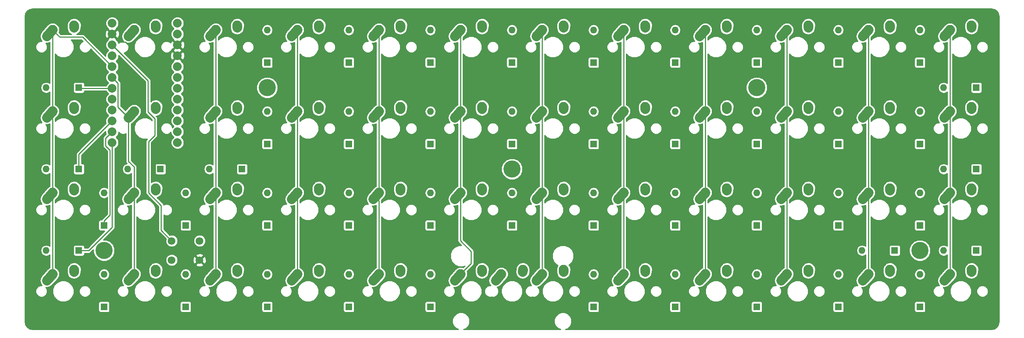
<source format=gtl>
%TF.GenerationSoftware,KiCad,Pcbnew,4.0.6*%
%TF.CreationDate,2017-12-06T22:14:05-08:00*%
%TF.ProjectId,Danck,44616E636B2E6B696361645F70636200,rev?*%
%TF.FileFunction,Copper,L1,Top,Signal*%
%FSLAX46Y46*%
G04 Gerber Fmt 4.6, Leading zero omitted, Abs format (unit mm)*
G04 Created by KiCad (PCBNEW 4.0.6) date 12/06/17 22:14:05*
%MOMM*%
%LPD*%
G01*
G04 APERTURE LIST*
%ADD10C,0.100000*%
%ADD11R,1.600000X1.600000*%
%ADD12O,1.600000X1.600000*%
%ADD13C,2.250000*%
%ADD14C,2.250000*%
%ADD15C,2.032000*%
%ADD16C,1.800000*%
%ADD17C,4.000000*%
%ADD18C,0.250000*%
%ADD19C,0.254000*%
G04 APERTURE END LIST*
D10*
D11*
X41751250Y-47625000D03*
D12*
X34131250Y-47625000D03*
D11*
X60801250Y-66675000D03*
D12*
X53181250Y-66675000D03*
D11*
X85725000Y-41751250D03*
D12*
X85725000Y-34131250D03*
D11*
X104775000Y-41751250D03*
D12*
X104775000Y-34131250D03*
D11*
X123825000Y-41751250D03*
D12*
X123825000Y-34131250D03*
D11*
X142875000Y-41751250D03*
D12*
X142875000Y-34131250D03*
D11*
X161925000Y-41751250D03*
D12*
X161925000Y-34131250D03*
D11*
X180975000Y-41751250D03*
D12*
X180975000Y-34131250D03*
D11*
X200025000Y-41751250D03*
D12*
X200025000Y-34131250D03*
D11*
X219075000Y-41751250D03*
D12*
X219075000Y-34131250D03*
D11*
X238125000Y-41751250D03*
D12*
X238125000Y-34131250D03*
D11*
X251301250Y-47625000D03*
D12*
X243681250Y-47625000D03*
D11*
X41751250Y-66675000D03*
D12*
X34131250Y-66675000D03*
D11*
X79851250Y-66675000D03*
D12*
X72231250Y-66675000D03*
D11*
X85725000Y-60801250D03*
D12*
X85725000Y-53181250D03*
D11*
X104775000Y-60801250D03*
D12*
X104775000Y-53181250D03*
D11*
X123825000Y-60801250D03*
D12*
X123825000Y-53181250D03*
D11*
X142875000Y-60801250D03*
D12*
X142875000Y-53181250D03*
D11*
X161925000Y-60801250D03*
D12*
X161925000Y-53181250D03*
D11*
X180975000Y-60801250D03*
D12*
X180975000Y-53181250D03*
D11*
X200025000Y-60801250D03*
D12*
X200025000Y-53181250D03*
D11*
X219075000Y-60801250D03*
D12*
X219075000Y-53181250D03*
D11*
X238125000Y-60801250D03*
D12*
X238125000Y-53181250D03*
D11*
X251301250Y-66675000D03*
D12*
X243681250Y-66675000D03*
D11*
X47625000Y-79851250D03*
D12*
X47625000Y-72231250D03*
D11*
X66675000Y-79851250D03*
D12*
X66675000Y-72231250D03*
D11*
X85725000Y-79851250D03*
D12*
X85725000Y-72231250D03*
D11*
X104775000Y-79851250D03*
D12*
X104775000Y-72231250D03*
D11*
X123825000Y-79851250D03*
D12*
X123825000Y-72231250D03*
D11*
X142875000Y-79851250D03*
D12*
X142875000Y-72231250D03*
D11*
X161925000Y-79851250D03*
D12*
X161925000Y-72231250D03*
D11*
X180975000Y-79851250D03*
D12*
X180975000Y-72231250D03*
D11*
X200025000Y-79851250D03*
D12*
X200025000Y-72231250D03*
D11*
X219075000Y-79851250D03*
D12*
X219075000Y-72231250D03*
D11*
X232251250Y-85725000D03*
D12*
X224631250Y-85725000D03*
D11*
X238125000Y-79851250D03*
D12*
X238125000Y-72231250D03*
D11*
X41751250Y-85725000D03*
D12*
X34131250Y-85725000D03*
D11*
X47625000Y-98901250D03*
D12*
X47625000Y-91281250D03*
D11*
X66675000Y-98901250D03*
D12*
X66675000Y-91281250D03*
D11*
X85725000Y-98901250D03*
D12*
X85725000Y-91281250D03*
D11*
X104775000Y-98901250D03*
D12*
X104775000Y-91281250D03*
D11*
X123825000Y-98901250D03*
D12*
X123825000Y-91281250D03*
D11*
X161925000Y-98901250D03*
D12*
X161925000Y-91281250D03*
D11*
X180975000Y-98901250D03*
D12*
X180975000Y-91281250D03*
D11*
X200025000Y-98901250D03*
D12*
X200025000Y-91281250D03*
D11*
X219075000Y-98901250D03*
D12*
X219075000Y-91281250D03*
D11*
X238125000Y-98901250D03*
D12*
X238125000Y-91281250D03*
D11*
X251301250Y-85725000D03*
D12*
X243681250Y-85725000D03*
D13*
X40600000Y-33600000D02*
X40640000Y-33020000D01*
D14*
X40640000Y-33020000D03*
D13*
X34290000Y-35560000D02*
X35600000Y-34100000D01*
D14*
X35600000Y-34100000D03*
D13*
X59650000Y-33600000D02*
X59690000Y-33020000D01*
D14*
X59690000Y-33020000D03*
D13*
X53340000Y-35560000D02*
X54650000Y-34100000D01*
D14*
X54650000Y-34100000D03*
D13*
X78700000Y-33600000D02*
X78740000Y-33020000D01*
D14*
X78740000Y-33020000D03*
D13*
X72390000Y-35560000D02*
X73700000Y-34100000D01*
D14*
X73700000Y-34100000D03*
D13*
X97750000Y-33600000D02*
X97790000Y-33020000D01*
D14*
X97790000Y-33020000D03*
D13*
X91440000Y-35560000D02*
X92750000Y-34100000D01*
D14*
X92750000Y-34100000D03*
D13*
X116800000Y-33600000D02*
X116840000Y-33020000D01*
D14*
X116840000Y-33020000D03*
D13*
X110490000Y-35560000D02*
X111800000Y-34100000D01*
D14*
X111800000Y-34100000D03*
D13*
X135850000Y-33600000D02*
X135890000Y-33020000D01*
D14*
X135890000Y-33020000D03*
D13*
X129540000Y-35560000D02*
X130850000Y-34100000D01*
D14*
X130850000Y-34100000D03*
D13*
X154900000Y-33600000D02*
X154940000Y-33020000D01*
D14*
X154940000Y-33020000D03*
D13*
X148590000Y-35560000D02*
X149900000Y-34100000D01*
D14*
X149900000Y-34100000D03*
D13*
X173950000Y-33600000D02*
X173990000Y-33020000D01*
D14*
X173990000Y-33020000D03*
D13*
X167640000Y-35560000D02*
X168950000Y-34100000D01*
D14*
X168950000Y-34100000D03*
D13*
X193000000Y-33600000D02*
X193040000Y-33020000D01*
D14*
X193040000Y-33020000D03*
D13*
X186690000Y-35560000D02*
X188000000Y-34100000D01*
D14*
X188000000Y-34100000D03*
D13*
X212050000Y-33600000D02*
X212090000Y-33020000D01*
D14*
X212090000Y-33020000D03*
D13*
X205740000Y-35560000D02*
X207050000Y-34100000D01*
D14*
X207050000Y-34100000D03*
D13*
X231100000Y-33600000D02*
X231140000Y-33020000D01*
D14*
X231140000Y-33020000D03*
D13*
X224790000Y-35560000D02*
X226100000Y-34100000D01*
D14*
X226100000Y-34100000D03*
D13*
X250150000Y-33600000D02*
X250190000Y-33020000D01*
D14*
X250190000Y-33020000D03*
D13*
X243840000Y-35560000D02*
X245150000Y-34100000D01*
D14*
X245150000Y-34100000D03*
D13*
X40600000Y-52650000D02*
X40640000Y-52070000D01*
D14*
X40640000Y-52070000D03*
D13*
X34290000Y-54610000D02*
X35600000Y-53150000D01*
D14*
X35600000Y-53150000D03*
D13*
X59650000Y-52650000D02*
X59690000Y-52070000D01*
D14*
X59690000Y-52070000D03*
D13*
X53340000Y-54610000D02*
X54650000Y-53150000D01*
D14*
X54650000Y-53150000D03*
D13*
X78700000Y-52650000D02*
X78740000Y-52070000D01*
D14*
X78740000Y-52070000D03*
D13*
X72390000Y-54610000D02*
X73700000Y-53150000D01*
D14*
X73700000Y-53150000D03*
D13*
X97750000Y-52650000D02*
X97790000Y-52070000D01*
D14*
X97790000Y-52070000D03*
D13*
X91440000Y-54610000D02*
X92750000Y-53150000D01*
D14*
X92750000Y-53150000D03*
D13*
X116800000Y-52650000D02*
X116840000Y-52070000D01*
D14*
X116840000Y-52070000D03*
D13*
X110490000Y-54610000D02*
X111800000Y-53150000D01*
D14*
X111800000Y-53150000D03*
D13*
X135850000Y-52650000D02*
X135890000Y-52070000D01*
D14*
X135890000Y-52070000D03*
D13*
X129540000Y-54610000D02*
X130850000Y-53150000D01*
D14*
X130850000Y-53150000D03*
D13*
X154900000Y-52650000D02*
X154940000Y-52070000D01*
D14*
X154940000Y-52070000D03*
D13*
X148590000Y-54610000D02*
X149900000Y-53150000D01*
D14*
X149900000Y-53150000D03*
D13*
X173950000Y-52650000D02*
X173990000Y-52070000D01*
D14*
X173990000Y-52070000D03*
D13*
X167640000Y-54610000D02*
X168950000Y-53150000D01*
D14*
X168950000Y-53150000D03*
D13*
X193000000Y-52650000D02*
X193040000Y-52070000D01*
D14*
X193040000Y-52070000D03*
D13*
X186690000Y-54610000D02*
X188000000Y-53150000D01*
D14*
X188000000Y-53150000D03*
D13*
X212050000Y-52650000D02*
X212090000Y-52070000D01*
D14*
X212090000Y-52070000D03*
D13*
X205740000Y-54610000D02*
X207050000Y-53150000D01*
D14*
X207050000Y-53150000D03*
D13*
X231100000Y-52650000D02*
X231140000Y-52070000D01*
D14*
X231140000Y-52070000D03*
D13*
X224790000Y-54610000D02*
X226100000Y-53150000D01*
D14*
X226100000Y-53150000D03*
D13*
X250150000Y-52650000D02*
X250190000Y-52070000D01*
D14*
X250190000Y-52070000D03*
D13*
X243840000Y-54610000D02*
X245150000Y-53150000D01*
D14*
X245150000Y-53150000D03*
D13*
X40600000Y-71700000D02*
X40640000Y-71120000D01*
D14*
X40640000Y-71120000D03*
D13*
X34290000Y-73660000D02*
X35600000Y-72200000D01*
D14*
X35600000Y-72200000D03*
D13*
X59650000Y-71700000D02*
X59690000Y-71120000D01*
D14*
X59690000Y-71120000D03*
D13*
X53340000Y-73660000D02*
X54650000Y-72200000D01*
D14*
X54650000Y-72200000D03*
D13*
X78700000Y-71700000D02*
X78740000Y-71120000D01*
D14*
X78740000Y-71120000D03*
D13*
X72390000Y-73660000D02*
X73700000Y-72200000D01*
D14*
X73700000Y-72200000D03*
D13*
X97750000Y-71700000D02*
X97790000Y-71120000D01*
D14*
X97790000Y-71120000D03*
D13*
X91440000Y-73660000D02*
X92750000Y-72200000D01*
D14*
X92750000Y-72200000D03*
D13*
X116800000Y-71700000D02*
X116840000Y-71120000D01*
D14*
X116840000Y-71120000D03*
D13*
X110490000Y-73660000D02*
X111800000Y-72200000D01*
D14*
X111800000Y-72200000D03*
D13*
X135850000Y-71700000D02*
X135890000Y-71120000D01*
D14*
X135890000Y-71120000D03*
D13*
X129540000Y-73660000D02*
X130850000Y-72200000D01*
D14*
X130850000Y-72200000D03*
D13*
X154900000Y-71700000D02*
X154940000Y-71120000D01*
D14*
X154940000Y-71120000D03*
D13*
X148590000Y-73660000D02*
X149900000Y-72200000D01*
D14*
X149900000Y-72200000D03*
D13*
X173950000Y-71700000D02*
X173990000Y-71120000D01*
D14*
X173990000Y-71120000D03*
D13*
X167640000Y-73660000D02*
X168950000Y-72200000D01*
D14*
X168950000Y-72200000D03*
D13*
X193000000Y-71700000D02*
X193040000Y-71120000D01*
D14*
X193040000Y-71120000D03*
D13*
X186690000Y-73660000D02*
X188000000Y-72200000D01*
D14*
X188000000Y-72200000D03*
D13*
X212050000Y-71700000D02*
X212090000Y-71120000D01*
D14*
X212090000Y-71120000D03*
D13*
X205740000Y-73660000D02*
X207050000Y-72200000D01*
D14*
X207050000Y-72200000D03*
D13*
X231100000Y-71700000D02*
X231140000Y-71120000D01*
D14*
X231140000Y-71120000D03*
D13*
X224790000Y-73660000D02*
X226100000Y-72200000D01*
D14*
X226100000Y-72200000D03*
D13*
X250150000Y-71700000D02*
X250190000Y-71120000D01*
D14*
X250190000Y-71120000D03*
D13*
X243840000Y-73660000D02*
X245150000Y-72200000D01*
D14*
X245150000Y-72200000D03*
D13*
X40600000Y-90750000D02*
X40640000Y-90170000D01*
D14*
X40640000Y-90170000D03*
D13*
X34290000Y-92710000D02*
X35600000Y-91250000D01*
D14*
X35600000Y-91250000D03*
D13*
X59650000Y-90750000D02*
X59690000Y-90170000D01*
D14*
X59690000Y-90170000D03*
D13*
X53340000Y-92710000D02*
X54650000Y-91250000D01*
D14*
X54650000Y-91250000D03*
D13*
X78700000Y-90750000D02*
X78740000Y-90170000D01*
D14*
X78740000Y-90170000D03*
D13*
X72390000Y-92710000D02*
X73700000Y-91250000D01*
D14*
X73700000Y-91250000D03*
D13*
X97750000Y-90750000D02*
X97790000Y-90170000D01*
D14*
X97790000Y-90170000D03*
D13*
X91440000Y-92710000D02*
X92750000Y-91250000D01*
D14*
X92750000Y-91250000D03*
D13*
X116800000Y-90750000D02*
X116840000Y-90170000D01*
D14*
X116840000Y-90170000D03*
D13*
X110490000Y-92710000D02*
X111800000Y-91250000D01*
D14*
X111800000Y-91250000D03*
D13*
X135850000Y-90750000D02*
X135890000Y-90170000D01*
D14*
X135890000Y-90170000D03*
D13*
X129540000Y-92710000D02*
X130850000Y-91250000D01*
D14*
X130850000Y-91250000D03*
D13*
X154900000Y-90750000D02*
X154940000Y-90170000D01*
D14*
X154940000Y-90170000D03*
D13*
X148590000Y-92710000D02*
X149900000Y-91250000D01*
D14*
X149900000Y-91250000D03*
D13*
X173950000Y-90750000D02*
X173990000Y-90170000D01*
D14*
X173990000Y-90170000D03*
D13*
X167640000Y-92710000D02*
X168950000Y-91250000D01*
D14*
X168950000Y-91250000D03*
D13*
X193000000Y-90750000D02*
X193040000Y-90170000D01*
D14*
X193040000Y-90170000D03*
D13*
X186690000Y-92710000D02*
X188000000Y-91250000D01*
D14*
X188000000Y-91250000D03*
D13*
X212050000Y-90750000D02*
X212090000Y-90170000D01*
D14*
X212090000Y-90170000D03*
D13*
X205740000Y-92710000D02*
X207050000Y-91250000D01*
D14*
X207050000Y-91250000D03*
D13*
X231100000Y-90750000D02*
X231140000Y-90170000D01*
D14*
X231140000Y-90170000D03*
D13*
X224790000Y-92710000D02*
X226100000Y-91250000D01*
D14*
X226100000Y-91250000D03*
D13*
X250150000Y-90750000D02*
X250190000Y-90170000D01*
D14*
X250190000Y-90170000D03*
D13*
X243840000Y-92710000D02*
X245150000Y-91250000D01*
D14*
X245150000Y-91250000D03*
D13*
X145375000Y-90750000D02*
X145415000Y-90170000D01*
D14*
X145415000Y-90170000D03*
D13*
X139065000Y-92710000D02*
X140375000Y-91250000D01*
D14*
X140375000Y-91250000D03*
D15*
X64770000Y-32543750D03*
X64770000Y-35083750D03*
X64770000Y-37623750D03*
X64770000Y-40163750D03*
X64770000Y-42703750D03*
X64770000Y-45243750D03*
X64770000Y-47783750D03*
X64770000Y-50323750D03*
X64770000Y-52863750D03*
X64770000Y-55403750D03*
X64770000Y-57943750D03*
X64770000Y-60483750D03*
X49530000Y-32543750D03*
X49530000Y-35083750D03*
X49530000Y-37623750D03*
X49530000Y-40163750D03*
X49530000Y-42703750D03*
X49530000Y-45243750D03*
X49530000Y-47783750D03*
X49530000Y-50323750D03*
X49530000Y-52863750D03*
X49530000Y-55403750D03*
X49530000Y-57943750D03*
X49530000Y-60483750D03*
D16*
X63425000Y-83475000D03*
X69925000Y-87975000D03*
X63425000Y-87975000D03*
X69925000Y-83475000D03*
D17*
X142875000Y-66675000D03*
X238125000Y-85725000D03*
X47625000Y-85725000D03*
X200025000Y-47625000D03*
X85725000Y-47625000D03*
D18*
X49530000Y-47783750D02*
X41910000Y-47783750D01*
X41910000Y-47783750D02*
X41751250Y-47625000D01*
X49530000Y-55403750D02*
X41751250Y-63182500D01*
X41751250Y-63182500D02*
X41751250Y-66675000D01*
X47625000Y-79851250D02*
X47625000Y-78801250D01*
X48006000Y-61214000D02*
X48006000Y-59467750D01*
X48006000Y-59467750D02*
X49530000Y-57943750D01*
X47625000Y-78801250D02*
X49022000Y-77404250D01*
X49022000Y-77404250D02*
X49022000Y-62230000D01*
X49022000Y-62230000D02*
X48006000Y-61214000D01*
X49530000Y-60483750D02*
X49530000Y-80264000D01*
X49530000Y-80264000D02*
X44069000Y-85725000D01*
X44069000Y-85725000D02*
X43561000Y-85725000D01*
X43561000Y-85725000D02*
X41751250Y-85725000D01*
X49530000Y-42703750D02*
X42607349Y-35781099D01*
X42607349Y-35781099D02*
X37281099Y-35781099D01*
X37281099Y-35781099D02*
X36724999Y-35224999D01*
X36724999Y-35224999D02*
X35600000Y-34100000D01*
X35600000Y-34100000D02*
X35600000Y-53300000D01*
X35600000Y-53300000D02*
X34290000Y-54610000D01*
X35600000Y-54951000D02*
X35259000Y-54610000D01*
X35259000Y-54610000D02*
X34290000Y-54610000D01*
X35600000Y-72200000D02*
X35600000Y-54951000D01*
X35600000Y-91250000D02*
X35600000Y-89659010D01*
X35600000Y-89659010D02*
X35600000Y-72200000D01*
X34290000Y-54610000D02*
X34354172Y-54610000D01*
X35560000Y-53340000D02*
X34290000Y-54610000D01*
X49530000Y-45243750D02*
X50895250Y-46609000D01*
X50895250Y-46609000D02*
X50895250Y-52165250D01*
X50895250Y-52165250D02*
X52070000Y-53340000D01*
X54650000Y-66167000D02*
X54650000Y-72200000D01*
X53340000Y-54610000D02*
X53340000Y-64857000D01*
X53340000Y-64857000D02*
X54650000Y-66167000D01*
X52070000Y-53340000D02*
X53340000Y-54610000D01*
X54650000Y-72200000D02*
X54650000Y-91250000D01*
X73700000Y-72200000D02*
X73700000Y-91250000D01*
X73700000Y-53150000D02*
X73700000Y-54740990D01*
X73700000Y-54740990D02*
X73700000Y-72200000D01*
X73700000Y-34100000D02*
X73700000Y-53150000D01*
X92750000Y-53150000D02*
X92750000Y-34100000D01*
X92750000Y-72200000D02*
X92750000Y-53150000D01*
X92750000Y-91250000D02*
X92750000Y-72200000D01*
X111800000Y-74081000D02*
X111379000Y-73660000D01*
X111379000Y-73660000D02*
X110490000Y-73660000D01*
X111800000Y-91250000D02*
X111800000Y-74081000D01*
X111800000Y-53150000D02*
X111800000Y-72350000D01*
X111800000Y-72350000D02*
X110490000Y-73660000D01*
X111800000Y-34100000D02*
X111800000Y-53150000D01*
X133350000Y-85944276D02*
X133350000Y-88750000D01*
X133350000Y-88750000D02*
X130850000Y-91250000D01*
X130850000Y-72200000D02*
X130850000Y-83444276D01*
X130850000Y-83444276D02*
X133350000Y-85944276D01*
X130850000Y-54904000D02*
X130556000Y-54610000D01*
X130556000Y-54610000D02*
X129540000Y-54610000D01*
X130850000Y-72200000D02*
X130850000Y-54904000D01*
X130850000Y-34100000D02*
X130850000Y-53300000D01*
X130850000Y-53300000D02*
X129540000Y-54610000D01*
X149900000Y-72200000D02*
X149900000Y-91250000D01*
X149900000Y-53150000D02*
X149900000Y-72200000D01*
X149900000Y-34100000D02*
X149900000Y-53150000D01*
X168950000Y-53150000D02*
X168950000Y-34100000D01*
X168950000Y-72200000D02*
X168950000Y-53150000D01*
X168950000Y-91250000D02*
X168950000Y-89659010D01*
X168950000Y-89659010D02*
X168950000Y-72200000D01*
X188000000Y-72200000D02*
X188000000Y-91250000D01*
X188000000Y-53150000D02*
X188000000Y-72200000D01*
X188000000Y-34100000D02*
X188000000Y-53150000D01*
X207050000Y-53150000D02*
X207050000Y-34100000D01*
X207050000Y-72200000D02*
X207050000Y-56218026D01*
X207050000Y-56218026D02*
X207050000Y-53150000D01*
X207050000Y-91250000D02*
X207050000Y-77039666D01*
X207050000Y-77039666D02*
X207050000Y-72200000D01*
X226100000Y-72200000D02*
X226100000Y-91400000D01*
X226100000Y-91400000D02*
X224790000Y-92710000D01*
X226100000Y-53150000D02*
X226100000Y-72200000D01*
X226100000Y-34100000D02*
X226100000Y-53150000D01*
X245150000Y-72200000D02*
X245150000Y-85921252D01*
X245150000Y-85921252D02*
X245150000Y-91250000D01*
X245150000Y-53150000D02*
X245150000Y-66871252D01*
X245150000Y-66871252D02*
X245150000Y-72200000D01*
X245150000Y-34100000D02*
X245150000Y-53150000D01*
X57912000Y-53307099D02*
X59468901Y-54864000D01*
X49530000Y-37623750D02*
X57912000Y-46005750D01*
X57912000Y-46005750D02*
X57912000Y-53307099D01*
X59468901Y-54864000D02*
X59468901Y-58768099D01*
X59468901Y-58768099D02*
X58039000Y-60198000D01*
X58039000Y-60198000D02*
X58039000Y-72263000D01*
X58039000Y-72263000D02*
X60960000Y-75184000D01*
X60960000Y-75184000D02*
X60960000Y-81010000D01*
X60960000Y-81010000D02*
X61087000Y-81137000D01*
X61087000Y-81137000D02*
X63425000Y-83475000D01*
X62865000Y-42068750D02*
X62865000Y-54102000D01*
X62865000Y-54102000D02*
X60452000Y-56515000D01*
X60452000Y-56515000D02*
X60452000Y-64643000D01*
X59563000Y-68580000D02*
X65405000Y-74422000D01*
X60452000Y-64643000D02*
X59563000Y-65532000D01*
X59563000Y-65532000D02*
X59563000Y-68580000D01*
X65405000Y-74422000D02*
X65405000Y-83455000D01*
X65405000Y-83455000D02*
X69925000Y-87975000D01*
X49530000Y-35083750D02*
X51370349Y-36924099D01*
X51370349Y-36924099D02*
X52655801Y-36924099D01*
X52655801Y-36924099D02*
X57800452Y-42068750D01*
X57800452Y-42068750D02*
X62865000Y-42068750D01*
X64770000Y-40163750D02*
X62865000Y-42068750D01*
D19*
G36*
X255477540Y-29305436D02*
X256057228Y-29692771D01*
X256444564Y-30272461D01*
X256592000Y-31013672D01*
X256592000Y-102336328D01*
X256444564Y-103077539D01*
X256057228Y-103657229D01*
X255477540Y-104044564D01*
X254736328Y-104192000D01*
X155366032Y-104192000D01*
X155930782Y-103958650D01*
X156502891Y-103387538D01*
X156812896Y-102640963D01*
X156813602Y-101832584D01*
X156504900Y-101085468D01*
X155933788Y-100513359D01*
X155187213Y-100203354D01*
X154378834Y-100202648D01*
X153631718Y-100511350D01*
X153059609Y-101082462D01*
X152749604Y-101829037D01*
X152748898Y-102637416D01*
X153057600Y-103384532D01*
X153628712Y-103956641D01*
X154195519Y-104192000D01*
X131553532Y-104192000D01*
X132118282Y-103958650D01*
X132690391Y-103387538D01*
X133000396Y-102640963D01*
X133001102Y-101832584D01*
X132692400Y-101085468D01*
X132121288Y-100513359D01*
X131374713Y-100203354D01*
X130566334Y-100202648D01*
X129819218Y-100511350D01*
X129247109Y-101082462D01*
X128937104Y-101829037D01*
X128936398Y-102637416D01*
X129245100Y-103384532D01*
X129816212Y-103956641D01*
X130383019Y-104192000D01*
X31013672Y-104192000D01*
X30272461Y-104044564D01*
X29692771Y-103657228D01*
X29305436Y-103077540D01*
X29158000Y-102336328D01*
X29158000Y-98101250D01*
X46307048Y-98101250D01*
X46307048Y-99701250D01*
X46342470Y-99889503D01*
X46453728Y-100062403D01*
X46623488Y-100178395D01*
X46825000Y-100219202D01*
X48425000Y-100219202D01*
X48613253Y-100183780D01*
X48786153Y-100072522D01*
X48902145Y-99902762D01*
X48942952Y-99701250D01*
X48942952Y-98101250D01*
X65357048Y-98101250D01*
X65357048Y-99701250D01*
X65392470Y-99889503D01*
X65503728Y-100062403D01*
X65673488Y-100178395D01*
X65875000Y-100219202D01*
X67475000Y-100219202D01*
X67663253Y-100183780D01*
X67836153Y-100072522D01*
X67952145Y-99902762D01*
X67992952Y-99701250D01*
X67992952Y-98101250D01*
X84407048Y-98101250D01*
X84407048Y-99701250D01*
X84442470Y-99889503D01*
X84553728Y-100062403D01*
X84723488Y-100178395D01*
X84925000Y-100219202D01*
X86525000Y-100219202D01*
X86713253Y-100183780D01*
X86886153Y-100072522D01*
X87002145Y-99902762D01*
X87042952Y-99701250D01*
X87042952Y-98101250D01*
X103457048Y-98101250D01*
X103457048Y-99701250D01*
X103492470Y-99889503D01*
X103603728Y-100062403D01*
X103773488Y-100178395D01*
X103975000Y-100219202D01*
X105575000Y-100219202D01*
X105763253Y-100183780D01*
X105936153Y-100072522D01*
X106052145Y-99902762D01*
X106092952Y-99701250D01*
X106092952Y-98101250D01*
X122507048Y-98101250D01*
X122507048Y-99701250D01*
X122542470Y-99889503D01*
X122653728Y-100062403D01*
X122823488Y-100178395D01*
X123025000Y-100219202D01*
X124625000Y-100219202D01*
X124813253Y-100183780D01*
X124986153Y-100072522D01*
X125102145Y-99902762D01*
X125142952Y-99701250D01*
X125142952Y-98101250D01*
X160607048Y-98101250D01*
X160607048Y-99701250D01*
X160642470Y-99889503D01*
X160753728Y-100062403D01*
X160923488Y-100178395D01*
X161125000Y-100219202D01*
X162725000Y-100219202D01*
X162913253Y-100183780D01*
X163086153Y-100072522D01*
X163202145Y-99902762D01*
X163242952Y-99701250D01*
X163242952Y-98101250D01*
X179657048Y-98101250D01*
X179657048Y-99701250D01*
X179692470Y-99889503D01*
X179803728Y-100062403D01*
X179973488Y-100178395D01*
X180175000Y-100219202D01*
X181775000Y-100219202D01*
X181963253Y-100183780D01*
X182136153Y-100072522D01*
X182252145Y-99902762D01*
X182292952Y-99701250D01*
X182292952Y-98101250D01*
X198707048Y-98101250D01*
X198707048Y-99701250D01*
X198742470Y-99889503D01*
X198853728Y-100062403D01*
X199023488Y-100178395D01*
X199225000Y-100219202D01*
X200825000Y-100219202D01*
X201013253Y-100183780D01*
X201186153Y-100072522D01*
X201302145Y-99902762D01*
X201342952Y-99701250D01*
X201342952Y-98101250D01*
X217757048Y-98101250D01*
X217757048Y-99701250D01*
X217792470Y-99889503D01*
X217903728Y-100062403D01*
X218073488Y-100178395D01*
X218275000Y-100219202D01*
X219875000Y-100219202D01*
X220063253Y-100183780D01*
X220236153Y-100072522D01*
X220352145Y-99902762D01*
X220392952Y-99701250D01*
X220392952Y-98101250D01*
X236807048Y-98101250D01*
X236807048Y-99701250D01*
X236842470Y-99889503D01*
X236953728Y-100062403D01*
X237123488Y-100178395D01*
X237325000Y-100219202D01*
X238925000Y-100219202D01*
X239113253Y-100183780D01*
X239286153Y-100072522D01*
X239402145Y-99902762D01*
X239442952Y-99701250D01*
X239442952Y-98101250D01*
X239407530Y-97912997D01*
X239296272Y-97740097D01*
X239126512Y-97624105D01*
X238925000Y-97583298D01*
X237325000Y-97583298D01*
X237136747Y-97618720D01*
X236963847Y-97729978D01*
X236847855Y-97899738D01*
X236807048Y-98101250D01*
X220392952Y-98101250D01*
X220357530Y-97912997D01*
X220246272Y-97740097D01*
X220076512Y-97624105D01*
X219875000Y-97583298D01*
X218275000Y-97583298D01*
X218086747Y-97618720D01*
X217913847Y-97729978D01*
X217797855Y-97899738D01*
X217757048Y-98101250D01*
X201342952Y-98101250D01*
X201307530Y-97912997D01*
X201196272Y-97740097D01*
X201026512Y-97624105D01*
X200825000Y-97583298D01*
X199225000Y-97583298D01*
X199036747Y-97618720D01*
X198863847Y-97729978D01*
X198747855Y-97899738D01*
X198707048Y-98101250D01*
X182292952Y-98101250D01*
X182257530Y-97912997D01*
X182146272Y-97740097D01*
X181976512Y-97624105D01*
X181775000Y-97583298D01*
X180175000Y-97583298D01*
X179986747Y-97618720D01*
X179813847Y-97729978D01*
X179697855Y-97899738D01*
X179657048Y-98101250D01*
X163242952Y-98101250D01*
X163207530Y-97912997D01*
X163096272Y-97740097D01*
X162926512Y-97624105D01*
X162725000Y-97583298D01*
X161125000Y-97583298D01*
X160936747Y-97618720D01*
X160763847Y-97729978D01*
X160647855Y-97899738D01*
X160607048Y-98101250D01*
X125142952Y-98101250D01*
X125107530Y-97912997D01*
X124996272Y-97740097D01*
X124826512Y-97624105D01*
X124625000Y-97583298D01*
X123025000Y-97583298D01*
X122836747Y-97618720D01*
X122663847Y-97729978D01*
X122547855Y-97899738D01*
X122507048Y-98101250D01*
X106092952Y-98101250D01*
X106057530Y-97912997D01*
X105946272Y-97740097D01*
X105776512Y-97624105D01*
X105575000Y-97583298D01*
X103975000Y-97583298D01*
X103786747Y-97618720D01*
X103613847Y-97729978D01*
X103497855Y-97899738D01*
X103457048Y-98101250D01*
X87042952Y-98101250D01*
X87007530Y-97912997D01*
X86896272Y-97740097D01*
X86726512Y-97624105D01*
X86525000Y-97583298D01*
X84925000Y-97583298D01*
X84736747Y-97618720D01*
X84563847Y-97729978D01*
X84447855Y-97899738D01*
X84407048Y-98101250D01*
X67992952Y-98101250D01*
X67957530Y-97912997D01*
X67846272Y-97740097D01*
X67676512Y-97624105D01*
X67475000Y-97583298D01*
X65875000Y-97583298D01*
X65686747Y-97618720D01*
X65513847Y-97729978D01*
X65397855Y-97899738D01*
X65357048Y-98101250D01*
X48942952Y-98101250D01*
X48907530Y-97912997D01*
X48796272Y-97740097D01*
X48626512Y-97624105D01*
X48425000Y-97583298D01*
X46825000Y-97583298D01*
X46636747Y-97618720D01*
X46463847Y-97729978D01*
X46347855Y-97899738D01*
X46307048Y-98101250D01*
X29158000Y-98101250D01*
X29158000Y-38369116D01*
X31660865Y-38369116D01*
X31867309Y-38868749D01*
X32249240Y-39251347D01*
X32748512Y-39458663D01*
X33289116Y-39459135D01*
X33788749Y-39252691D01*
X34171347Y-38870760D01*
X34378663Y-38371488D01*
X34379135Y-37830884D01*
X34172691Y-37331251D01*
X34024675Y-37182977D01*
X34344102Y-37228724D01*
X34961389Y-37070811D01*
X34967000Y-37066606D01*
X34967000Y-46623417D01*
X34657425Y-46416566D01*
X34156875Y-46317000D01*
X34105625Y-46317000D01*
X33605075Y-46416566D01*
X33180729Y-46700104D01*
X32897191Y-47124450D01*
X32797625Y-47625000D01*
X32897191Y-48125550D01*
X33180729Y-48549896D01*
X33605075Y-48833434D01*
X34105625Y-48933000D01*
X34156875Y-48933000D01*
X34657425Y-48833434D01*
X34967000Y-48626583D01*
X34967000Y-51629368D01*
X34928611Y-51639189D01*
X34865222Y-51686696D01*
X34676188Y-51764803D01*
X34420715Y-52019831D01*
X34418744Y-52021308D01*
X34414525Y-52026011D01*
X34216418Y-52223772D01*
X34198618Y-52266640D01*
X33040348Y-53557536D01*
X32715523Y-54105685D01*
X32625192Y-54736414D01*
X32783105Y-55353701D01*
X33110972Y-55791179D01*
X32750884Y-55790865D01*
X32251251Y-55997309D01*
X31868653Y-56379240D01*
X31661337Y-56878512D01*
X31660865Y-57419116D01*
X31867309Y-57918749D01*
X32249240Y-58301347D01*
X32748512Y-58508663D01*
X33289116Y-58509135D01*
X33788749Y-58302691D01*
X34171347Y-57920760D01*
X34378663Y-57421488D01*
X34379135Y-56880884D01*
X34172691Y-56381251D01*
X34024675Y-56232977D01*
X34344102Y-56278724D01*
X34961389Y-56120811D01*
X34967000Y-56116606D01*
X34967000Y-65673417D01*
X34657425Y-65466566D01*
X34156875Y-65367000D01*
X34105625Y-65367000D01*
X33605075Y-65466566D01*
X33180729Y-65750104D01*
X32897191Y-66174450D01*
X32797625Y-66675000D01*
X32897191Y-67175550D01*
X33180729Y-67599896D01*
X33605075Y-67883434D01*
X34105625Y-67983000D01*
X34156875Y-67983000D01*
X34657425Y-67883434D01*
X34967000Y-67676583D01*
X34967000Y-70679368D01*
X34928611Y-70689189D01*
X34865222Y-70736696D01*
X34676188Y-70814803D01*
X34420715Y-71069831D01*
X34418744Y-71071308D01*
X34414525Y-71076011D01*
X34216418Y-71273772D01*
X34198618Y-71316640D01*
X33040348Y-72607536D01*
X32715523Y-73155685D01*
X32625192Y-73786414D01*
X32783105Y-74403701D01*
X33110972Y-74841179D01*
X32750884Y-74840865D01*
X32251251Y-75047309D01*
X31868653Y-75429240D01*
X31661337Y-75928512D01*
X31660865Y-76469116D01*
X31867309Y-76968749D01*
X32249240Y-77351347D01*
X32748512Y-77558663D01*
X33289116Y-77559135D01*
X33788749Y-77352691D01*
X34171347Y-76970760D01*
X34378663Y-76471488D01*
X34379135Y-75930884D01*
X34172691Y-75431251D01*
X34024675Y-75282977D01*
X34344102Y-75328724D01*
X34961389Y-75170811D01*
X34967000Y-75166606D01*
X34967000Y-84723417D01*
X34657425Y-84516566D01*
X34156875Y-84417000D01*
X34105625Y-84417000D01*
X33605075Y-84516566D01*
X33180729Y-84800104D01*
X32897191Y-85224450D01*
X32797625Y-85725000D01*
X32897191Y-86225550D01*
X33180729Y-86649896D01*
X33605075Y-86933434D01*
X34105625Y-87033000D01*
X34156875Y-87033000D01*
X34657425Y-86933434D01*
X34967000Y-86726583D01*
X34967000Y-89729368D01*
X34928611Y-89739189D01*
X34865222Y-89786696D01*
X34676188Y-89864803D01*
X34420715Y-90119831D01*
X34418744Y-90121308D01*
X34414525Y-90126011D01*
X34216418Y-90323772D01*
X34198618Y-90366640D01*
X33040348Y-91657536D01*
X32715523Y-92205685D01*
X32625192Y-92836414D01*
X32783105Y-93453701D01*
X33110972Y-93891179D01*
X32750884Y-93890865D01*
X32251251Y-94097309D01*
X31868653Y-94479240D01*
X31661337Y-94978512D01*
X31660865Y-95519116D01*
X31867309Y-96018749D01*
X32249240Y-96401347D01*
X32748512Y-96608663D01*
X33289116Y-96609135D01*
X33788749Y-96402691D01*
X34171347Y-96020760D01*
X34285655Y-95745475D01*
X35597667Y-95745475D01*
X35977756Y-96665361D01*
X36680937Y-97369771D01*
X37600158Y-97751465D01*
X38595475Y-97752333D01*
X39515361Y-97372244D01*
X40219771Y-96669063D01*
X40601465Y-95749842D01*
X40601666Y-95519116D01*
X41820865Y-95519116D01*
X42027309Y-96018749D01*
X42409240Y-96401347D01*
X42908512Y-96608663D01*
X43449116Y-96609135D01*
X43948749Y-96402691D01*
X44331347Y-96020760D01*
X44538663Y-95521488D01*
X44539135Y-94980884D01*
X44332691Y-94481251D01*
X43950760Y-94098653D01*
X43451488Y-93891337D01*
X42910884Y-93890865D01*
X42411251Y-94097309D01*
X42028653Y-94479240D01*
X41821337Y-94978512D01*
X41820865Y-95519116D01*
X40601666Y-95519116D01*
X40602333Y-94754525D01*
X40222244Y-93834639D01*
X39519063Y-93130229D01*
X38599842Y-92748535D01*
X37604525Y-92747667D01*
X36684639Y-93127756D01*
X35980229Y-93830937D01*
X35598535Y-94750158D01*
X35597667Y-95745475D01*
X34285655Y-95745475D01*
X34378663Y-95521488D01*
X34379135Y-94980884D01*
X34172691Y-94481251D01*
X34024675Y-94332977D01*
X34344102Y-94378724D01*
X34961389Y-94220811D01*
X35471256Y-93838692D01*
X36785472Y-92373993D01*
X36983582Y-92176228D01*
X37122015Y-91842846D01*
X37174477Y-91754315D01*
X37182743Y-91696596D01*
X37232716Y-91576249D01*
X37232916Y-91346267D01*
X37264808Y-91123586D01*
X37233218Y-91000100D01*
X37233282Y-90926601D01*
X37183748Y-90806718D01*
X37150115Y-90675244D01*
X38968277Y-90675244D01*
X39049291Y-91307238D01*
X39365992Y-91860120D01*
X39870164Y-92249722D01*
X40485053Y-92416728D01*
X41117047Y-92335714D01*
X41669929Y-92019013D01*
X42059531Y-91514841D01*
X42129934Y-91255625D01*
X46317000Y-91255625D01*
X46317000Y-91306875D01*
X46416566Y-91807425D01*
X46700104Y-92231771D01*
X47124450Y-92515309D01*
X47625000Y-92614875D01*
X48125550Y-92515309D01*
X48549896Y-92231771D01*
X48833434Y-91807425D01*
X48933000Y-91306875D01*
X48933000Y-91255625D01*
X48833434Y-90755075D01*
X48549896Y-90330729D01*
X48125550Y-90047191D01*
X47625000Y-89947625D01*
X47124450Y-90047191D01*
X46700104Y-90330729D01*
X46416566Y-90755075D01*
X46317000Y-91255625D01*
X42129934Y-91255625D01*
X42226537Y-90899952D01*
X42250726Y-90549206D01*
X42272716Y-90496249D01*
X42273282Y-89846601D01*
X42197027Y-89662049D01*
X42190709Y-89612763D01*
X42140303Y-89524766D01*
X42025197Y-89246188D01*
X41920856Y-89141664D01*
X41874008Y-89059880D01*
X41721795Y-88942256D01*
X41566228Y-88786418D01*
X41466588Y-88745044D01*
X41369836Y-88670278D01*
X41129012Y-88604869D01*
X40966249Y-88537284D01*
X40879897Y-88537209D01*
X40754947Y-88503272D01*
X40492835Y-88536872D01*
X40316601Y-88536718D01*
X40236796Y-88569693D01*
X40122953Y-88584286D01*
X39919694Y-88700716D01*
X39716188Y-88784803D01*
X39639832Y-88861026D01*
X39570070Y-88900987D01*
X39469740Y-89030822D01*
X39256418Y-89243772D01*
X39199781Y-89380169D01*
X39180469Y-89405160D01*
X39163574Y-89467364D01*
X39007284Y-89843751D01*
X39007049Y-90113045D01*
X38968277Y-90675244D01*
X37150115Y-90675244D01*
X37106895Y-90506299D01*
X37001523Y-90365699D01*
X36985197Y-90326188D01*
X36931892Y-90272790D01*
X36724776Y-89996432D01*
X36556430Y-89896673D01*
X36526228Y-89866418D01*
X36456549Y-89837485D01*
X36233000Y-89705013D01*
X36233000Y-77871051D01*
X36680937Y-78319771D01*
X37600158Y-78701465D01*
X38595475Y-78702333D01*
X39515361Y-78322244D01*
X40219771Y-77619063D01*
X40601465Y-76699842D01*
X40601666Y-76469116D01*
X41820865Y-76469116D01*
X42027309Y-76968749D01*
X42409240Y-77351347D01*
X42908512Y-77558663D01*
X43449116Y-77559135D01*
X43948749Y-77352691D01*
X44331347Y-76970760D01*
X44538663Y-76471488D01*
X44539135Y-75930884D01*
X44332691Y-75431251D01*
X43950760Y-75048653D01*
X43451488Y-74841337D01*
X42910884Y-74840865D01*
X42411251Y-75047309D01*
X42028653Y-75429240D01*
X41821337Y-75928512D01*
X41820865Y-76469116D01*
X40601666Y-76469116D01*
X40602333Y-75704525D01*
X40222244Y-74784639D01*
X39519063Y-74080229D01*
X38599842Y-73698535D01*
X37604525Y-73697667D01*
X36684639Y-74077756D01*
X36233000Y-74528607D01*
X36233000Y-73939725D01*
X36785472Y-73323993D01*
X36983582Y-73126228D01*
X37122015Y-72792846D01*
X37174477Y-72704315D01*
X37182743Y-72646596D01*
X37232716Y-72526249D01*
X37232916Y-72296267D01*
X37264808Y-72073586D01*
X37233218Y-71950100D01*
X37233282Y-71876601D01*
X37183748Y-71756718D01*
X37150115Y-71625244D01*
X38968277Y-71625244D01*
X39049291Y-72257238D01*
X39365992Y-72810120D01*
X39870164Y-73199722D01*
X40485053Y-73366728D01*
X41117047Y-73285714D01*
X41669929Y-72969013D01*
X42059531Y-72464841D01*
X42226537Y-71849952D01*
X42250726Y-71499206D01*
X42272716Y-71446249D01*
X42273282Y-70796601D01*
X42197027Y-70612049D01*
X42190709Y-70562763D01*
X42140303Y-70474766D01*
X42025197Y-70196188D01*
X41920856Y-70091664D01*
X41874008Y-70009880D01*
X41721795Y-69892256D01*
X41566228Y-69736418D01*
X41466588Y-69695044D01*
X41369836Y-69620278D01*
X41129012Y-69554869D01*
X40966249Y-69487284D01*
X40879897Y-69487209D01*
X40754947Y-69453272D01*
X40492835Y-69486872D01*
X40316601Y-69486718D01*
X40236796Y-69519693D01*
X40122953Y-69534286D01*
X39919694Y-69650716D01*
X39716188Y-69734803D01*
X39639832Y-69811026D01*
X39570070Y-69850987D01*
X39469740Y-69980822D01*
X39256418Y-70193772D01*
X39199781Y-70330169D01*
X39180469Y-70355160D01*
X39163574Y-70417364D01*
X39007284Y-70793751D01*
X39007049Y-71063045D01*
X38968277Y-71625244D01*
X37150115Y-71625244D01*
X37106895Y-71456299D01*
X37001523Y-71315699D01*
X36985197Y-71276188D01*
X36931892Y-71222790D01*
X36724776Y-70946432D01*
X36556430Y-70846673D01*
X36526228Y-70816418D01*
X36456549Y-70787485D01*
X36233000Y-70655013D01*
X36233000Y-58821051D01*
X36680937Y-59269771D01*
X37600158Y-59651465D01*
X38595475Y-59652333D01*
X39515361Y-59272244D01*
X40219771Y-58569063D01*
X40601465Y-57649842D01*
X40601666Y-57419116D01*
X41820865Y-57419116D01*
X42027309Y-57918749D01*
X42409240Y-58301347D01*
X42908512Y-58508663D01*
X43449116Y-58509135D01*
X43948749Y-58302691D01*
X44331347Y-57920760D01*
X44538663Y-57421488D01*
X44539135Y-56880884D01*
X44332691Y-56381251D01*
X43950760Y-55998653D01*
X43451488Y-55791337D01*
X42910884Y-55790865D01*
X42411251Y-55997309D01*
X42028653Y-56379240D01*
X41821337Y-56878512D01*
X41820865Y-57419116D01*
X40601666Y-57419116D01*
X40602333Y-56654525D01*
X40222244Y-55734639D01*
X39519063Y-55030229D01*
X38599842Y-54648535D01*
X37604525Y-54647667D01*
X36684639Y-55027756D01*
X36233000Y-55478607D01*
X36233000Y-54951005D01*
X36233001Y-54951000D01*
X36223024Y-54900843D01*
X36785472Y-54273993D01*
X36983582Y-54076228D01*
X37122015Y-53742846D01*
X37174477Y-53654315D01*
X37182743Y-53596596D01*
X37232716Y-53476249D01*
X37232916Y-53246267D01*
X37264808Y-53023586D01*
X37233218Y-52900100D01*
X37233282Y-52826601D01*
X37183748Y-52706718D01*
X37150115Y-52575244D01*
X38968277Y-52575244D01*
X39049291Y-53207238D01*
X39365992Y-53760120D01*
X39870164Y-54149722D01*
X40485053Y-54316728D01*
X41117047Y-54235714D01*
X41669929Y-53919013D01*
X42059531Y-53414841D01*
X42226537Y-52799952D01*
X42250726Y-52449206D01*
X42272716Y-52396249D01*
X42273282Y-51746601D01*
X42197027Y-51562049D01*
X42190709Y-51512763D01*
X42140303Y-51424766D01*
X42025197Y-51146188D01*
X41920856Y-51041664D01*
X41874008Y-50959880D01*
X41721795Y-50842256D01*
X41566228Y-50686418D01*
X41466588Y-50645044D01*
X41369836Y-50570278D01*
X41129012Y-50504869D01*
X40966249Y-50437284D01*
X40879897Y-50437209D01*
X40754947Y-50403272D01*
X40492835Y-50436872D01*
X40316601Y-50436718D01*
X40236796Y-50469693D01*
X40122953Y-50484286D01*
X39919694Y-50600716D01*
X39716188Y-50684803D01*
X39639832Y-50761026D01*
X39570070Y-50800987D01*
X39469740Y-50930822D01*
X39256418Y-51143772D01*
X39199781Y-51280169D01*
X39180469Y-51305160D01*
X39163574Y-51367364D01*
X39007284Y-51743751D01*
X39007049Y-52013045D01*
X38968277Y-52575244D01*
X37150115Y-52575244D01*
X37106895Y-52406299D01*
X37001523Y-52265699D01*
X36985197Y-52226188D01*
X36931892Y-52172790D01*
X36724776Y-51896432D01*
X36556430Y-51796673D01*
X36526228Y-51766418D01*
X36456549Y-51737485D01*
X36233000Y-51605013D01*
X36233000Y-39771051D01*
X36680937Y-40219771D01*
X37600158Y-40601465D01*
X38595475Y-40602333D01*
X39515361Y-40222244D01*
X40219771Y-39519063D01*
X40601465Y-38599842D01*
X40602333Y-37604525D01*
X40222244Y-36684639D01*
X39952176Y-36414099D01*
X42345151Y-36414099D01*
X42741787Y-36810735D01*
X42411251Y-36947309D01*
X42028653Y-37329240D01*
X41821337Y-37828512D01*
X41820865Y-38369116D01*
X42027309Y-38868749D01*
X42409240Y-39251347D01*
X42908512Y-39458663D01*
X43449116Y-39459135D01*
X43948749Y-39252691D01*
X44331347Y-38870760D01*
X44469383Y-38538331D01*
X48101347Y-42170295D01*
X48006265Y-42399278D01*
X48005736Y-43005562D01*
X48237262Y-43565899D01*
X48644737Y-43974086D01*
X48238769Y-44379346D01*
X48006265Y-44939278D01*
X48005736Y-45545562D01*
X48237262Y-46105899D01*
X48644737Y-46514086D01*
X48238769Y-46919346D01*
X48142682Y-47150750D01*
X43069202Y-47150750D01*
X43069202Y-46825000D01*
X43033780Y-46636747D01*
X42922522Y-46463847D01*
X42752762Y-46347855D01*
X42551250Y-46307048D01*
X40951250Y-46307048D01*
X40762997Y-46342470D01*
X40590097Y-46453728D01*
X40474105Y-46623488D01*
X40433298Y-46825000D01*
X40433298Y-48425000D01*
X40468720Y-48613253D01*
X40579978Y-48786153D01*
X40749738Y-48902145D01*
X40951250Y-48942952D01*
X42551250Y-48942952D01*
X42739503Y-48907530D01*
X42912403Y-48796272D01*
X43028395Y-48626512D01*
X43069202Y-48425000D01*
X43069202Y-48416750D01*
X48142580Y-48416750D01*
X48237262Y-48645899D01*
X48644737Y-49054086D01*
X48238769Y-49459346D01*
X48006265Y-50019278D01*
X48005736Y-50625562D01*
X48237262Y-51185899D01*
X48644737Y-51594086D01*
X48238769Y-51999346D01*
X48006265Y-52559278D01*
X48005736Y-53165562D01*
X48237262Y-53725899D01*
X48644737Y-54134086D01*
X48238769Y-54539346D01*
X48006265Y-55099278D01*
X48005736Y-55705562D01*
X48101419Y-55937134D01*
X41303651Y-62734901D01*
X41166434Y-62940261D01*
X41118249Y-63182500D01*
X41118250Y-63182505D01*
X41118250Y-65357048D01*
X40951250Y-65357048D01*
X40762997Y-65392470D01*
X40590097Y-65503728D01*
X40474105Y-65673488D01*
X40433298Y-65875000D01*
X40433298Y-67475000D01*
X40468720Y-67663253D01*
X40579978Y-67836153D01*
X40749738Y-67952145D01*
X40951250Y-67992952D01*
X42551250Y-67992952D01*
X42739503Y-67957530D01*
X42912403Y-67846272D01*
X43028395Y-67676512D01*
X43069202Y-67475000D01*
X43069202Y-65875000D01*
X43033780Y-65686747D01*
X42922522Y-65513847D01*
X42752762Y-65397855D01*
X42551250Y-65357048D01*
X42384250Y-65357048D01*
X42384250Y-63444698D01*
X48006105Y-57822842D01*
X48005736Y-58245562D01*
X48101419Y-58477133D01*
X47558401Y-59020151D01*
X47421184Y-59225511D01*
X47372999Y-59467750D01*
X47373000Y-59467755D01*
X47373000Y-61213995D01*
X47372999Y-61214000D01*
X47421184Y-61456239D01*
X47558401Y-61661599D01*
X48389000Y-62492198D01*
X48389000Y-71173222D01*
X48125550Y-70997191D01*
X47625000Y-70897625D01*
X47124450Y-70997191D01*
X46700104Y-71280729D01*
X46416566Y-71705075D01*
X46317000Y-72205625D01*
X46317000Y-72256875D01*
X46416566Y-72757425D01*
X46700104Y-73181771D01*
X47124450Y-73465309D01*
X47625000Y-73564875D01*
X48125550Y-73465309D01*
X48389000Y-73289278D01*
X48389000Y-77142053D01*
X47177401Y-78353651D01*
X47057365Y-78533298D01*
X46825000Y-78533298D01*
X46636747Y-78568720D01*
X46463847Y-78679978D01*
X46347855Y-78849738D01*
X46307048Y-79051250D01*
X46307048Y-80651250D01*
X46342470Y-80839503D01*
X46453728Y-81012403D01*
X46623488Y-81128395D01*
X46825000Y-81169202D01*
X47729601Y-81169202D01*
X43806802Y-85092000D01*
X43069202Y-85092000D01*
X43069202Y-84925000D01*
X43033780Y-84736747D01*
X42922522Y-84563847D01*
X42752762Y-84447855D01*
X42551250Y-84407048D01*
X40951250Y-84407048D01*
X40762997Y-84442470D01*
X40590097Y-84553728D01*
X40474105Y-84723488D01*
X40433298Y-84925000D01*
X40433298Y-86525000D01*
X40468720Y-86713253D01*
X40579978Y-86886153D01*
X40749738Y-87002145D01*
X40951250Y-87042952D01*
X42551250Y-87042952D01*
X42739503Y-87007530D01*
X42912403Y-86896272D01*
X43028395Y-86726512D01*
X43069202Y-86525000D01*
X43069202Y-86358000D01*
X44068995Y-86358000D01*
X44069000Y-86358001D01*
X44311239Y-86309816D01*
X44516599Y-86172599D01*
X45117132Y-85572066D01*
X45116565Y-86221683D01*
X45497581Y-87143812D01*
X46202477Y-87849939D01*
X47123939Y-88232564D01*
X48121683Y-88233435D01*
X49043812Y-87852419D01*
X49749939Y-87147523D01*
X50132564Y-86226061D01*
X50133435Y-85228317D01*
X49752419Y-84306188D01*
X49047523Y-83600061D01*
X48126061Y-83217436D01*
X47472332Y-83216865D01*
X49977596Y-80711601D01*
X49977599Y-80711599D01*
X50114816Y-80506239D01*
X50163000Y-80264000D01*
X50163000Y-61871170D01*
X50392149Y-61776488D01*
X50821231Y-61348154D01*
X51053735Y-60788222D01*
X51054264Y-60181938D01*
X50822738Y-59621601D01*
X50415263Y-59213414D01*
X50821231Y-58808154D01*
X51053735Y-58248222D01*
X51053903Y-58055582D01*
X51299240Y-58301347D01*
X51798512Y-58508663D01*
X52339116Y-58509135D01*
X52707000Y-58357129D01*
X52707000Y-64856995D01*
X52706999Y-64857000D01*
X52755184Y-65099239D01*
X52892401Y-65304599D01*
X52988121Y-65400319D01*
X52655075Y-65466566D01*
X52230729Y-65750104D01*
X51947191Y-66174450D01*
X51847625Y-66675000D01*
X51947191Y-67175550D01*
X52230729Y-67599896D01*
X52655075Y-67883434D01*
X53155625Y-67983000D01*
X53206875Y-67983000D01*
X53707425Y-67883434D01*
X54017000Y-67676583D01*
X54017000Y-70679368D01*
X53978611Y-70689189D01*
X53915222Y-70736696D01*
X53726188Y-70814803D01*
X53470715Y-71069831D01*
X53468744Y-71071308D01*
X53464525Y-71076011D01*
X53266418Y-71273772D01*
X53248618Y-71316640D01*
X52090348Y-72607536D01*
X51765523Y-73155685D01*
X51675192Y-73786414D01*
X51833105Y-74403701D01*
X52160972Y-74841179D01*
X51800884Y-74840865D01*
X51301251Y-75047309D01*
X50918653Y-75429240D01*
X50711337Y-75928512D01*
X50710865Y-76469116D01*
X50917309Y-76968749D01*
X51299240Y-77351347D01*
X51798512Y-77558663D01*
X52339116Y-77559135D01*
X52838749Y-77352691D01*
X53221347Y-76970760D01*
X53428663Y-76471488D01*
X53429135Y-75930884D01*
X53222691Y-75431251D01*
X53074675Y-75282977D01*
X53394102Y-75328724D01*
X54011389Y-75170811D01*
X54017000Y-75166606D01*
X54017000Y-89729368D01*
X53978611Y-89739189D01*
X53915222Y-89786696D01*
X53726188Y-89864803D01*
X53470715Y-90119831D01*
X53468744Y-90121308D01*
X53464525Y-90126011D01*
X53266418Y-90323772D01*
X53248618Y-90366640D01*
X52090348Y-91657536D01*
X51765523Y-92205685D01*
X51675192Y-92836414D01*
X51833105Y-93453701D01*
X52160972Y-93891179D01*
X51800884Y-93890865D01*
X51301251Y-94097309D01*
X50918653Y-94479240D01*
X50711337Y-94978512D01*
X50710865Y-95519116D01*
X50917309Y-96018749D01*
X51299240Y-96401347D01*
X51798512Y-96608663D01*
X52339116Y-96609135D01*
X52838749Y-96402691D01*
X53221347Y-96020760D01*
X53335655Y-95745475D01*
X54647667Y-95745475D01*
X55027756Y-96665361D01*
X55730937Y-97369771D01*
X56650158Y-97751465D01*
X57645475Y-97752333D01*
X58565361Y-97372244D01*
X59269771Y-96669063D01*
X59651465Y-95749842D01*
X59651666Y-95519116D01*
X60870865Y-95519116D01*
X61077309Y-96018749D01*
X61459240Y-96401347D01*
X61958512Y-96608663D01*
X62499116Y-96609135D01*
X62998749Y-96402691D01*
X63381347Y-96020760D01*
X63588663Y-95521488D01*
X63589135Y-94980884D01*
X63382691Y-94481251D01*
X63000760Y-94098653D01*
X62501488Y-93891337D01*
X61960884Y-93890865D01*
X61461251Y-94097309D01*
X61078653Y-94479240D01*
X60871337Y-94978512D01*
X60870865Y-95519116D01*
X59651666Y-95519116D01*
X59652333Y-94754525D01*
X59272244Y-93834639D01*
X58569063Y-93130229D01*
X57649842Y-92748535D01*
X56654525Y-92747667D01*
X55734639Y-93127756D01*
X55030229Y-93830937D01*
X54648535Y-94750158D01*
X54647667Y-95745475D01*
X53335655Y-95745475D01*
X53428663Y-95521488D01*
X53429135Y-94980884D01*
X53222691Y-94481251D01*
X53074675Y-94332977D01*
X53394102Y-94378724D01*
X54011389Y-94220811D01*
X54521256Y-93838692D01*
X55835472Y-92373993D01*
X56033582Y-92176228D01*
X56172015Y-91842846D01*
X56224477Y-91754315D01*
X56232743Y-91696596D01*
X56282716Y-91576249D01*
X56282916Y-91346267D01*
X56314808Y-91123586D01*
X56283218Y-91000100D01*
X56283282Y-90926601D01*
X56233748Y-90806718D01*
X56200115Y-90675244D01*
X58018277Y-90675244D01*
X58099291Y-91307238D01*
X58415992Y-91860120D01*
X58920164Y-92249722D01*
X59535053Y-92416728D01*
X60167047Y-92335714D01*
X60719929Y-92019013D01*
X61109531Y-91514841D01*
X61179934Y-91255625D01*
X65367000Y-91255625D01*
X65367000Y-91306875D01*
X65466566Y-91807425D01*
X65750104Y-92231771D01*
X66174450Y-92515309D01*
X66675000Y-92614875D01*
X67175550Y-92515309D01*
X67599896Y-92231771D01*
X67883434Y-91807425D01*
X67983000Y-91306875D01*
X67983000Y-91255625D01*
X67883434Y-90755075D01*
X67599896Y-90330729D01*
X67175550Y-90047191D01*
X66675000Y-89947625D01*
X66174450Y-90047191D01*
X65750104Y-90330729D01*
X65466566Y-90755075D01*
X65367000Y-91255625D01*
X61179934Y-91255625D01*
X61276537Y-90899952D01*
X61300726Y-90549206D01*
X61322716Y-90496249D01*
X61323282Y-89846601D01*
X61247027Y-89662049D01*
X61240709Y-89612763D01*
X61190303Y-89524766D01*
X61075197Y-89246188D01*
X60970856Y-89141664D01*
X60924008Y-89059880D01*
X60771795Y-88942256D01*
X60616228Y-88786418D01*
X60516588Y-88745044D01*
X60419836Y-88670278D01*
X60179012Y-88604869D01*
X60016249Y-88537284D01*
X59929897Y-88537209D01*
X59804947Y-88503272D01*
X59542835Y-88536872D01*
X59366601Y-88536718D01*
X59286796Y-88569693D01*
X59172953Y-88584286D01*
X58969694Y-88700716D01*
X58766188Y-88784803D01*
X58689832Y-88861026D01*
X58620070Y-88900987D01*
X58519740Y-89030822D01*
X58306418Y-89243772D01*
X58249781Y-89380169D01*
X58230469Y-89405160D01*
X58213574Y-89467364D01*
X58057284Y-89843751D01*
X58057049Y-90113045D01*
X58018277Y-90675244D01*
X56200115Y-90675244D01*
X56156895Y-90506299D01*
X56051523Y-90365699D01*
X56035197Y-90326188D01*
X55981892Y-90272790D01*
X55774776Y-89996432D01*
X55606430Y-89896673D01*
X55576228Y-89866418D01*
X55506549Y-89837485D01*
X55283000Y-89705013D01*
X55283000Y-88253840D01*
X62016756Y-88253840D01*
X62230660Y-88771526D01*
X62626391Y-89167948D01*
X63143703Y-89382755D01*
X63703840Y-89383244D01*
X64221526Y-89169340D01*
X64335906Y-89055159D01*
X69024446Y-89055159D01*
X69110852Y-89311643D01*
X69684336Y-89521458D01*
X70294460Y-89495839D01*
X70739148Y-89311643D01*
X70825554Y-89055159D01*
X69925000Y-88154605D01*
X69024446Y-89055159D01*
X64335906Y-89055159D01*
X64617948Y-88773609D01*
X64832755Y-88256297D01*
X64833210Y-87734336D01*
X68378542Y-87734336D01*
X68404161Y-88344460D01*
X68588357Y-88789148D01*
X68844841Y-88875554D01*
X69745395Y-87975000D01*
X70104605Y-87975000D01*
X71005159Y-88875554D01*
X71261643Y-88789148D01*
X71471458Y-88215664D01*
X71445839Y-87605540D01*
X71261643Y-87160852D01*
X71005159Y-87074446D01*
X70104605Y-87975000D01*
X69745395Y-87975000D01*
X68844841Y-87074446D01*
X68588357Y-87160852D01*
X68378542Y-87734336D01*
X64833210Y-87734336D01*
X64833244Y-87696160D01*
X64619340Y-87178474D01*
X64336202Y-86894841D01*
X69024446Y-86894841D01*
X69925000Y-87795395D01*
X70825554Y-86894841D01*
X70739148Y-86638357D01*
X70165664Y-86428542D01*
X69555540Y-86454161D01*
X69110852Y-86638357D01*
X69024446Y-86894841D01*
X64336202Y-86894841D01*
X64223609Y-86782052D01*
X63706297Y-86567245D01*
X63146160Y-86566756D01*
X62628474Y-86780660D01*
X62232052Y-87176391D01*
X62017245Y-87693703D01*
X62016756Y-88253840D01*
X55283000Y-88253840D01*
X55283000Y-77871051D01*
X55730937Y-78319771D01*
X56650158Y-78701465D01*
X57645475Y-78702333D01*
X58565361Y-78322244D01*
X59269771Y-77619063D01*
X59651465Y-76699842D01*
X59652333Y-75704525D01*
X59272244Y-74784639D01*
X58569063Y-74080229D01*
X57649842Y-73698535D01*
X56654525Y-73697667D01*
X55734639Y-74077756D01*
X55283000Y-74528607D01*
X55283000Y-73939725D01*
X55835472Y-73323993D01*
X56033582Y-73126228D01*
X56172015Y-72792846D01*
X56224477Y-72704315D01*
X56232743Y-72646596D01*
X56282716Y-72526249D01*
X56282916Y-72296267D01*
X56314808Y-72073586D01*
X56283218Y-71950100D01*
X56283282Y-71876601D01*
X56233748Y-71756718D01*
X56156895Y-71456299D01*
X56051523Y-71315699D01*
X56035197Y-71276188D01*
X55981892Y-71222790D01*
X55774776Y-70946432D01*
X55606430Y-70846673D01*
X55576228Y-70816418D01*
X55506549Y-70787485D01*
X55283000Y-70655013D01*
X55283000Y-66167005D01*
X55283001Y-66167000D01*
X55234816Y-65924762D01*
X55234816Y-65924761D01*
X55097599Y-65719401D01*
X55097596Y-65719399D01*
X53973000Y-64594802D01*
X53973000Y-56130632D01*
X54011389Y-56120811D01*
X54521256Y-55738692D01*
X55835472Y-54273993D01*
X56033582Y-54076228D01*
X56172015Y-53742846D01*
X56224477Y-53654315D01*
X56232743Y-53596596D01*
X56282716Y-53476249D01*
X56282916Y-53246267D01*
X56314808Y-53023586D01*
X56283218Y-52900100D01*
X56283282Y-52826601D01*
X56233748Y-52706718D01*
X56156895Y-52406299D01*
X56051523Y-52265699D01*
X56035197Y-52226188D01*
X55981892Y-52172790D01*
X55774776Y-51896432D01*
X55606430Y-51796673D01*
X55576228Y-51766418D01*
X55506549Y-51737485D01*
X55226627Y-51571607D01*
X55044129Y-51545470D01*
X54976249Y-51517284D01*
X54846532Y-51517171D01*
X54595898Y-51481276D01*
X54456910Y-51516832D01*
X54326601Y-51516718D01*
X54114055Y-51604540D01*
X53978611Y-51639189D01*
X53915222Y-51686696D01*
X53726188Y-51764803D01*
X53470715Y-52019831D01*
X53468744Y-52021308D01*
X53464525Y-52026011D01*
X53266418Y-52223772D01*
X53248618Y-52266640D01*
X52606964Y-52981766D01*
X52517599Y-52892401D01*
X52517596Y-52892399D01*
X51528250Y-51903052D01*
X51528250Y-46609005D01*
X51528251Y-46609000D01*
X51480066Y-46366761D01*
X51342849Y-46161401D01*
X50958653Y-45777205D01*
X51053735Y-45548222D01*
X51054264Y-44941938D01*
X50822738Y-44381601D01*
X50415263Y-43973414D01*
X50821231Y-43568154D01*
X51053735Y-43008222D01*
X51054264Y-42401938D01*
X50822738Y-41841601D01*
X50415263Y-41433414D01*
X50821231Y-41028154D01*
X51053735Y-40468222D01*
X51054106Y-40043054D01*
X57279000Y-46267948D01*
X57279000Y-53307094D01*
X57278999Y-53307099D01*
X57327184Y-53549338D01*
X57464401Y-53754698D01*
X58835901Y-55126197D01*
X58835901Y-55297533D01*
X58569063Y-55030229D01*
X57649842Y-54648535D01*
X56654525Y-54647667D01*
X55734639Y-55027756D01*
X55030229Y-55730937D01*
X54648535Y-56650158D01*
X54647667Y-57645475D01*
X55027756Y-58565361D01*
X55730937Y-59269771D01*
X56650158Y-59651465D01*
X57645475Y-59652333D01*
X57720447Y-59621355D01*
X57591401Y-59750401D01*
X57454184Y-59955761D01*
X57405999Y-60198000D01*
X57406000Y-60198005D01*
X57406000Y-72262995D01*
X57405999Y-72263000D01*
X57454184Y-72505239D01*
X57591401Y-72710599D01*
X60327000Y-75446197D01*
X60327000Y-81009995D01*
X60326999Y-81010000D01*
X60375184Y-81252239D01*
X60512401Y-81457599D01*
X60639401Y-81584599D01*
X62085098Y-83030295D01*
X62017245Y-83193703D01*
X62016756Y-83753840D01*
X62230660Y-84271526D01*
X62626391Y-84667948D01*
X63143703Y-84882755D01*
X63703840Y-84883244D01*
X64221526Y-84669340D01*
X64617948Y-84273609D01*
X64832755Y-83756297D01*
X64832757Y-83753840D01*
X68516756Y-83753840D01*
X68730660Y-84271526D01*
X69126391Y-84667948D01*
X69643703Y-84882755D01*
X70203840Y-84883244D01*
X70721526Y-84669340D01*
X71117948Y-84273609D01*
X71332755Y-83756297D01*
X71333244Y-83196160D01*
X71119340Y-82678474D01*
X70723609Y-82282052D01*
X70206297Y-82067245D01*
X69646160Y-82066756D01*
X69128474Y-82280660D01*
X68732052Y-82676391D01*
X68517245Y-83193703D01*
X68516756Y-83753840D01*
X64832757Y-83753840D01*
X64833244Y-83196160D01*
X64619340Y-82678474D01*
X64223609Y-82282052D01*
X63706297Y-82067245D01*
X63146160Y-82066756D01*
X62980431Y-82135234D01*
X61593000Y-80747802D01*
X61593000Y-79051250D01*
X65357048Y-79051250D01*
X65357048Y-80651250D01*
X65392470Y-80839503D01*
X65503728Y-81012403D01*
X65673488Y-81128395D01*
X65875000Y-81169202D01*
X67475000Y-81169202D01*
X67663253Y-81133780D01*
X67836153Y-81022522D01*
X67952145Y-80852762D01*
X67992952Y-80651250D01*
X67992952Y-79051250D01*
X67957530Y-78862997D01*
X67846272Y-78690097D01*
X67676512Y-78574105D01*
X67475000Y-78533298D01*
X65875000Y-78533298D01*
X65686747Y-78568720D01*
X65513847Y-78679978D01*
X65397855Y-78849738D01*
X65357048Y-79051250D01*
X61593000Y-79051250D01*
X61593000Y-77406889D01*
X61958512Y-77558663D01*
X62499116Y-77559135D01*
X62998749Y-77352691D01*
X63381347Y-76970760D01*
X63588663Y-76471488D01*
X63589135Y-75930884D01*
X63382691Y-75431251D01*
X63000760Y-75048653D01*
X62501488Y-74841337D01*
X61960884Y-74840865D01*
X61557870Y-75007387D01*
X61544816Y-74941762D01*
X61544816Y-74941761D01*
X61407599Y-74736401D01*
X61407596Y-74736399D01*
X59980788Y-73309590D01*
X60167047Y-73285714D01*
X60719929Y-72969013D01*
X61109531Y-72464841D01*
X61179934Y-72205625D01*
X65367000Y-72205625D01*
X65367000Y-72256875D01*
X65466566Y-72757425D01*
X65750104Y-73181771D01*
X66174450Y-73465309D01*
X66675000Y-73564875D01*
X67175550Y-73465309D01*
X67599896Y-73181771D01*
X67883434Y-72757425D01*
X67983000Y-72256875D01*
X67983000Y-72205625D01*
X67883434Y-71705075D01*
X67599896Y-71280729D01*
X67175550Y-70997191D01*
X66675000Y-70897625D01*
X66174450Y-70997191D01*
X65750104Y-71280729D01*
X65466566Y-71705075D01*
X65367000Y-72205625D01*
X61179934Y-72205625D01*
X61276537Y-71849952D01*
X61300726Y-71499206D01*
X61322716Y-71446249D01*
X61323282Y-70796601D01*
X61247027Y-70612049D01*
X61240709Y-70562763D01*
X61190303Y-70474766D01*
X61075197Y-70196188D01*
X60970856Y-70091664D01*
X60924008Y-70009880D01*
X60771795Y-69892256D01*
X60616228Y-69736418D01*
X60516588Y-69695044D01*
X60419836Y-69620278D01*
X60179012Y-69554869D01*
X60016249Y-69487284D01*
X59929897Y-69487209D01*
X59804947Y-69453272D01*
X59542835Y-69486872D01*
X59366601Y-69486718D01*
X59286796Y-69519693D01*
X59172953Y-69534286D01*
X58969694Y-69650716D01*
X58766188Y-69734803D01*
X58689832Y-69811026D01*
X58672000Y-69821241D01*
X58672000Y-65875000D01*
X59483298Y-65875000D01*
X59483298Y-67475000D01*
X59518720Y-67663253D01*
X59629978Y-67836153D01*
X59799738Y-67952145D01*
X60001250Y-67992952D01*
X61601250Y-67992952D01*
X61789503Y-67957530D01*
X61962403Y-67846272D01*
X62078395Y-67676512D01*
X62119202Y-67475000D01*
X62119202Y-65875000D01*
X62083780Y-65686747D01*
X61972522Y-65513847D01*
X61802762Y-65397855D01*
X61601250Y-65357048D01*
X60001250Y-65357048D01*
X59812997Y-65392470D01*
X59640097Y-65503728D01*
X59524105Y-65673488D01*
X59483298Y-65875000D01*
X58672000Y-65875000D01*
X58672000Y-60460198D01*
X59916497Y-59215700D01*
X59916500Y-59215698D01*
X60053717Y-59010338D01*
X60101901Y-58768099D01*
X60101901Y-57419116D01*
X60870865Y-57419116D01*
X61077309Y-57918749D01*
X61459240Y-58301347D01*
X61958512Y-58508663D01*
X62499116Y-58509135D01*
X62998749Y-58302691D01*
X63245901Y-58055969D01*
X63245736Y-58245562D01*
X63477262Y-58805899D01*
X63884737Y-59214086D01*
X63478769Y-59619346D01*
X63246265Y-60179278D01*
X63245736Y-60785562D01*
X63477262Y-61345899D01*
X63905596Y-61774981D01*
X64465528Y-62007485D01*
X65071812Y-62008014D01*
X65632149Y-61776488D01*
X66061231Y-61348154D01*
X66293735Y-60788222D01*
X66294264Y-60181938D01*
X66062738Y-59621601D01*
X65655263Y-59213414D01*
X66061231Y-58808154D01*
X66293735Y-58248222D01*
X66294264Y-57641938D01*
X66062738Y-57081601D01*
X65655263Y-56673414D01*
X66061231Y-56268154D01*
X66293735Y-55708222D01*
X66294264Y-55101938D01*
X66062738Y-54541601D01*
X65655263Y-54133414D01*
X66061231Y-53728154D01*
X66293735Y-53168222D01*
X66294264Y-52561938D01*
X66062738Y-52001601D01*
X65655263Y-51593414D01*
X66061231Y-51188154D01*
X66293735Y-50628222D01*
X66294264Y-50021938D01*
X66062738Y-49461601D01*
X65655263Y-49053414D01*
X66061231Y-48648154D01*
X66293735Y-48088222D01*
X66294264Y-47481938D01*
X66062738Y-46921601D01*
X65655263Y-46513414D01*
X66061231Y-46108154D01*
X66293735Y-45548222D01*
X66294264Y-44941938D01*
X66062738Y-44381601D01*
X65655263Y-43973414D01*
X66061231Y-43568154D01*
X66293735Y-43008222D01*
X66294264Y-42401938D01*
X66062738Y-41841601D01*
X65698656Y-41476884D01*
X65754502Y-41327857D01*
X64770000Y-40343355D01*
X63785498Y-41327857D01*
X63841485Y-41477262D01*
X63478769Y-41839346D01*
X63246265Y-42399278D01*
X63245736Y-43005562D01*
X63477262Y-43565899D01*
X63884737Y-43974086D01*
X63478769Y-44379346D01*
X63246265Y-44939278D01*
X63245736Y-45545562D01*
X63477262Y-46105899D01*
X63884737Y-46514086D01*
X63478769Y-46919346D01*
X63246265Y-47479278D01*
X63245736Y-48085562D01*
X63477262Y-48645899D01*
X63884737Y-49054086D01*
X63478769Y-49459346D01*
X63246265Y-50019278D01*
X63245736Y-50625562D01*
X63477262Y-51185899D01*
X63884737Y-51594086D01*
X63478769Y-51999346D01*
X63246265Y-52559278D01*
X63245736Y-53165562D01*
X63477262Y-53725899D01*
X63884737Y-54134086D01*
X63478769Y-54539346D01*
X63246265Y-55099278D01*
X63245736Y-55705562D01*
X63477262Y-56265899D01*
X63884737Y-56674086D01*
X63589058Y-56969249D01*
X63589135Y-56880884D01*
X63382691Y-56381251D01*
X63000760Y-55998653D01*
X62501488Y-55791337D01*
X61960884Y-55790865D01*
X61461251Y-55997309D01*
X61078653Y-56379240D01*
X60871337Y-56878512D01*
X60870865Y-57419116D01*
X60101901Y-57419116D01*
X60101901Y-54864005D01*
X60101902Y-54864000D01*
X60053718Y-54621762D01*
X59971524Y-54498751D01*
X59916500Y-54416401D01*
X59916497Y-54416399D01*
X59784810Y-54284712D01*
X60167047Y-54235714D01*
X60719929Y-53919013D01*
X61109531Y-53414841D01*
X61276537Y-52799952D01*
X61300726Y-52449206D01*
X61322716Y-52396249D01*
X61323282Y-51746601D01*
X61247027Y-51562049D01*
X61240709Y-51512763D01*
X61190303Y-51424766D01*
X61075197Y-51146188D01*
X60970856Y-51041664D01*
X60924008Y-50959880D01*
X60771795Y-50842256D01*
X60616228Y-50686418D01*
X60516588Y-50645044D01*
X60419836Y-50570278D01*
X60179012Y-50504869D01*
X60016249Y-50437284D01*
X59929897Y-50437209D01*
X59804947Y-50403272D01*
X59542835Y-50436872D01*
X59366601Y-50436718D01*
X59286796Y-50469693D01*
X59172953Y-50484286D01*
X58969694Y-50600716D01*
X58766188Y-50684803D01*
X58689832Y-50761026D01*
X58620070Y-50800987D01*
X58545000Y-50898133D01*
X58545000Y-46005755D01*
X58545001Y-46005750D01*
X58496816Y-45763511D01*
X58359599Y-45558151D01*
X52260514Y-39459066D01*
X52339116Y-39459135D01*
X52838749Y-39252691D01*
X53221347Y-38870760D01*
X53335655Y-38595475D01*
X54647667Y-38595475D01*
X55027756Y-39515361D01*
X55730937Y-40219771D01*
X56650158Y-40601465D01*
X57645475Y-40602333D01*
X58565361Y-40222244D01*
X58892784Y-39895392D01*
X63108184Y-39895392D01*
X63131986Y-40551769D01*
X63337378Y-41047630D01*
X63605893Y-41148252D01*
X64590395Y-40163750D01*
X64949605Y-40163750D01*
X65934107Y-41148252D01*
X66202622Y-41047630D01*
X66431816Y-40432108D01*
X66408014Y-39775731D01*
X66202622Y-39279870D01*
X65934107Y-39179248D01*
X64949605Y-40163750D01*
X64590395Y-40163750D01*
X63605893Y-39179248D01*
X63337378Y-39279870D01*
X63108184Y-39895392D01*
X58892784Y-39895392D01*
X59269771Y-39519063D01*
X59651465Y-38599842D01*
X59651666Y-38369116D01*
X60870865Y-38369116D01*
X61077309Y-38868749D01*
X61459240Y-39251347D01*
X61958512Y-39458663D01*
X62499116Y-39459135D01*
X62998749Y-39252691D01*
X63381347Y-38870760D01*
X63415771Y-38787857D01*
X63785498Y-38787857D01*
X63825180Y-38893750D01*
X63785498Y-38999643D01*
X64770000Y-39984145D01*
X65754502Y-38999643D01*
X65714820Y-38893750D01*
X65754502Y-38787857D01*
X64770000Y-37803355D01*
X63785498Y-38787857D01*
X63415771Y-38787857D01*
X63505908Y-38570784D01*
X63605893Y-38608252D01*
X64590395Y-37623750D01*
X64949605Y-37623750D01*
X65934107Y-38608252D01*
X66202622Y-38507630D01*
X66254198Y-38369116D01*
X69760865Y-38369116D01*
X69967309Y-38868749D01*
X70349240Y-39251347D01*
X70848512Y-39458663D01*
X71389116Y-39459135D01*
X71888749Y-39252691D01*
X72271347Y-38870760D01*
X72478663Y-38371488D01*
X72479135Y-37830884D01*
X72272691Y-37331251D01*
X72124675Y-37182977D01*
X72444102Y-37228724D01*
X73061389Y-37070811D01*
X73067000Y-37066606D01*
X73067000Y-51629368D01*
X73028611Y-51639189D01*
X72965222Y-51686696D01*
X72776188Y-51764803D01*
X72520715Y-52019831D01*
X72518744Y-52021308D01*
X72514525Y-52026011D01*
X72316418Y-52223772D01*
X72298618Y-52266640D01*
X71140348Y-53557536D01*
X70815523Y-54105685D01*
X70725192Y-54736414D01*
X70883105Y-55353701D01*
X71210972Y-55791179D01*
X70850884Y-55790865D01*
X70351251Y-55997309D01*
X69968653Y-56379240D01*
X69761337Y-56878512D01*
X69760865Y-57419116D01*
X69967309Y-57918749D01*
X70349240Y-58301347D01*
X70848512Y-58508663D01*
X71389116Y-58509135D01*
X71888749Y-58302691D01*
X72271347Y-57920760D01*
X72478663Y-57421488D01*
X72479135Y-56880884D01*
X72272691Y-56381251D01*
X72124675Y-56232977D01*
X72444102Y-56278724D01*
X73061389Y-56120811D01*
X73067000Y-56116606D01*
X73067000Y-65673417D01*
X72757425Y-65466566D01*
X72256875Y-65367000D01*
X72205625Y-65367000D01*
X71705075Y-65466566D01*
X71280729Y-65750104D01*
X70997191Y-66174450D01*
X70897625Y-66675000D01*
X70997191Y-67175550D01*
X71280729Y-67599896D01*
X71705075Y-67883434D01*
X72205625Y-67983000D01*
X72256875Y-67983000D01*
X72757425Y-67883434D01*
X73067000Y-67676583D01*
X73067000Y-70679368D01*
X73028611Y-70689189D01*
X72965222Y-70736696D01*
X72776188Y-70814803D01*
X72520715Y-71069831D01*
X72518744Y-71071308D01*
X72514525Y-71076011D01*
X72316418Y-71273772D01*
X72298618Y-71316640D01*
X71140348Y-72607536D01*
X70815523Y-73155685D01*
X70725192Y-73786414D01*
X70883105Y-74403701D01*
X71210972Y-74841179D01*
X70850884Y-74840865D01*
X70351251Y-75047309D01*
X69968653Y-75429240D01*
X69761337Y-75928512D01*
X69760865Y-76469116D01*
X69967309Y-76968749D01*
X70349240Y-77351347D01*
X70848512Y-77558663D01*
X71389116Y-77559135D01*
X71888749Y-77352691D01*
X72271347Y-76970760D01*
X72478663Y-76471488D01*
X72479135Y-75930884D01*
X72272691Y-75431251D01*
X72124675Y-75282977D01*
X72444102Y-75328724D01*
X73061389Y-75170811D01*
X73067000Y-75166606D01*
X73067000Y-89729368D01*
X73028611Y-89739189D01*
X72965222Y-89786696D01*
X72776188Y-89864803D01*
X72520715Y-90119831D01*
X72518744Y-90121308D01*
X72514525Y-90126011D01*
X72316418Y-90323772D01*
X72298618Y-90366640D01*
X71140348Y-91657536D01*
X70815523Y-92205685D01*
X70725192Y-92836414D01*
X70883105Y-93453701D01*
X71210972Y-93891179D01*
X70850884Y-93890865D01*
X70351251Y-94097309D01*
X69968653Y-94479240D01*
X69761337Y-94978512D01*
X69760865Y-95519116D01*
X69967309Y-96018749D01*
X70349240Y-96401347D01*
X70848512Y-96608663D01*
X71389116Y-96609135D01*
X71888749Y-96402691D01*
X72271347Y-96020760D01*
X72385655Y-95745475D01*
X73697667Y-95745475D01*
X74077756Y-96665361D01*
X74780937Y-97369771D01*
X75700158Y-97751465D01*
X76695475Y-97752333D01*
X77615361Y-97372244D01*
X78319771Y-96669063D01*
X78701465Y-95749842D01*
X78701666Y-95519116D01*
X79920865Y-95519116D01*
X80127309Y-96018749D01*
X80509240Y-96401347D01*
X81008512Y-96608663D01*
X81549116Y-96609135D01*
X82048749Y-96402691D01*
X82431347Y-96020760D01*
X82638663Y-95521488D01*
X82639135Y-94980884D01*
X82432691Y-94481251D01*
X82050760Y-94098653D01*
X81551488Y-93891337D01*
X81010884Y-93890865D01*
X80511251Y-94097309D01*
X80128653Y-94479240D01*
X79921337Y-94978512D01*
X79920865Y-95519116D01*
X78701666Y-95519116D01*
X78702333Y-94754525D01*
X78322244Y-93834639D01*
X77619063Y-93130229D01*
X76699842Y-92748535D01*
X75704525Y-92747667D01*
X74784639Y-93127756D01*
X74080229Y-93830937D01*
X73698535Y-94750158D01*
X73697667Y-95745475D01*
X72385655Y-95745475D01*
X72478663Y-95521488D01*
X72479135Y-94980884D01*
X72272691Y-94481251D01*
X72124675Y-94332977D01*
X72444102Y-94378724D01*
X73061389Y-94220811D01*
X73571256Y-93838692D01*
X74885472Y-92373993D01*
X75083582Y-92176228D01*
X75222015Y-91842846D01*
X75274477Y-91754315D01*
X75282743Y-91696596D01*
X75332716Y-91576249D01*
X75332916Y-91346267D01*
X75364808Y-91123586D01*
X75333218Y-91000100D01*
X75333282Y-90926601D01*
X75283748Y-90806718D01*
X75250115Y-90675244D01*
X77068277Y-90675244D01*
X77149291Y-91307238D01*
X77465992Y-91860120D01*
X77970164Y-92249722D01*
X78585053Y-92416728D01*
X79217047Y-92335714D01*
X79769929Y-92019013D01*
X80159531Y-91514841D01*
X80229934Y-91255625D01*
X84417000Y-91255625D01*
X84417000Y-91306875D01*
X84516566Y-91807425D01*
X84800104Y-92231771D01*
X85224450Y-92515309D01*
X85725000Y-92614875D01*
X86225550Y-92515309D01*
X86649896Y-92231771D01*
X86933434Y-91807425D01*
X87033000Y-91306875D01*
X87033000Y-91255625D01*
X86933434Y-90755075D01*
X86649896Y-90330729D01*
X86225550Y-90047191D01*
X85725000Y-89947625D01*
X85224450Y-90047191D01*
X84800104Y-90330729D01*
X84516566Y-90755075D01*
X84417000Y-91255625D01*
X80229934Y-91255625D01*
X80326537Y-90899952D01*
X80350726Y-90549206D01*
X80372716Y-90496249D01*
X80373282Y-89846601D01*
X80297027Y-89662049D01*
X80290709Y-89612763D01*
X80240303Y-89524766D01*
X80125197Y-89246188D01*
X80020856Y-89141664D01*
X79974008Y-89059880D01*
X79821795Y-88942256D01*
X79666228Y-88786418D01*
X79566588Y-88745044D01*
X79469836Y-88670278D01*
X79229012Y-88604869D01*
X79066249Y-88537284D01*
X78979897Y-88537209D01*
X78854947Y-88503272D01*
X78592835Y-88536872D01*
X78416601Y-88536718D01*
X78336796Y-88569693D01*
X78222953Y-88584286D01*
X78019694Y-88700716D01*
X77816188Y-88784803D01*
X77739832Y-88861026D01*
X77670070Y-88900987D01*
X77569740Y-89030822D01*
X77356418Y-89243772D01*
X77299781Y-89380169D01*
X77280469Y-89405160D01*
X77263574Y-89467364D01*
X77107284Y-89843751D01*
X77107049Y-90113045D01*
X77068277Y-90675244D01*
X75250115Y-90675244D01*
X75206895Y-90506299D01*
X75101523Y-90365699D01*
X75085197Y-90326188D01*
X75031892Y-90272790D01*
X74824776Y-89996432D01*
X74656430Y-89896673D01*
X74626228Y-89866418D01*
X74556549Y-89837485D01*
X74333000Y-89705013D01*
X74333000Y-79051250D01*
X84407048Y-79051250D01*
X84407048Y-80651250D01*
X84442470Y-80839503D01*
X84553728Y-81012403D01*
X84723488Y-81128395D01*
X84925000Y-81169202D01*
X86525000Y-81169202D01*
X86713253Y-81133780D01*
X86886153Y-81022522D01*
X87002145Y-80852762D01*
X87042952Y-80651250D01*
X87042952Y-79051250D01*
X87007530Y-78862997D01*
X86896272Y-78690097D01*
X86726512Y-78574105D01*
X86525000Y-78533298D01*
X84925000Y-78533298D01*
X84736747Y-78568720D01*
X84563847Y-78679978D01*
X84447855Y-78849738D01*
X84407048Y-79051250D01*
X74333000Y-79051250D01*
X74333000Y-77871051D01*
X74780937Y-78319771D01*
X75700158Y-78701465D01*
X76695475Y-78702333D01*
X77615361Y-78322244D01*
X78319771Y-77619063D01*
X78701465Y-76699842D01*
X78701666Y-76469116D01*
X79920865Y-76469116D01*
X80127309Y-76968749D01*
X80509240Y-77351347D01*
X81008512Y-77558663D01*
X81549116Y-77559135D01*
X82048749Y-77352691D01*
X82431347Y-76970760D01*
X82638663Y-76471488D01*
X82639135Y-75930884D01*
X82432691Y-75431251D01*
X82050760Y-75048653D01*
X81551488Y-74841337D01*
X81010884Y-74840865D01*
X80511251Y-75047309D01*
X80128653Y-75429240D01*
X79921337Y-75928512D01*
X79920865Y-76469116D01*
X78701666Y-76469116D01*
X78702333Y-75704525D01*
X78322244Y-74784639D01*
X77619063Y-74080229D01*
X76699842Y-73698535D01*
X75704525Y-73697667D01*
X74784639Y-74077756D01*
X74333000Y-74528607D01*
X74333000Y-73939725D01*
X74885472Y-73323993D01*
X75083582Y-73126228D01*
X75222015Y-72792846D01*
X75274477Y-72704315D01*
X75282743Y-72646596D01*
X75332716Y-72526249D01*
X75332916Y-72296267D01*
X75364808Y-72073586D01*
X75333218Y-71950100D01*
X75333282Y-71876601D01*
X75283748Y-71756718D01*
X75250115Y-71625244D01*
X77068277Y-71625244D01*
X77149291Y-72257238D01*
X77465992Y-72810120D01*
X77970164Y-73199722D01*
X78585053Y-73366728D01*
X79217047Y-73285714D01*
X79769929Y-72969013D01*
X80159531Y-72464841D01*
X80229934Y-72205625D01*
X84417000Y-72205625D01*
X84417000Y-72256875D01*
X84516566Y-72757425D01*
X84800104Y-73181771D01*
X85224450Y-73465309D01*
X85725000Y-73564875D01*
X86225550Y-73465309D01*
X86649896Y-73181771D01*
X86933434Y-72757425D01*
X87033000Y-72256875D01*
X87033000Y-72205625D01*
X86933434Y-71705075D01*
X86649896Y-71280729D01*
X86225550Y-70997191D01*
X85725000Y-70897625D01*
X85224450Y-70997191D01*
X84800104Y-71280729D01*
X84516566Y-71705075D01*
X84417000Y-72205625D01*
X80229934Y-72205625D01*
X80326537Y-71849952D01*
X80350726Y-71499206D01*
X80372716Y-71446249D01*
X80373282Y-70796601D01*
X80297027Y-70612049D01*
X80290709Y-70562763D01*
X80240303Y-70474766D01*
X80125197Y-70196188D01*
X80020856Y-70091664D01*
X79974008Y-70009880D01*
X79821795Y-69892256D01*
X79666228Y-69736418D01*
X79566588Y-69695044D01*
X79469836Y-69620278D01*
X79229012Y-69554869D01*
X79066249Y-69487284D01*
X78979897Y-69487209D01*
X78854947Y-69453272D01*
X78592835Y-69486872D01*
X78416601Y-69486718D01*
X78336796Y-69519693D01*
X78222953Y-69534286D01*
X78019694Y-69650716D01*
X77816188Y-69734803D01*
X77739832Y-69811026D01*
X77670070Y-69850987D01*
X77569740Y-69980822D01*
X77356418Y-70193772D01*
X77299781Y-70330169D01*
X77280469Y-70355160D01*
X77263574Y-70417364D01*
X77107284Y-70793751D01*
X77107049Y-71063045D01*
X77068277Y-71625244D01*
X75250115Y-71625244D01*
X75206895Y-71456299D01*
X75101523Y-71315699D01*
X75085197Y-71276188D01*
X75031892Y-71222790D01*
X74824776Y-70946432D01*
X74656430Y-70846673D01*
X74626228Y-70816418D01*
X74556549Y-70787485D01*
X74333000Y-70655013D01*
X74333000Y-65875000D01*
X78533298Y-65875000D01*
X78533298Y-67475000D01*
X78568720Y-67663253D01*
X78679978Y-67836153D01*
X78849738Y-67952145D01*
X79051250Y-67992952D01*
X80651250Y-67992952D01*
X80839503Y-67957530D01*
X81012403Y-67846272D01*
X81128395Y-67676512D01*
X81169202Y-67475000D01*
X81169202Y-65875000D01*
X81133780Y-65686747D01*
X81022522Y-65513847D01*
X80852762Y-65397855D01*
X80651250Y-65357048D01*
X79051250Y-65357048D01*
X78862997Y-65392470D01*
X78690097Y-65503728D01*
X78574105Y-65673488D01*
X78533298Y-65875000D01*
X74333000Y-65875000D01*
X74333000Y-60001250D01*
X84407048Y-60001250D01*
X84407048Y-61601250D01*
X84442470Y-61789503D01*
X84553728Y-61962403D01*
X84723488Y-62078395D01*
X84925000Y-62119202D01*
X86525000Y-62119202D01*
X86713253Y-62083780D01*
X86886153Y-61972522D01*
X87002145Y-61802762D01*
X87042952Y-61601250D01*
X87042952Y-60001250D01*
X87007530Y-59812997D01*
X86896272Y-59640097D01*
X86726512Y-59524105D01*
X86525000Y-59483298D01*
X84925000Y-59483298D01*
X84736747Y-59518720D01*
X84563847Y-59629978D01*
X84447855Y-59799738D01*
X84407048Y-60001250D01*
X74333000Y-60001250D01*
X74333000Y-58821051D01*
X74780937Y-59269771D01*
X75700158Y-59651465D01*
X76695475Y-59652333D01*
X77615361Y-59272244D01*
X78319771Y-58569063D01*
X78701465Y-57649842D01*
X78701666Y-57419116D01*
X79920865Y-57419116D01*
X80127309Y-57918749D01*
X80509240Y-58301347D01*
X81008512Y-58508663D01*
X81549116Y-58509135D01*
X82048749Y-58302691D01*
X82431347Y-57920760D01*
X82638663Y-57421488D01*
X82639135Y-56880884D01*
X82432691Y-56381251D01*
X82050760Y-55998653D01*
X81551488Y-55791337D01*
X81010884Y-55790865D01*
X80511251Y-55997309D01*
X80128653Y-56379240D01*
X79921337Y-56878512D01*
X79920865Y-57419116D01*
X78701666Y-57419116D01*
X78702333Y-56654525D01*
X78322244Y-55734639D01*
X77619063Y-55030229D01*
X76699842Y-54648535D01*
X75704525Y-54647667D01*
X74784639Y-55027756D01*
X74333000Y-55478607D01*
X74333000Y-54889725D01*
X74885472Y-54273993D01*
X75083582Y-54076228D01*
X75222015Y-53742846D01*
X75274477Y-53654315D01*
X75282743Y-53596596D01*
X75332716Y-53476249D01*
X75332916Y-53246267D01*
X75364808Y-53023586D01*
X75333218Y-52900100D01*
X75333282Y-52826601D01*
X75283748Y-52706718D01*
X75250115Y-52575244D01*
X77068277Y-52575244D01*
X77149291Y-53207238D01*
X77465992Y-53760120D01*
X77970164Y-54149722D01*
X78585053Y-54316728D01*
X79217047Y-54235714D01*
X79769929Y-53919013D01*
X80159531Y-53414841D01*
X80229934Y-53155625D01*
X84417000Y-53155625D01*
X84417000Y-53206875D01*
X84516566Y-53707425D01*
X84800104Y-54131771D01*
X85224450Y-54415309D01*
X85725000Y-54514875D01*
X86225550Y-54415309D01*
X86649896Y-54131771D01*
X86933434Y-53707425D01*
X87033000Y-53206875D01*
X87033000Y-53155625D01*
X86933434Y-52655075D01*
X86649896Y-52230729D01*
X86225550Y-51947191D01*
X85725000Y-51847625D01*
X85224450Y-51947191D01*
X84800104Y-52230729D01*
X84516566Y-52655075D01*
X84417000Y-53155625D01*
X80229934Y-53155625D01*
X80326537Y-52799952D01*
X80350726Y-52449206D01*
X80372716Y-52396249D01*
X80373282Y-51746601D01*
X80297027Y-51562049D01*
X80290709Y-51512763D01*
X80240303Y-51424766D01*
X80125197Y-51146188D01*
X80020856Y-51041664D01*
X79974008Y-50959880D01*
X79821795Y-50842256D01*
X79666228Y-50686418D01*
X79566588Y-50645044D01*
X79469836Y-50570278D01*
X79229012Y-50504869D01*
X79066249Y-50437284D01*
X78979897Y-50437209D01*
X78854947Y-50403272D01*
X78592835Y-50436872D01*
X78416601Y-50436718D01*
X78336796Y-50469693D01*
X78222953Y-50484286D01*
X78019694Y-50600716D01*
X77816188Y-50684803D01*
X77739832Y-50761026D01*
X77670070Y-50800987D01*
X77569740Y-50930822D01*
X77356418Y-51143772D01*
X77299781Y-51280169D01*
X77280469Y-51305160D01*
X77263574Y-51367364D01*
X77107284Y-51743751D01*
X77107049Y-52013045D01*
X77068277Y-52575244D01*
X75250115Y-52575244D01*
X75206895Y-52406299D01*
X75101523Y-52265699D01*
X75085197Y-52226188D01*
X75031892Y-52172790D01*
X74824776Y-51896432D01*
X74656430Y-51796673D01*
X74626228Y-51766418D01*
X74556549Y-51737485D01*
X74333000Y-51605013D01*
X74333000Y-48121683D01*
X83216565Y-48121683D01*
X83597581Y-49043812D01*
X84302477Y-49749939D01*
X85223939Y-50132564D01*
X86221683Y-50133435D01*
X87143812Y-49752419D01*
X87849939Y-49047523D01*
X88232564Y-48126061D01*
X88233435Y-47128317D01*
X87852419Y-46206188D01*
X87147523Y-45500061D01*
X86226061Y-45117436D01*
X85228317Y-45116565D01*
X84306188Y-45497581D01*
X83600061Y-46202477D01*
X83217436Y-47123939D01*
X83216565Y-48121683D01*
X74333000Y-48121683D01*
X74333000Y-40951250D01*
X84407048Y-40951250D01*
X84407048Y-42551250D01*
X84442470Y-42739503D01*
X84553728Y-42912403D01*
X84723488Y-43028395D01*
X84925000Y-43069202D01*
X86525000Y-43069202D01*
X86713253Y-43033780D01*
X86886153Y-42922522D01*
X87002145Y-42752762D01*
X87042952Y-42551250D01*
X87042952Y-40951250D01*
X87007530Y-40762997D01*
X86896272Y-40590097D01*
X86726512Y-40474105D01*
X86525000Y-40433298D01*
X84925000Y-40433298D01*
X84736747Y-40468720D01*
X84563847Y-40579978D01*
X84447855Y-40749738D01*
X84407048Y-40951250D01*
X74333000Y-40951250D01*
X74333000Y-39771051D01*
X74780937Y-40219771D01*
X75700158Y-40601465D01*
X76695475Y-40602333D01*
X77615361Y-40222244D01*
X78319771Y-39519063D01*
X78701465Y-38599842D01*
X78701666Y-38369116D01*
X79920865Y-38369116D01*
X80127309Y-38868749D01*
X80509240Y-39251347D01*
X81008512Y-39458663D01*
X81549116Y-39459135D01*
X82048749Y-39252691D01*
X82431347Y-38870760D01*
X82638663Y-38371488D01*
X82638665Y-38369116D01*
X88810865Y-38369116D01*
X89017309Y-38868749D01*
X89399240Y-39251347D01*
X89898512Y-39458663D01*
X90439116Y-39459135D01*
X90938749Y-39252691D01*
X91321347Y-38870760D01*
X91528663Y-38371488D01*
X91529135Y-37830884D01*
X91322691Y-37331251D01*
X91174675Y-37182977D01*
X91494102Y-37228724D01*
X92111389Y-37070811D01*
X92117000Y-37066606D01*
X92117000Y-51629368D01*
X92078611Y-51639189D01*
X92015222Y-51686696D01*
X91826188Y-51764803D01*
X91570715Y-52019831D01*
X91568744Y-52021308D01*
X91564525Y-52026011D01*
X91366418Y-52223772D01*
X91348618Y-52266640D01*
X90190348Y-53557536D01*
X89865523Y-54105685D01*
X89775192Y-54736414D01*
X89933105Y-55353701D01*
X90260972Y-55791179D01*
X89900884Y-55790865D01*
X89401251Y-55997309D01*
X89018653Y-56379240D01*
X88811337Y-56878512D01*
X88810865Y-57419116D01*
X89017309Y-57918749D01*
X89399240Y-58301347D01*
X89898512Y-58508663D01*
X90439116Y-58509135D01*
X90938749Y-58302691D01*
X91321347Y-57920760D01*
X91528663Y-57421488D01*
X91529135Y-56880884D01*
X91322691Y-56381251D01*
X91174675Y-56232977D01*
X91494102Y-56278724D01*
X92111389Y-56120811D01*
X92117000Y-56116606D01*
X92117000Y-70679368D01*
X92078611Y-70689189D01*
X92015222Y-70736696D01*
X91826188Y-70814803D01*
X91570715Y-71069831D01*
X91568744Y-71071308D01*
X91564525Y-71076011D01*
X91366418Y-71273772D01*
X91348618Y-71316640D01*
X90190348Y-72607536D01*
X89865523Y-73155685D01*
X89775192Y-73786414D01*
X89933105Y-74403701D01*
X90260972Y-74841179D01*
X89900884Y-74840865D01*
X89401251Y-75047309D01*
X89018653Y-75429240D01*
X88811337Y-75928512D01*
X88810865Y-76469116D01*
X89017309Y-76968749D01*
X89399240Y-77351347D01*
X89898512Y-77558663D01*
X90439116Y-77559135D01*
X90938749Y-77352691D01*
X91321347Y-76970760D01*
X91528663Y-76471488D01*
X91529135Y-75930884D01*
X91322691Y-75431251D01*
X91174675Y-75282977D01*
X91494102Y-75328724D01*
X92111389Y-75170811D01*
X92117000Y-75166606D01*
X92117000Y-89729368D01*
X92078611Y-89739189D01*
X92015222Y-89786696D01*
X91826188Y-89864803D01*
X91570715Y-90119831D01*
X91568744Y-90121308D01*
X91564525Y-90126011D01*
X91366418Y-90323772D01*
X91348618Y-90366640D01*
X90190348Y-91657536D01*
X89865523Y-92205685D01*
X89775192Y-92836414D01*
X89933105Y-93453701D01*
X90260972Y-93891179D01*
X89900884Y-93890865D01*
X89401251Y-94097309D01*
X89018653Y-94479240D01*
X88811337Y-94978512D01*
X88810865Y-95519116D01*
X89017309Y-96018749D01*
X89399240Y-96401347D01*
X89898512Y-96608663D01*
X90439116Y-96609135D01*
X90938749Y-96402691D01*
X91321347Y-96020760D01*
X91435655Y-95745475D01*
X92747667Y-95745475D01*
X93127756Y-96665361D01*
X93830937Y-97369771D01*
X94750158Y-97751465D01*
X95745475Y-97752333D01*
X96665361Y-97372244D01*
X97369771Y-96669063D01*
X97751465Y-95749842D01*
X97751666Y-95519116D01*
X98970865Y-95519116D01*
X99177309Y-96018749D01*
X99559240Y-96401347D01*
X100058512Y-96608663D01*
X100599116Y-96609135D01*
X101098749Y-96402691D01*
X101481347Y-96020760D01*
X101688663Y-95521488D01*
X101689135Y-94980884D01*
X101482691Y-94481251D01*
X101100760Y-94098653D01*
X100601488Y-93891337D01*
X100060884Y-93890865D01*
X99561251Y-94097309D01*
X99178653Y-94479240D01*
X98971337Y-94978512D01*
X98970865Y-95519116D01*
X97751666Y-95519116D01*
X97752333Y-94754525D01*
X97372244Y-93834639D01*
X96669063Y-93130229D01*
X95749842Y-92748535D01*
X94754525Y-92747667D01*
X93834639Y-93127756D01*
X93130229Y-93830937D01*
X92748535Y-94750158D01*
X92747667Y-95745475D01*
X91435655Y-95745475D01*
X91528663Y-95521488D01*
X91529135Y-94980884D01*
X91322691Y-94481251D01*
X91174675Y-94332977D01*
X91494102Y-94378724D01*
X92111389Y-94220811D01*
X92621256Y-93838692D01*
X93935472Y-92373993D01*
X94133582Y-92176228D01*
X94272015Y-91842846D01*
X94324477Y-91754315D01*
X94332743Y-91696596D01*
X94382716Y-91576249D01*
X94382916Y-91346267D01*
X94414808Y-91123586D01*
X94383218Y-91000100D01*
X94383282Y-90926601D01*
X94333748Y-90806718D01*
X94300115Y-90675244D01*
X96118277Y-90675244D01*
X96199291Y-91307238D01*
X96515992Y-91860120D01*
X97020164Y-92249722D01*
X97635053Y-92416728D01*
X98267047Y-92335714D01*
X98819929Y-92019013D01*
X99209531Y-91514841D01*
X99279934Y-91255625D01*
X103467000Y-91255625D01*
X103467000Y-91306875D01*
X103566566Y-91807425D01*
X103850104Y-92231771D01*
X104274450Y-92515309D01*
X104775000Y-92614875D01*
X105275550Y-92515309D01*
X105699896Y-92231771D01*
X105983434Y-91807425D01*
X106083000Y-91306875D01*
X106083000Y-91255625D01*
X105983434Y-90755075D01*
X105699896Y-90330729D01*
X105275550Y-90047191D01*
X104775000Y-89947625D01*
X104274450Y-90047191D01*
X103850104Y-90330729D01*
X103566566Y-90755075D01*
X103467000Y-91255625D01*
X99279934Y-91255625D01*
X99376537Y-90899952D01*
X99400726Y-90549206D01*
X99422716Y-90496249D01*
X99423282Y-89846601D01*
X99347027Y-89662049D01*
X99340709Y-89612763D01*
X99290303Y-89524766D01*
X99175197Y-89246188D01*
X99070856Y-89141664D01*
X99024008Y-89059880D01*
X98871795Y-88942256D01*
X98716228Y-88786418D01*
X98616588Y-88745044D01*
X98519836Y-88670278D01*
X98279012Y-88604869D01*
X98116249Y-88537284D01*
X98029897Y-88537209D01*
X97904947Y-88503272D01*
X97642835Y-88536872D01*
X97466601Y-88536718D01*
X97386796Y-88569693D01*
X97272953Y-88584286D01*
X97069694Y-88700716D01*
X96866188Y-88784803D01*
X96789832Y-88861026D01*
X96720070Y-88900987D01*
X96619740Y-89030822D01*
X96406418Y-89243772D01*
X96349781Y-89380169D01*
X96330469Y-89405160D01*
X96313574Y-89467364D01*
X96157284Y-89843751D01*
X96157049Y-90113045D01*
X96118277Y-90675244D01*
X94300115Y-90675244D01*
X94256895Y-90506299D01*
X94151523Y-90365699D01*
X94135197Y-90326188D01*
X94081892Y-90272790D01*
X93874776Y-89996432D01*
X93706430Y-89896673D01*
X93676228Y-89866418D01*
X93606549Y-89837485D01*
X93383000Y-89705013D01*
X93383000Y-79051250D01*
X103457048Y-79051250D01*
X103457048Y-80651250D01*
X103492470Y-80839503D01*
X103603728Y-81012403D01*
X103773488Y-81128395D01*
X103975000Y-81169202D01*
X105575000Y-81169202D01*
X105763253Y-81133780D01*
X105936153Y-81022522D01*
X106052145Y-80852762D01*
X106092952Y-80651250D01*
X106092952Y-79051250D01*
X106057530Y-78862997D01*
X105946272Y-78690097D01*
X105776512Y-78574105D01*
X105575000Y-78533298D01*
X103975000Y-78533298D01*
X103786747Y-78568720D01*
X103613847Y-78679978D01*
X103497855Y-78849738D01*
X103457048Y-79051250D01*
X93383000Y-79051250D01*
X93383000Y-77871051D01*
X93830937Y-78319771D01*
X94750158Y-78701465D01*
X95745475Y-78702333D01*
X96665361Y-78322244D01*
X97369771Y-77619063D01*
X97751465Y-76699842D01*
X97751666Y-76469116D01*
X98970865Y-76469116D01*
X99177309Y-76968749D01*
X99559240Y-77351347D01*
X100058512Y-77558663D01*
X100599116Y-77559135D01*
X101098749Y-77352691D01*
X101481347Y-76970760D01*
X101688663Y-76471488D01*
X101689135Y-75930884D01*
X101482691Y-75431251D01*
X101100760Y-75048653D01*
X100601488Y-74841337D01*
X100060884Y-74840865D01*
X99561251Y-75047309D01*
X99178653Y-75429240D01*
X98971337Y-75928512D01*
X98970865Y-76469116D01*
X97751666Y-76469116D01*
X97752333Y-75704525D01*
X97372244Y-74784639D01*
X96669063Y-74080229D01*
X95749842Y-73698535D01*
X94754525Y-73697667D01*
X93834639Y-74077756D01*
X93383000Y-74528607D01*
X93383000Y-73939725D01*
X93935472Y-73323993D01*
X94133582Y-73126228D01*
X94272015Y-72792846D01*
X94324477Y-72704315D01*
X94332743Y-72646596D01*
X94382716Y-72526249D01*
X94382916Y-72296267D01*
X94414808Y-72073586D01*
X94383218Y-71950100D01*
X94383282Y-71876601D01*
X94333748Y-71756718D01*
X94300115Y-71625244D01*
X96118277Y-71625244D01*
X96199291Y-72257238D01*
X96515992Y-72810120D01*
X97020164Y-73199722D01*
X97635053Y-73366728D01*
X98267047Y-73285714D01*
X98819929Y-72969013D01*
X99209531Y-72464841D01*
X99279934Y-72205625D01*
X103467000Y-72205625D01*
X103467000Y-72256875D01*
X103566566Y-72757425D01*
X103850104Y-73181771D01*
X104274450Y-73465309D01*
X104775000Y-73564875D01*
X105275550Y-73465309D01*
X105699896Y-73181771D01*
X105983434Y-72757425D01*
X106083000Y-72256875D01*
X106083000Y-72205625D01*
X105983434Y-71705075D01*
X105699896Y-71280729D01*
X105275550Y-70997191D01*
X104775000Y-70897625D01*
X104274450Y-70997191D01*
X103850104Y-71280729D01*
X103566566Y-71705075D01*
X103467000Y-72205625D01*
X99279934Y-72205625D01*
X99376537Y-71849952D01*
X99400726Y-71499206D01*
X99422716Y-71446249D01*
X99423282Y-70796601D01*
X99347027Y-70612049D01*
X99340709Y-70562763D01*
X99290303Y-70474766D01*
X99175197Y-70196188D01*
X99070856Y-70091664D01*
X99024008Y-70009880D01*
X98871795Y-69892256D01*
X98716228Y-69736418D01*
X98616588Y-69695044D01*
X98519836Y-69620278D01*
X98279012Y-69554869D01*
X98116249Y-69487284D01*
X98029897Y-69487209D01*
X97904947Y-69453272D01*
X97642835Y-69486872D01*
X97466601Y-69486718D01*
X97386796Y-69519693D01*
X97272953Y-69534286D01*
X97069694Y-69650716D01*
X96866188Y-69734803D01*
X96789832Y-69811026D01*
X96720070Y-69850987D01*
X96619740Y-69980822D01*
X96406418Y-70193772D01*
X96349781Y-70330169D01*
X96330469Y-70355160D01*
X96313574Y-70417364D01*
X96157284Y-70793751D01*
X96157049Y-71063045D01*
X96118277Y-71625244D01*
X94300115Y-71625244D01*
X94256895Y-71456299D01*
X94151523Y-71315699D01*
X94135197Y-71276188D01*
X94081892Y-71222790D01*
X93874776Y-70946432D01*
X93706430Y-70846673D01*
X93676228Y-70816418D01*
X93606549Y-70787485D01*
X93383000Y-70655013D01*
X93383000Y-60001250D01*
X103457048Y-60001250D01*
X103457048Y-61601250D01*
X103492470Y-61789503D01*
X103603728Y-61962403D01*
X103773488Y-62078395D01*
X103975000Y-62119202D01*
X105575000Y-62119202D01*
X105763253Y-62083780D01*
X105936153Y-61972522D01*
X106052145Y-61802762D01*
X106092952Y-61601250D01*
X106092952Y-60001250D01*
X106057530Y-59812997D01*
X105946272Y-59640097D01*
X105776512Y-59524105D01*
X105575000Y-59483298D01*
X103975000Y-59483298D01*
X103786747Y-59518720D01*
X103613847Y-59629978D01*
X103497855Y-59799738D01*
X103457048Y-60001250D01*
X93383000Y-60001250D01*
X93383000Y-58821051D01*
X93830937Y-59269771D01*
X94750158Y-59651465D01*
X95745475Y-59652333D01*
X96665361Y-59272244D01*
X97369771Y-58569063D01*
X97751465Y-57649842D01*
X97751666Y-57419116D01*
X98970865Y-57419116D01*
X99177309Y-57918749D01*
X99559240Y-58301347D01*
X100058512Y-58508663D01*
X100599116Y-58509135D01*
X101098749Y-58302691D01*
X101481347Y-57920760D01*
X101688663Y-57421488D01*
X101689135Y-56880884D01*
X101482691Y-56381251D01*
X101100760Y-55998653D01*
X100601488Y-55791337D01*
X100060884Y-55790865D01*
X99561251Y-55997309D01*
X99178653Y-56379240D01*
X98971337Y-56878512D01*
X98970865Y-57419116D01*
X97751666Y-57419116D01*
X97752333Y-56654525D01*
X97372244Y-55734639D01*
X96669063Y-55030229D01*
X95749842Y-54648535D01*
X94754525Y-54647667D01*
X93834639Y-55027756D01*
X93383000Y-55478607D01*
X93383000Y-54889725D01*
X93935472Y-54273993D01*
X94133582Y-54076228D01*
X94272015Y-53742846D01*
X94324477Y-53654315D01*
X94332743Y-53596596D01*
X94382716Y-53476249D01*
X94382916Y-53246267D01*
X94414808Y-53023586D01*
X94383218Y-52900100D01*
X94383282Y-52826601D01*
X94333748Y-52706718D01*
X94300115Y-52575244D01*
X96118277Y-52575244D01*
X96199291Y-53207238D01*
X96515992Y-53760120D01*
X97020164Y-54149722D01*
X97635053Y-54316728D01*
X98267047Y-54235714D01*
X98819929Y-53919013D01*
X99209531Y-53414841D01*
X99279934Y-53155625D01*
X103467000Y-53155625D01*
X103467000Y-53206875D01*
X103566566Y-53707425D01*
X103850104Y-54131771D01*
X104274450Y-54415309D01*
X104775000Y-54514875D01*
X105275550Y-54415309D01*
X105699896Y-54131771D01*
X105983434Y-53707425D01*
X106083000Y-53206875D01*
X106083000Y-53155625D01*
X105983434Y-52655075D01*
X105699896Y-52230729D01*
X105275550Y-51947191D01*
X104775000Y-51847625D01*
X104274450Y-51947191D01*
X103850104Y-52230729D01*
X103566566Y-52655075D01*
X103467000Y-53155625D01*
X99279934Y-53155625D01*
X99376537Y-52799952D01*
X99400726Y-52449206D01*
X99422716Y-52396249D01*
X99423282Y-51746601D01*
X99347027Y-51562049D01*
X99340709Y-51512763D01*
X99290303Y-51424766D01*
X99175197Y-51146188D01*
X99070856Y-51041664D01*
X99024008Y-50959880D01*
X98871795Y-50842256D01*
X98716228Y-50686418D01*
X98616588Y-50645044D01*
X98519836Y-50570278D01*
X98279012Y-50504869D01*
X98116249Y-50437284D01*
X98029897Y-50437209D01*
X97904947Y-50403272D01*
X97642835Y-50436872D01*
X97466601Y-50436718D01*
X97386796Y-50469693D01*
X97272953Y-50484286D01*
X97069694Y-50600716D01*
X96866188Y-50684803D01*
X96789832Y-50761026D01*
X96720070Y-50800987D01*
X96619740Y-50930822D01*
X96406418Y-51143772D01*
X96349781Y-51280169D01*
X96330469Y-51305160D01*
X96313574Y-51367364D01*
X96157284Y-51743751D01*
X96157049Y-52013045D01*
X96118277Y-52575244D01*
X94300115Y-52575244D01*
X94256895Y-52406299D01*
X94151523Y-52265699D01*
X94135197Y-52226188D01*
X94081892Y-52172790D01*
X93874776Y-51896432D01*
X93706430Y-51796673D01*
X93676228Y-51766418D01*
X93606549Y-51737485D01*
X93383000Y-51605013D01*
X93383000Y-40951250D01*
X103457048Y-40951250D01*
X103457048Y-42551250D01*
X103492470Y-42739503D01*
X103603728Y-42912403D01*
X103773488Y-43028395D01*
X103975000Y-43069202D01*
X105575000Y-43069202D01*
X105763253Y-43033780D01*
X105936153Y-42922522D01*
X106052145Y-42752762D01*
X106092952Y-42551250D01*
X106092952Y-40951250D01*
X106057530Y-40762997D01*
X105946272Y-40590097D01*
X105776512Y-40474105D01*
X105575000Y-40433298D01*
X103975000Y-40433298D01*
X103786747Y-40468720D01*
X103613847Y-40579978D01*
X103497855Y-40749738D01*
X103457048Y-40951250D01*
X93383000Y-40951250D01*
X93383000Y-39771051D01*
X93830937Y-40219771D01*
X94750158Y-40601465D01*
X95745475Y-40602333D01*
X96665361Y-40222244D01*
X97369771Y-39519063D01*
X97751465Y-38599842D01*
X97751666Y-38369116D01*
X98970865Y-38369116D01*
X99177309Y-38868749D01*
X99559240Y-39251347D01*
X100058512Y-39458663D01*
X100599116Y-39459135D01*
X101098749Y-39252691D01*
X101481347Y-38870760D01*
X101688663Y-38371488D01*
X101688665Y-38369116D01*
X107860865Y-38369116D01*
X108067309Y-38868749D01*
X108449240Y-39251347D01*
X108948512Y-39458663D01*
X109489116Y-39459135D01*
X109988749Y-39252691D01*
X110371347Y-38870760D01*
X110578663Y-38371488D01*
X110579135Y-37830884D01*
X110372691Y-37331251D01*
X110224675Y-37182977D01*
X110544102Y-37228724D01*
X111161389Y-37070811D01*
X111167000Y-37066606D01*
X111167000Y-51629368D01*
X111128611Y-51639189D01*
X111065222Y-51686696D01*
X110876188Y-51764803D01*
X110620715Y-52019831D01*
X110618744Y-52021308D01*
X110614525Y-52026011D01*
X110416418Y-52223772D01*
X110398618Y-52266640D01*
X109240348Y-53557536D01*
X108915523Y-54105685D01*
X108825192Y-54736414D01*
X108983105Y-55353701D01*
X109310972Y-55791179D01*
X108950884Y-55790865D01*
X108451251Y-55997309D01*
X108068653Y-56379240D01*
X107861337Y-56878512D01*
X107860865Y-57419116D01*
X108067309Y-57918749D01*
X108449240Y-58301347D01*
X108948512Y-58508663D01*
X109489116Y-58509135D01*
X109988749Y-58302691D01*
X110371347Y-57920760D01*
X110578663Y-57421488D01*
X110579135Y-56880884D01*
X110372691Y-56381251D01*
X110224675Y-56232977D01*
X110544102Y-56278724D01*
X111161389Y-56120811D01*
X111167000Y-56116606D01*
X111167000Y-70679368D01*
X111128611Y-70689189D01*
X111065222Y-70736696D01*
X110876188Y-70814803D01*
X110620715Y-71069831D01*
X110618744Y-71071308D01*
X110614525Y-71076011D01*
X110416418Y-71273772D01*
X110398618Y-71316640D01*
X109240348Y-72607536D01*
X108915523Y-73155685D01*
X108825192Y-73786414D01*
X108983105Y-74403701D01*
X109310972Y-74841179D01*
X108950884Y-74840865D01*
X108451251Y-75047309D01*
X108068653Y-75429240D01*
X107861337Y-75928512D01*
X107860865Y-76469116D01*
X108067309Y-76968749D01*
X108449240Y-77351347D01*
X108948512Y-77558663D01*
X109489116Y-77559135D01*
X109988749Y-77352691D01*
X110371347Y-76970760D01*
X110578663Y-76471488D01*
X110579135Y-75930884D01*
X110372691Y-75431251D01*
X110224675Y-75282977D01*
X110544102Y-75328724D01*
X111161389Y-75170811D01*
X111167000Y-75166606D01*
X111167000Y-89729368D01*
X111128611Y-89739189D01*
X111065222Y-89786696D01*
X110876188Y-89864803D01*
X110620715Y-90119831D01*
X110618744Y-90121308D01*
X110614525Y-90126011D01*
X110416418Y-90323772D01*
X110398618Y-90366640D01*
X109240348Y-91657536D01*
X108915523Y-92205685D01*
X108825192Y-92836414D01*
X108983105Y-93453701D01*
X109310972Y-93891179D01*
X108950884Y-93890865D01*
X108451251Y-94097309D01*
X108068653Y-94479240D01*
X107861337Y-94978512D01*
X107860865Y-95519116D01*
X108067309Y-96018749D01*
X108449240Y-96401347D01*
X108948512Y-96608663D01*
X109489116Y-96609135D01*
X109988749Y-96402691D01*
X110371347Y-96020760D01*
X110485655Y-95745475D01*
X111797667Y-95745475D01*
X112177756Y-96665361D01*
X112880937Y-97369771D01*
X113800158Y-97751465D01*
X114795475Y-97752333D01*
X115715361Y-97372244D01*
X116419771Y-96669063D01*
X116801465Y-95749842D01*
X116801666Y-95519116D01*
X118020865Y-95519116D01*
X118227309Y-96018749D01*
X118609240Y-96401347D01*
X119108512Y-96608663D01*
X119649116Y-96609135D01*
X120148749Y-96402691D01*
X120531347Y-96020760D01*
X120738663Y-95521488D01*
X120739135Y-94980884D01*
X120532691Y-94481251D01*
X120150760Y-94098653D01*
X119651488Y-93891337D01*
X119110884Y-93890865D01*
X118611251Y-94097309D01*
X118228653Y-94479240D01*
X118021337Y-94978512D01*
X118020865Y-95519116D01*
X116801666Y-95519116D01*
X116802333Y-94754525D01*
X116422244Y-93834639D01*
X115719063Y-93130229D01*
X114799842Y-92748535D01*
X113804525Y-92747667D01*
X112884639Y-93127756D01*
X112180229Y-93830937D01*
X111798535Y-94750158D01*
X111797667Y-95745475D01*
X110485655Y-95745475D01*
X110578663Y-95521488D01*
X110579135Y-94980884D01*
X110372691Y-94481251D01*
X110224675Y-94332977D01*
X110544102Y-94378724D01*
X111161389Y-94220811D01*
X111671256Y-93838692D01*
X112985472Y-92373993D01*
X113183582Y-92176228D01*
X113322015Y-91842846D01*
X113374477Y-91754315D01*
X113382743Y-91696596D01*
X113432716Y-91576249D01*
X113432916Y-91346267D01*
X113464808Y-91123586D01*
X113433218Y-91000100D01*
X113433282Y-90926601D01*
X113383748Y-90806718D01*
X113350115Y-90675244D01*
X115168277Y-90675244D01*
X115249291Y-91307238D01*
X115565992Y-91860120D01*
X116070164Y-92249722D01*
X116685053Y-92416728D01*
X117317047Y-92335714D01*
X117869929Y-92019013D01*
X118259531Y-91514841D01*
X118329934Y-91255625D01*
X122517000Y-91255625D01*
X122517000Y-91306875D01*
X122616566Y-91807425D01*
X122900104Y-92231771D01*
X123324450Y-92515309D01*
X123825000Y-92614875D01*
X124325550Y-92515309D01*
X124749896Y-92231771D01*
X125033434Y-91807425D01*
X125133000Y-91306875D01*
X125133000Y-91255625D01*
X125033434Y-90755075D01*
X124749896Y-90330729D01*
X124325550Y-90047191D01*
X123825000Y-89947625D01*
X123324450Y-90047191D01*
X122900104Y-90330729D01*
X122616566Y-90755075D01*
X122517000Y-91255625D01*
X118329934Y-91255625D01*
X118426537Y-90899952D01*
X118450726Y-90549206D01*
X118472716Y-90496249D01*
X118473282Y-89846601D01*
X118397027Y-89662049D01*
X118390709Y-89612763D01*
X118340303Y-89524766D01*
X118225197Y-89246188D01*
X118120856Y-89141664D01*
X118074008Y-89059880D01*
X117921795Y-88942256D01*
X117766228Y-88786418D01*
X117666588Y-88745044D01*
X117569836Y-88670278D01*
X117329012Y-88604869D01*
X117166249Y-88537284D01*
X117079897Y-88537209D01*
X116954947Y-88503272D01*
X116692835Y-88536872D01*
X116516601Y-88536718D01*
X116436796Y-88569693D01*
X116322953Y-88584286D01*
X116119694Y-88700716D01*
X115916188Y-88784803D01*
X115839832Y-88861026D01*
X115770070Y-88900987D01*
X115669740Y-89030822D01*
X115456418Y-89243772D01*
X115399781Y-89380169D01*
X115380469Y-89405160D01*
X115363574Y-89467364D01*
X115207284Y-89843751D01*
X115207049Y-90113045D01*
X115168277Y-90675244D01*
X113350115Y-90675244D01*
X113306895Y-90506299D01*
X113201523Y-90365699D01*
X113185197Y-90326188D01*
X113131892Y-90272790D01*
X112924776Y-89996432D01*
X112756430Y-89896673D01*
X112726228Y-89866418D01*
X112656549Y-89837485D01*
X112433000Y-89705013D01*
X112433000Y-79051250D01*
X122507048Y-79051250D01*
X122507048Y-80651250D01*
X122542470Y-80839503D01*
X122653728Y-81012403D01*
X122823488Y-81128395D01*
X123025000Y-81169202D01*
X124625000Y-81169202D01*
X124813253Y-81133780D01*
X124986153Y-81022522D01*
X125102145Y-80852762D01*
X125142952Y-80651250D01*
X125142952Y-79051250D01*
X125107530Y-78862997D01*
X124996272Y-78690097D01*
X124826512Y-78574105D01*
X124625000Y-78533298D01*
X123025000Y-78533298D01*
X122836747Y-78568720D01*
X122663847Y-78679978D01*
X122547855Y-78849738D01*
X122507048Y-79051250D01*
X112433000Y-79051250D01*
X112433000Y-77871051D01*
X112880937Y-78319771D01*
X113800158Y-78701465D01*
X114795475Y-78702333D01*
X115715361Y-78322244D01*
X116419771Y-77619063D01*
X116801465Y-76699842D01*
X116801666Y-76469116D01*
X118020865Y-76469116D01*
X118227309Y-76968749D01*
X118609240Y-77351347D01*
X119108512Y-77558663D01*
X119649116Y-77559135D01*
X120148749Y-77352691D01*
X120531347Y-76970760D01*
X120738663Y-76471488D01*
X120739135Y-75930884D01*
X120532691Y-75431251D01*
X120150760Y-75048653D01*
X119651488Y-74841337D01*
X119110884Y-74840865D01*
X118611251Y-75047309D01*
X118228653Y-75429240D01*
X118021337Y-75928512D01*
X118020865Y-76469116D01*
X116801666Y-76469116D01*
X116802333Y-75704525D01*
X116422244Y-74784639D01*
X115719063Y-74080229D01*
X114799842Y-73698535D01*
X113804525Y-73697667D01*
X112884639Y-74077756D01*
X112433000Y-74528607D01*
X112433000Y-74081005D01*
X112433001Y-74081000D01*
X112409998Y-73965360D01*
X112985472Y-73323993D01*
X113183582Y-73126228D01*
X113322015Y-72792846D01*
X113374477Y-72704315D01*
X113382743Y-72646596D01*
X113432716Y-72526249D01*
X113432916Y-72296267D01*
X113464808Y-72073586D01*
X113433218Y-71950100D01*
X113433282Y-71876601D01*
X113383748Y-71756718D01*
X113350115Y-71625244D01*
X115168277Y-71625244D01*
X115249291Y-72257238D01*
X115565992Y-72810120D01*
X116070164Y-73199722D01*
X116685053Y-73366728D01*
X117317047Y-73285714D01*
X117869929Y-72969013D01*
X118259531Y-72464841D01*
X118329934Y-72205625D01*
X122517000Y-72205625D01*
X122517000Y-72256875D01*
X122616566Y-72757425D01*
X122900104Y-73181771D01*
X123324450Y-73465309D01*
X123825000Y-73564875D01*
X124325550Y-73465309D01*
X124749896Y-73181771D01*
X125033434Y-72757425D01*
X125133000Y-72256875D01*
X125133000Y-72205625D01*
X125033434Y-71705075D01*
X124749896Y-71280729D01*
X124325550Y-70997191D01*
X123825000Y-70897625D01*
X123324450Y-70997191D01*
X122900104Y-71280729D01*
X122616566Y-71705075D01*
X122517000Y-72205625D01*
X118329934Y-72205625D01*
X118426537Y-71849952D01*
X118450726Y-71499206D01*
X118472716Y-71446249D01*
X118473282Y-70796601D01*
X118397027Y-70612049D01*
X118390709Y-70562763D01*
X118340303Y-70474766D01*
X118225197Y-70196188D01*
X118120856Y-70091664D01*
X118074008Y-70009880D01*
X117921795Y-69892256D01*
X117766228Y-69736418D01*
X117666588Y-69695044D01*
X117569836Y-69620278D01*
X117329012Y-69554869D01*
X117166249Y-69487284D01*
X117079897Y-69487209D01*
X116954947Y-69453272D01*
X116692835Y-69486872D01*
X116516601Y-69486718D01*
X116436796Y-69519693D01*
X116322953Y-69534286D01*
X116119694Y-69650716D01*
X115916188Y-69734803D01*
X115839832Y-69811026D01*
X115770070Y-69850987D01*
X115669740Y-69980822D01*
X115456418Y-70193772D01*
X115399781Y-70330169D01*
X115380469Y-70355160D01*
X115363574Y-70417364D01*
X115207284Y-70793751D01*
X115207049Y-71063045D01*
X115168277Y-71625244D01*
X113350115Y-71625244D01*
X113306895Y-71456299D01*
X113201523Y-71315699D01*
X113185197Y-71276188D01*
X113131892Y-71222790D01*
X112924776Y-70946432D01*
X112756430Y-70846673D01*
X112726228Y-70816418D01*
X112656549Y-70787485D01*
X112433000Y-70655013D01*
X112433000Y-60001250D01*
X122507048Y-60001250D01*
X122507048Y-61601250D01*
X122542470Y-61789503D01*
X122653728Y-61962403D01*
X122823488Y-62078395D01*
X123025000Y-62119202D01*
X124625000Y-62119202D01*
X124813253Y-62083780D01*
X124986153Y-61972522D01*
X125102145Y-61802762D01*
X125142952Y-61601250D01*
X125142952Y-60001250D01*
X125107530Y-59812997D01*
X124996272Y-59640097D01*
X124826512Y-59524105D01*
X124625000Y-59483298D01*
X123025000Y-59483298D01*
X122836747Y-59518720D01*
X122663847Y-59629978D01*
X122547855Y-59799738D01*
X122507048Y-60001250D01*
X112433000Y-60001250D01*
X112433000Y-58821051D01*
X112880937Y-59269771D01*
X113800158Y-59651465D01*
X114795475Y-59652333D01*
X115715361Y-59272244D01*
X116419771Y-58569063D01*
X116801465Y-57649842D01*
X116801666Y-57419116D01*
X118020865Y-57419116D01*
X118227309Y-57918749D01*
X118609240Y-58301347D01*
X119108512Y-58508663D01*
X119649116Y-58509135D01*
X120148749Y-58302691D01*
X120531347Y-57920760D01*
X120738663Y-57421488D01*
X120739135Y-56880884D01*
X120532691Y-56381251D01*
X120150760Y-55998653D01*
X119651488Y-55791337D01*
X119110884Y-55790865D01*
X118611251Y-55997309D01*
X118228653Y-56379240D01*
X118021337Y-56878512D01*
X118020865Y-57419116D01*
X116801666Y-57419116D01*
X116802333Y-56654525D01*
X116422244Y-55734639D01*
X115719063Y-55030229D01*
X114799842Y-54648535D01*
X113804525Y-54647667D01*
X112884639Y-55027756D01*
X112433000Y-55478607D01*
X112433000Y-54889725D01*
X112985472Y-54273993D01*
X113183582Y-54076228D01*
X113322015Y-53742846D01*
X113374477Y-53654315D01*
X113382743Y-53596596D01*
X113432716Y-53476249D01*
X113432916Y-53246267D01*
X113464808Y-53023586D01*
X113433218Y-52900100D01*
X113433282Y-52826601D01*
X113383748Y-52706718D01*
X113350115Y-52575244D01*
X115168277Y-52575244D01*
X115249291Y-53207238D01*
X115565992Y-53760120D01*
X116070164Y-54149722D01*
X116685053Y-54316728D01*
X117317047Y-54235714D01*
X117869929Y-53919013D01*
X118259531Y-53414841D01*
X118329934Y-53155625D01*
X122517000Y-53155625D01*
X122517000Y-53206875D01*
X122616566Y-53707425D01*
X122900104Y-54131771D01*
X123324450Y-54415309D01*
X123825000Y-54514875D01*
X124325550Y-54415309D01*
X124749896Y-54131771D01*
X125033434Y-53707425D01*
X125133000Y-53206875D01*
X125133000Y-53155625D01*
X125033434Y-52655075D01*
X124749896Y-52230729D01*
X124325550Y-51947191D01*
X123825000Y-51847625D01*
X123324450Y-51947191D01*
X122900104Y-52230729D01*
X122616566Y-52655075D01*
X122517000Y-53155625D01*
X118329934Y-53155625D01*
X118426537Y-52799952D01*
X118450726Y-52449206D01*
X118472716Y-52396249D01*
X118473282Y-51746601D01*
X118397027Y-51562049D01*
X118390709Y-51512763D01*
X118340303Y-51424766D01*
X118225197Y-51146188D01*
X118120856Y-51041664D01*
X118074008Y-50959880D01*
X117921795Y-50842256D01*
X117766228Y-50686418D01*
X117666588Y-50645044D01*
X117569836Y-50570278D01*
X117329012Y-50504869D01*
X117166249Y-50437284D01*
X117079897Y-50437209D01*
X116954947Y-50403272D01*
X116692835Y-50436872D01*
X116516601Y-50436718D01*
X116436796Y-50469693D01*
X116322953Y-50484286D01*
X116119694Y-50600716D01*
X115916188Y-50684803D01*
X115839832Y-50761026D01*
X115770070Y-50800987D01*
X115669740Y-50930822D01*
X115456418Y-51143772D01*
X115399781Y-51280169D01*
X115380469Y-51305160D01*
X115363574Y-51367364D01*
X115207284Y-51743751D01*
X115207049Y-52013045D01*
X115168277Y-52575244D01*
X113350115Y-52575244D01*
X113306895Y-52406299D01*
X113201523Y-52265699D01*
X113185197Y-52226188D01*
X113131892Y-52172790D01*
X112924776Y-51896432D01*
X112756430Y-51796673D01*
X112726228Y-51766418D01*
X112656549Y-51737485D01*
X112433000Y-51605013D01*
X112433000Y-40951250D01*
X122507048Y-40951250D01*
X122507048Y-42551250D01*
X122542470Y-42739503D01*
X122653728Y-42912403D01*
X122823488Y-43028395D01*
X123025000Y-43069202D01*
X124625000Y-43069202D01*
X124813253Y-43033780D01*
X124986153Y-42922522D01*
X125102145Y-42752762D01*
X125142952Y-42551250D01*
X125142952Y-40951250D01*
X125107530Y-40762997D01*
X124996272Y-40590097D01*
X124826512Y-40474105D01*
X124625000Y-40433298D01*
X123025000Y-40433298D01*
X122836747Y-40468720D01*
X122663847Y-40579978D01*
X122547855Y-40749738D01*
X122507048Y-40951250D01*
X112433000Y-40951250D01*
X112433000Y-39771051D01*
X112880937Y-40219771D01*
X113800158Y-40601465D01*
X114795475Y-40602333D01*
X115715361Y-40222244D01*
X116419771Y-39519063D01*
X116801465Y-38599842D01*
X116801666Y-38369116D01*
X118020865Y-38369116D01*
X118227309Y-38868749D01*
X118609240Y-39251347D01*
X119108512Y-39458663D01*
X119649116Y-39459135D01*
X120148749Y-39252691D01*
X120531347Y-38870760D01*
X120738663Y-38371488D01*
X120738665Y-38369116D01*
X126910865Y-38369116D01*
X127117309Y-38868749D01*
X127499240Y-39251347D01*
X127998512Y-39458663D01*
X128539116Y-39459135D01*
X129038749Y-39252691D01*
X129421347Y-38870760D01*
X129628663Y-38371488D01*
X129629135Y-37830884D01*
X129422691Y-37331251D01*
X129274675Y-37182977D01*
X129594102Y-37228724D01*
X130211389Y-37070811D01*
X130217000Y-37066606D01*
X130217000Y-51629368D01*
X130178611Y-51639189D01*
X130115222Y-51686696D01*
X129926188Y-51764803D01*
X129670715Y-52019831D01*
X129668744Y-52021308D01*
X129664525Y-52026011D01*
X129466418Y-52223772D01*
X129448618Y-52266640D01*
X128290348Y-53557536D01*
X127965523Y-54105685D01*
X127875192Y-54736414D01*
X128033105Y-55353701D01*
X128360972Y-55791179D01*
X128000884Y-55790865D01*
X127501251Y-55997309D01*
X127118653Y-56379240D01*
X126911337Y-56878512D01*
X126910865Y-57419116D01*
X127117309Y-57918749D01*
X127499240Y-58301347D01*
X127998512Y-58508663D01*
X128539116Y-58509135D01*
X129038749Y-58302691D01*
X129421347Y-57920760D01*
X129628663Y-57421488D01*
X129629135Y-56880884D01*
X129422691Y-56381251D01*
X129274675Y-56232977D01*
X129594102Y-56278724D01*
X130211389Y-56120811D01*
X130217000Y-56116606D01*
X130217000Y-70679368D01*
X130178611Y-70689189D01*
X130115222Y-70736696D01*
X129926188Y-70814803D01*
X129670715Y-71069831D01*
X129668744Y-71071308D01*
X129664525Y-71076011D01*
X129466418Y-71273772D01*
X129448618Y-71316640D01*
X128290348Y-72607536D01*
X127965523Y-73155685D01*
X127875192Y-73786414D01*
X128033105Y-74403701D01*
X128360972Y-74841179D01*
X128000884Y-74840865D01*
X127501251Y-75047309D01*
X127118653Y-75429240D01*
X126911337Y-75928512D01*
X126910865Y-76469116D01*
X127117309Y-76968749D01*
X127499240Y-77351347D01*
X127998512Y-77558663D01*
X128539116Y-77559135D01*
X129038749Y-77352691D01*
X129421347Y-76970760D01*
X129628663Y-76471488D01*
X129629135Y-75930884D01*
X129422691Y-75431251D01*
X129274675Y-75282977D01*
X129594102Y-75328724D01*
X130211389Y-75170811D01*
X130217000Y-75166606D01*
X130217000Y-83444271D01*
X130216999Y-83444276D01*
X130265184Y-83686515D01*
X130402401Y-83891875D01*
X131003656Y-84493130D01*
X130473275Y-84492667D01*
X129553389Y-84872756D01*
X128848979Y-85575937D01*
X128467285Y-86495158D01*
X128466417Y-87490475D01*
X128846506Y-88410361D01*
X129549687Y-89114771D01*
X130468908Y-89496465D01*
X131464225Y-89497333D01*
X131878745Y-89326057D01*
X131493542Y-89711260D01*
X131426627Y-89671607D01*
X131244129Y-89645470D01*
X131176249Y-89617284D01*
X131046532Y-89617171D01*
X130795898Y-89581276D01*
X130656910Y-89616832D01*
X130526601Y-89616718D01*
X130314055Y-89704540D01*
X130178611Y-89739189D01*
X130115222Y-89786696D01*
X129926188Y-89864803D01*
X129670715Y-90119831D01*
X129668744Y-90121308D01*
X129664525Y-90126011D01*
X129466418Y-90323772D01*
X129448618Y-90366640D01*
X128290348Y-91657536D01*
X127965523Y-92205685D01*
X127875192Y-92836414D01*
X128033105Y-93453701D01*
X128360972Y-93891179D01*
X128000884Y-93890865D01*
X127501251Y-94097309D01*
X127118653Y-94479240D01*
X126911337Y-94978512D01*
X126910865Y-95519116D01*
X127117309Y-96018749D01*
X127499240Y-96401347D01*
X127998512Y-96608663D01*
X128539116Y-96609135D01*
X129038749Y-96402691D01*
X129421347Y-96020760D01*
X129535655Y-95745475D01*
X130847667Y-95745475D01*
X131227756Y-96665361D01*
X131930937Y-97369771D01*
X132850158Y-97751465D01*
X133845475Y-97752333D01*
X134765361Y-97372244D01*
X135469771Y-96669063D01*
X135851465Y-95749842D01*
X135851666Y-95519116D01*
X136435865Y-95519116D01*
X136642309Y-96018749D01*
X137024240Y-96401347D01*
X137523512Y-96608663D01*
X138064116Y-96609135D01*
X138112000Y-96589350D01*
X138158512Y-96608663D01*
X138699116Y-96609135D01*
X139198749Y-96402691D01*
X139581347Y-96020760D01*
X139695655Y-95745475D01*
X140372667Y-95745475D01*
X140752756Y-96665361D01*
X141455937Y-97369771D01*
X142375158Y-97751465D01*
X143370475Y-97752333D01*
X144290361Y-97372244D01*
X144994771Y-96669063D01*
X145376465Y-95749842D01*
X145377333Y-94754525D01*
X144997244Y-93834639D01*
X144294063Y-93130229D01*
X143374842Y-92748535D01*
X142379525Y-92747667D01*
X141459639Y-93127756D01*
X140755229Y-93830937D01*
X140373535Y-94750158D01*
X140372667Y-95745475D01*
X139695655Y-95745475D01*
X139788663Y-95521488D01*
X139789135Y-94980884D01*
X139582691Y-94481251D01*
X139406858Y-94305111D01*
X139736389Y-94220811D01*
X140246256Y-93838692D01*
X141560472Y-92373993D01*
X141758582Y-92176228D01*
X141897015Y-91842846D01*
X141949477Y-91754315D01*
X141957743Y-91696596D01*
X142007716Y-91576249D01*
X142007916Y-91346267D01*
X142039808Y-91123586D01*
X142008218Y-91000100D01*
X142008282Y-90926601D01*
X141958748Y-90806718D01*
X141925115Y-90675244D01*
X143743277Y-90675244D01*
X143824291Y-91307238D01*
X144140992Y-91860120D01*
X144645164Y-92249722D01*
X145260053Y-92416728D01*
X145892047Y-92335714D01*
X146444929Y-92019013D01*
X146834531Y-91514841D01*
X147001537Y-90899952D01*
X147025726Y-90549206D01*
X147047716Y-90496249D01*
X147048282Y-89846601D01*
X146972027Y-89662049D01*
X146965709Y-89612763D01*
X146915303Y-89524766D01*
X146800197Y-89246188D01*
X146695856Y-89141664D01*
X146649008Y-89059880D01*
X146496795Y-88942256D01*
X146341228Y-88786418D01*
X146241588Y-88745044D01*
X146144836Y-88670278D01*
X145904012Y-88604869D01*
X145741249Y-88537284D01*
X145654897Y-88537209D01*
X145529947Y-88503272D01*
X145267835Y-88536872D01*
X145091601Y-88536718D01*
X145011796Y-88569693D01*
X144897953Y-88584286D01*
X144694694Y-88700716D01*
X144491188Y-88784803D01*
X144414832Y-88861026D01*
X144345070Y-88900987D01*
X144244740Y-89030822D01*
X144031418Y-89243772D01*
X143974781Y-89380169D01*
X143955469Y-89405160D01*
X143938574Y-89467364D01*
X143782284Y-89843751D01*
X143782049Y-90113045D01*
X143743277Y-90675244D01*
X141925115Y-90675244D01*
X141881895Y-90506299D01*
X141776523Y-90365699D01*
X141760197Y-90326188D01*
X141706892Y-90272790D01*
X141499776Y-89996432D01*
X141331430Y-89896673D01*
X141301228Y-89866418D01*
X141231549Y-89837485D01*
X140951627Y-89671607D01*
X140769129Y-89645470D01*
X140701249Y-89617284D01*
X140571532Y-89617171D01*
X140320898Y-89581276D01*
X140181910Y-89616832D01*
X140051601Y-89616718D01*
X139839055Y-89704540D01*
X139703611Y-89739189D01*
X139640222Y-89786696D01*
X139451188Y-89864803D01*
X139195715Y-90119831D01*
X139193744Y-90121308D01*
X139189525Y-90126011D01*
X138991418Y-90323772D01*
X138973618Y-90366640D01*
X137815348Y-91657536D01*
X137490523Y-92205685D01*
X137400192Y-92836414D01*
X137558105Y-93453701D01*
X137885972Y-93891179D01*
X137525884Y-93890865D01*
X137026251Y-94097309D01*
X136643653Y-94479240D01*
X136436337Y-94978512D01*
X136435865Y-95519116D01*
X135851666Y-95519116D01*
X135852333Y-94754525D01*
X135472244Y-93834639D01*
X134769063Y-93130229D01*
X133849842Y-92748535D01*
X132854525Y-92747667D01*
X131934639Y-93127756D01*
X131230229Y-93830937D01*
X130848535Y-94750158D01*
X130847667Y-95745475D01*
X129535655Y-95745475D01*
X129628663Y-95521488D01*
X129629135Y-94980884D01*
X129422691Y-94481251D01*
X129274675Y-94332977D01*
X129594102Y-94378724D01*
X130211389Y-94220811D01*
X130721256Y-93838692D01*
X132035472Y-92373993D01*
X132233582Y-92176228D01*
X132372015Y-91842846D01*
X132424477Y-91754315D01*
X132432743Y-91696596D01*
X132482716Y-91576249D01*
X132482916Y-91346267D01*
X132514808Y-91123586D01*
X132483218Y-91000100D01*
X132483282Y-90926601D01*
X132433748Y-90806718D01*
X132400115Y-90675244D01*
X134218277Y-90675244D01*
X134299291Y-91307238D01*
X134615992Y-91860120D01*
X135120164Y-92249722D01*
X135735053Y-92416728D01*
X136367047Y-92335714D01*
X136919929Y-92019013D01*
X137309531Y-91514841D01*
X137476537Y-90899952D01*
X137500726Y-90549206D01*
X137522716Y-90496249D01*
X137523282Y-89846601D01*
X137447027Y-89662049D01*
X137440709Y-89612763D01*
X137390303Y-89524766D01*
X137275197Y-89246188D01*
X137170856Y-89141664D01*
X137124008Y-89059880D01*
X136971795Y-88942256D01*
X136816228Y-88786418D01*
X136716588Y-88745044D01*
X136619836Y-88670278D01*
X136379012Y-88604869D01*
X136216249Y-88537284D01*
X136129897Y-88537209D01*
X136004947Y-88503272D01*
X135742835Y-88536872D01*
X135566601Y-88536718D01*
X135486796Y-88569693D01*
X135372953Y-88584286D01*
X135169694Y-88700716D01*
X134966188Y-88784803D01*
X134889832Y-88861026D01*
X134820070Y-88900987D01*
X134719740Y-89030822D01*
X134506418Y-89243772D01*
X134449781Y-89380169D01*
X134430469Y-89405160D01*
X134413574Y-89467364D01*
X134257284Y-89843751D01*
X134257049Y-90113045D01*
X134218277Y-90675244D01*
X132400115Y-90675244D01*
X132383785Y-90611413D01*
X133797599Y-89197599D01*
X133880055Y-89074194D01*
X133934816Y-88992239D01*
X133958026Y-88875554D01*
X133983001Y-88750000D01*
X133983000Y-88749995D01*
X133983000Y-85944281D01*
X133983001Y-85944276D01*
X133934816Y-85702038D01*
X133934816Y-85702037D01*
X133797599Y-85496677D01*
X131483000Y-83182078D01*
X131483000Y-79051250D01*
X141557048Y-79051250D01*
X141557048Y-80651250D01*
X141592470Y-80839503D01*
X141703728Y-81012403D01*
X141873488Y-81128395D01*
X142075000Y-81169202D01*
X143675000Y-81169202D01*
X143863253Y-81133780D01*
X144036153Y-81022522D01*
X144152145Y-80852762D01*
X144192952Y-80651250D01*
X144192952Y-79051250D01*
X144157530Y-78862997D01*
X144046272Y-78690097D01*
X143876512Y-78574105D01*
X143675000Y-78533298D01*
X142075000Y-78533298D01*
X141886747Y-78568720D01*
X141713847Y-78679978D01*
X141597855Y-78849738D01*
X141557048Y-79051250D01*
X131483000Y-79051250D01*
X131483000Y-77871051D01*
X131930937Y-78319771D01*
X132850158Y-78701465D01*
X133845475Y-78702333D01*
X134765361Y-78322244D01*
X135469771Y-77619063D01*
X135851465Y-76699842D01*
X135851666Y-76469116D01*
X137070865Y-76469116D01*
X137277309Y-76968749D01*
X137659240Y-77351347D01*
X138158512Y-77558663D01*
X138699116Y-77559135D01*
X139198749Y-77352691D01*
X139581347Y-76970760D01*
X139788663Y-76471488D01*
X139789135Y-75930884D01*
X139582691Y-75431251D01*
X139200760Y-75048653D01*
X138701488Y-74841337D01*
X138160884Y-74840865D01*
X137661251Y-75047309D01*
X137278653Y-75429240D01*
X137071337Y-75928512D01*
X137070865Y-76469116D01*
X135851666Y-76469116D01*
X135852333Y-75704525D01*
X135472244Y-74784639D01*
X134769063Y-74080229D01*
X133849842Y-73698535D01*
X132854525Y-73697667D01*
X131934639Y-74077756D01*
X131483000Y-74528607D01*
X131483000Y-73939725D01*
X132035472Y-73323993D01*
X132233582Y-73126228D01*
X132372015Y-72792846D01*
X132424477Y-72704315D01*
X132432743Y-72646596D01*
X132482716Y-72526249D01*
X132482916Y-72296267D01*
X132514808Y-72073586D01*
X132483218Y-71950100D01*
X132483282Y-71876601D01*
X132433748Y-71756718D01*
X132400115Y-71625244D01*
X134218277Y-71625244D01*
X134299291Y-72257238D01*
X134615992Y-72810120D01*
X135120164Y-73199722D01*
X135735053Y-73366728D01*
X136367047Y-73285714D01*
X136919929Y-72969013D01*
X137309531Y-72464841D01*
X137379934Y-72205625D01*
X141567000Y-72205625D01*
X141567000Y-72256875D01*
X141666566Y-72757425D01*
X141950104Y-73181771D01*
X142374450Y-73465309D01*
X142875000Y-73564875D01*
X143375550Y-73465309D01*
X143799896Y-73181771D01*
X144083434Y-72757425D01*
X144183000Y-72256875D01*
X144183000Y-72205625D01*
X144083434Y-71705075D01*
X143799896Y-71280729D01*
X143375550Y-70997191D01*
X142875000Y-70897625D01*
X142374450Y-70997191D01*
X141950104Y-71280729D01*
X141666566Y-71705075D01*
X141567000Y-72205625D01*
X137379934Y-72205625D01*
X137476537Y-71849952D01*
X137500726Y-71499206D01*
X137522716Y-71446249D01*
X137523282Y-70796601D01*
X137447027Y-70612049D01*
X137440709Y-70562763D01*
X137390303Y-70474766D01*
X137275197Y-70196188D01*
X137170856Y-70091664D01*
X137124008Y-70009880D01*
X136971795Y-69892256D01*
X136816228Y-69736418D01*
X136716588Y-69695044D01*
X136619836Y-69620278D01*
X136379012Y-69554869D01*
X136216249Y-69487284D01*
X136129897Y-69487209D01*
X136004947Y-69453272D01*
X135742835Y-69486872D01*
X135566601Y-69486718D01*
X135486796Y-69519693D01*
X135372953Y-69534286D01*
X135169694Y-69650716D01*
X134966188Y-69734803D01*
X134889832Y-69811026D01*
X134820070Y-69850987D01*
X134719740Y-69980822D01*
X134506418Y-70193772D01*
X134449781Y-70330169D01*
X134430469Y-70355160D01*
X134413574Y-70417364D01*
X134257284Y-70793751D01*
X134257049Y-71063045D01*
X134218277Y-71625244D01*
X132400115Y-71625244D01*
X132356895Y-71456299D01*
X132251523Y-71315699D01*
X132235197Y-71276188D01*
X132181892Y-71222790D01*
X131974776Y-70946432D01*
X131806430Y-70846673D01*
X131776228Y-70816418D01*
X131706549Y-70787485D01*
X131483000Y-70655013D01*
X131483000Y-67171683D01*
X140366565Y-67171683D01*
X140747581Y-68093812D01*
X141452477Y-68799939D01*
X142373939Y-69182564D01*
X143371683Y-69183435D01*
X144293812Y-68802419D01*
X144999939Y-68097523D01*
X145382564Y-67176061D01*
X145383435Y-66178317D01*
X145002419Y-65256188D01*
X144297523Y-64550061D01*
X143376061Y-64167436D01*
X142378317Y-64166565D01*
X141456188Y-64547581D01*
X140750061Y-65252477D01*
X140367436Y-66173939D01*
X140366565Y-67171683D01*
X131483000Y-67171683D01*
X131483000Y-60001250D01*
X141557048Y-60001250D01*
X141557048Y-61601250D01*
X141592470Y-61789503D01*
X141703728Y-61962403D01*
X141873488Y-62078395D01*
X142075000Y-62119202D01*
X143675000Y-62119202D01*
X143863253Y-62083780D01*
X144036153Y-61972522D01*
X144152145Y-61802762D01*
X144192952Y-61601250D01*
X144192952Y-60001250D01*
X144157530Y-59812997D01*
X144046272Y-59640097D01*
X143876512Y-59524105D01*
X143675000Y-59483298D01*
X142075000Y-59483298D01*
X141886747Y-59518720D01*
X141713847Y-59629978D01*
X141597855Y-59799738D01*
X141557048Y-60001250D01*
X131483000Y-60001250D01*
X131483000Y-58821051D01*
X131930937Y-59269771D01*
X132850158Y-59651465D01*
X133845475Y-59652333D01*
X134765361Y-59272244D01*
X135469771Y-58569063D01*
X135851465Y-57649842D01*
X135851666Y-57419116D01*
X137070865Y-57419116D01*
X137277309Y-57918749D01*
X137659240Y-58301347D01*
X138158512Y-58508663D01*
X138699116Y-58509135D01*
X139198749Y-58302691D01*
X139581347Y-57920760D01*
X139788663Y-57421488D01*
X139789135Y-56880884D01*
X139582691Y-56381251D01*
X139200760Y-55998653D01*
X138701488Y-55791337D01*
X138160884Y-55790865D01*
X137661251Y-55997309D01*
X137278653Y-56379240D01*
X137071337Y-56878512D01*
X137070865Y-57419116D01*
X135851666Y-57419116D01*
X135852333Y-56654525D01*
X135472244Y-55734639D01*
X134769063Y-55030229D01*
X133849842Y-54648535D01*
X132854525Y-54647667D01*
X131934639Y-55027756D01*
X131483000Y-55478607D01*
X131483000Y-54904005D01*
X131483001Y-54904000D01*
X131480677Y-54892315D01*
X132035472Y-54273993D01*
X132233582Y-54076228D01*
X132372015Y-53742846D01*
X132424477Y-53654315D01*
X132432743Y-53596596D01*
X132482716Y-53476249D01*
X132482916Y-53246267D01*
X132514808Y-53023586D01*
X132483218Y-52900100D01*
X132483282Y-52826601D01*
X132433748Y-52706718D01*
X132400115Y-52575244D01*
X134218277Y-52575244D01*
X134299291Y-53207238D01*
X134615992Y-53760120D01*
X135120164Y-54149722D01*
X135735053Y-54316728D01*
X136367047Y-54235714D01*
X136919929Y-53919013D01*
X137309531Y-53414841D01*
X137379934Y-53155625D01*
X141567000Y-53155625D01*
X141567000Y-53206875D01*
X141666566Y-53707425D01*
X141950104Y-54131771D01*
X142374450Y-54415309D01*
X142875000Y-54514875D01*
X143375550Y-54415309D01*
X143799896Y-54131771D01*
X144083434Y-53707425D01*
X144183000Y-53206875D01*
X144183000Y-53155625D01*
X144083434Y-52655075D01*
X143799896Y-52230729D01*
X143375550Y-51947191D01*
X142875000Y-51847625D01*
X142374450Y-51947191D01*
X141950104Y-52230729D01*
X141666566Y-52655075D01*
X141567000Y-53155625D01*
X137379934Y-53155625D01*
X137476537Y-52799952D01*
X137500726Y-52449206D01*
X137522716Y-52396249D01*
X137523282Y-51746601D01*
X137447027Y-51562049D01*
X137440709Y-51512763D01*
X137390303Y-51424766D01*
X137275197Y-51146188D01*
X137170856Y-51041664D01*
X137124008Y-50959880D01*
X136971795Y-50842256D01*
X136816228Y-50686418D01*
X136716588Y-50645044D01*
X136619836Y-50570278D01*
X136379012Y-50504869D01*
X136216249Y-50437284D01*
X136129897Y-50437209D01*
X136004947Y-50403272D01*
X135742835Y-50436872D01*
X135566601Y-50436718D01*
X135486796Y-50469693D01*
X135372953Y-50484286D01*
X135169694Y-50600716D01*
X134966188Y-50684803D01*
X134889832Y-50761026D01*
X134820070Y-50800987D01*
X134719740Y-50930822D01*
X134506418Y-51143772D01*
X134449781Y-51280169D01*
X134430469Y-51305160D01*
X134413574Y-51367364D01*
X134257284Y-51743751D01*
X134257049Y-52013045D01*
X134218277Y-52575244D01*
X132400115Y-52575244D01*
X132356895Y-52406299D01*
X132251523Y-52265699D01*
X132235197Y-52226188D01*
X132181892Y-52172790D01*
X131974776Y-51896432D01*
X131806430Y-51796673D01*
X131776228Y-51766418D01*
X131706549Y-51737485D01*
X131483000Y-51605013D01*
X131483000Y-40951250D01*
X141557048Y-40951250D01*
X141557048Y-42551250D01*
X141592470Y-42739503D01*
X141703728Y-42912403D01*
X141873488Y-43028395D01*
X142075000Y-43069202D01*
X143675000Y-43069202D01*
X143863253Y-43033780D01*
X144036153Y-42922522D01*
X144152145Y-42752762D01*
X144192952Y-42551250D01*
X144192952Y-40951250D01*
X144157530Y-40762997D01*
X144046272Y-40590097D01*
X143876512Y-40474105D01*
X143675000Y-40433298D01*
X142075000Y-40433298D01*
X141886747Y-40468720D01*
X141713847Y-40579978D01*
X141597855Y-40749738D01*
X141557048Y-40951250D01*
X131483000Y-40951250D01*
X131483000Y-39771051D01*
X131930937Y-40219771D01*
X132850158Y-40601465D01*
X133845475Y-40602333D01*
X134765361Y-40222244D01*
X135469771Y-39519063D01*
X135851465Y-38599842D01*
X135851666Y-38369116D01*
X137070865Y-38369116D01*
X137277309Y-38868749D01*
X137659240Y-39251347D01*
X138158512Y-39458663D01*
X138699116Y-39459135D01*
X139198749Y-39252691D01*
X139581347Y-38870760D01*
X139788663Y-38371488D01*
X139788665Y-38369116D01*
X145960865Y-38369116D01*
X146167309Y-38868749D01*
X146549240Y-39251347D01*
X147048512Y-39458663D01*
X147589116Y-39459135D01*
X148088749Y-39252691D01*
X148471347Y-38870760D01*
X148678663Y-38371488D01*
X148679135Y-37830884D01*
X148472691Y-37331251D01*
X148324675Y-37182977D01*
X148644102Y-37228724D01*
X149261389Y-37070811D01*
X149267000Y-37066606D01*
X149267000Y-51629368D01*
X149228611Y-51639189D01*
X149165222Y-51686696D01*
X148976188Y-51764803D01*
X148720715Y-52019831D01*
X148718744Y-52021308D01*
X148714525Y-52026011D01*
X148516418Y-52223772D01*
X148498618Y-52266640D01*
X147340348Y-53557536D01*
X147015523Y-54105685D01*
X146925192Y-54736414D01*
X147083105Y-55353701D01*
X147410972Y-55791179D01*
X147050884Y-55790865D01*
X146551251Y-55997309D01*
X146168653Y-56379240D01*
X145961337Y-56878512D01*
X145960865Y-57419116D01*
X146167309Y-57918749D01*
X146549240Y-58301347D01*
X147048512Y-58508663D01*
X147589116Y-58509135D01*
X148088749Y-58302691D01*
X148471347Y-57920760D01*
X148678663Y-57421488D01*
X148679135Y-56880884D01*
X148472691Y-56381251D01*
X148324675Y-56232977D01*
X148644102Y-56278724D01*
X149261389Y-56120811D01*
X149267000Y-56116606D01*
X149267000Y-70679368D01*
X149228611Y-70689189D01*
X149165222Y-70736696D01*
X148976188Y-70814803D01*
X148720715Y-71069831D01*
X148718744Y-71071308D01*
X148714525Y-71076011D01*
X148516418Y-71273772D01*
X148498618Y-71316640D01*
X147340348Y-72607536D01*
X147015523Y-73155685D01*
X146925192Y-73786414D01*
X147083105Y-74403701D01*
X147410972Y-74841179D01*
X147050884Y-74840865D01*
X146551251Y-75047309D01*
X146168653Y-75429240D01*
X145961337Y-75928512D01*
X145960865Y-76469116D01*
X146167309Y-76968749D01*
X146549240Y-77351347D01*
X147048512Y-77558663D01*
X147589116Y-77559135D01*
X148088749Y-77352691D01*
X148471347Y-76970760D01*
X148678663Y-76471488D01*
X148679135Y-75930884D01*
X148472691Y-75431251D01*
X148324675Y-75282977D01*
X148644102Y-75328724D01*
X149261389Y-75170811D01*
X149267000Y-75166606D01*
X149267000Y-89729368D01*
X149228611Y-89739189D01*
X149165222Y-89786696D01*
X148976188Y-89864803D01*
X148720715Y-90119831D01*
X148718744Y-90121308D01*
X148714525Y-90126011D01*
X148516418Y-90323772D01*
X148498618Y-90366640D01*
X147340348Y-91657536D01*
X147015523Y-92205685D01*
X146925192Y-92836414D01*
X147083105Y-93453701D01*
X147410972Y-93891179D01*
X147050884Y-93890865D01*
X146551251Y-94097309D01*
X146168653Y-94479240D01*
X145961337Y-94978512D01*
X145960865Y-95519116D01*
X146167309Y-96018749D01*
X146549240Y-96401347D01*
X147048512Y-96608663D01*
X147589116Y-96609135D01*
X147637000Y-96589350D01*
X147683512Y-96608663D01*
X148224116Y-96609135D01*
X148723749Y-96402691D01*
X149106347Y-96020760D01*
X149220655Y-95745475D01*
X149897667Y-95745475D01*
X150277756Y-96665361D01*
X150980937Y-97369771D01*
X151900158Y-97751465D01*
X152895475Y-97752333D01*
X153815361Y-97372244D01*
X154519771Y-96669063D01*
X154901465Y-95749842D01*
X154901666Y-95519116D01*
X156120865Y-95519116D01*
X156327309Y-96018749D01*
X156709240Y-96401347D01*
X157208512Y-96608663D01*
X157749116Y-96609135D01*
X158248749Y-96402691D01*
X158631347Y-96020760D01*
X158838663Y-95521488D01*
X158839135Y-94980884D01*
X158632691Y-94481251D01*
X158250760Y-94098653D01*
X157751488Y-93891337D01*
X157210884Y-93890865D01*
X156711251Y-94097309D01*
X156328653Y-94479240D01*
X156121337Y-94978512D01*
X156120865Y-95519116D01*
X154901666Y-95519116D01*
X154902333Y-94754525D01*
X154522244Y-93834639D01*
X153819063Y-93130229D01*
X152899842Y-92748535D01*
X151904525Y-92747667D01*
X150984639Y-93127756D01*
X150280229Y-93830937D01*
X149898535Y-94750158D01*
X149897667Y-95745475D01*
X149220655Y-95745475D01*
X149313663Y-95521488D01*
X149314135Y-94980884D01*
X149107691Y-94481251D01*
X148931858Y-94305111D01*
X149261389Y-94220811D01*
X149771256Y-93838692D01*
X151085472Y-92373993D01*
X151283582Y-92176228D01*
X151422015Y-91842846D01*
X151474477Y-91754315D01*
X151482743Y-91696596D01*
X151532716Y-91576249D01*
X151532916Y-91346267D01*
X151564808Y-91123586D01*
X151533218Y-91000100D01*
X151533282Y-90926601D01*
X151483748Y-90806718D01*
X151406895Y-90506299D01*
X151301523Y-90365699D01*
X151285197Y-90326188D01*
X151231892Y-90272790D01*
X151024776Y-89996432D01*
X150856430Y-89896673D01*
X150826228Y-89866418D01*
X150756549Y-89837485D01*
X150533000Y-89705013D01*
X150533000Y-87490475D01*
X152278917Y-87490475D01*
X152659006Y-88410361D01*
X153362187Y-89114771D01*
X153590623Y-89209626D01*
X153556418Y-89243772D01*
X153499781Y-89380169D01*
X153480469Y-89405160D01*
X153463574Y-89467364D01*
X153307284Y-89843751D01*
X153307049Y-90113045D01*
X153268277Y-90675244D01*
X153349291Y-91307238D01*
X153665992Y-91860120D01*
X154170164Y-92249722D01*
X154785053Y-92416728D01*
X155417047Y-92335714D01*
X155969929Y-92019013D01*
X156359531Y-91514841D01*
X156429934Y-91255625D01*
X160617000Y-91255625D01*
X160617000Y-91306875D01*
X160716566Y-91807425D01*
X161000104Y-92231771D01*
X161424450Y-92515309D01*
X161925000Y-92614875D01*
X162425550Y-92515309D01*
X162849896Y-92231771D01*
X163133434Y-91807425D01*
X163233000Y-91306875D01*
X163233000Y-91255625D01*
X163133434Y-90755075D01*
X162849896Y-90330729D01*
X162425550Y-90047191D01*
X161925000Y-89947625D01*
X161424450Y-90047191D01*
X161000104Y-90330729D01*
X160716566Y-90755075D01*
X160617000Y-91255625D01*
X156429934Y-91255625D01*
X156526537Y-90899952D01*
X156550726Y-90549206D01*
X156572716Y-90496249D01*
X156573282Y-89846601D01*
X156497027Y-89662049D01*
X156490709Y-89612763D01*
X156440303Y-89524766D01*
X156325197Y-89246188D01*
X156220856Y-89141664D01*
X156203136Y-89110730D01*
X156901021Y-88414063D01*
X157282715Y-87494842D01*
X157283583Y-86499525D01*
X156903494Y-85579639D01*
X156200313Y-84875229D01*
X155281092Y-84493535D01*
X154285775Y-84492667D01*
X153365889Y-84872756D01*
X152661479Y-85575937D01*
X152279785Y-86495158D01*
X152278917Y-87490475D01*
X150533000Y-87490475D01*
X150533000Y-79051250D01*
X160607048Y-79051250D01*
X160607048Y-80651250D01*
X160642470Y-80839503D01*
X160753728Y-81012403D01*
X160923488Y-81128395D01*
X161125000Y-81169202D01*
X162725000Y-81169202D01*
X162913253Y-81133780D01*
X163086153Y-81022522D01*
X163202145Y-80852762D01*
X163242952Y-80651250D01*
X163242952Y-79051250D01*
X163207530Y-78862997D01*
X163096272Y-78690097D01*
X162926512Y-78574105D01*
X162725000Y-78533298D01*
X161125000Y-78533298D01*
X160936747Y-78568720D01*
X160763847Y-78679978D01*
X160647855Y-78849738D01*
X160607048Y-79051250D01*
X150533000Y-79051250D01*
X150533000Y-77871051D01*
X150980937Y-78319771D01*
X151900158Y-78701465D01*
X152895475Y-78702333D01*
X153815361Y-78322244D01*
X154519771Y-77619063D01*
X154901465Y-76699842D01*
X154901666Y-76469116D01*
X156120865Y-76469116D01*
X156327309Y-76968749D01*
X156709240Y-77351347D01*
X157208512Y-77558663D01*
X157749116Y-77559135D01*
X158248749Y-77352691D01*
X158631347Y-76970760D01*
X158838663Y-76471488D01*
X158839135Y-75930884D01*
X158632691Y-75431251D01*
X158250760Y-75048653D01*
X157751488Y-74841337D01*
X157210884Y-74840865D01*
X156711251Y-75047309D01*
X156328653Y-75429240D01*
X156121337Y-75928512D01*
X156120865Y-76469116D01*
X154901666Y-76469116D01*
X154902333Y-75704525D01*
X154522244Y-74784639D01*
X153819063Y-74080229D01*
X152899842Y-73698535D01*
X151904525Y-73697667D01*
X150984639Y-74077756D01*
X150533000Y-74528607D01*
X150533000Y-73939725D01*
X151085472Y-73323993D01*
X151283582Y-73126228D01*
X151422015Y-72792846D01*
X151474477Y-72704315D01*
X151482743Y-72646596D01*
X151532716Y-72526249D01*
X151532916Y-72296267D01*
X151564808Y-72073586D01*
X151533218Y-71950100D01*
X151533282Y-71876601D01*
X151483748Y-71756718D01*
X151450115Y-71625244D01*
X153268277Y-71625244D01*
X153349291Y-72257238D01*
X153665992Y-72810120D01*
X154170164Y-73199722D01*
X154785053Y-73366728D01*
X155417047Y-73285714D01*
X155969929Y-72969013D01*
X156359531Y-72464841D01*
X156429934Y-72205625D01*
X160617000Y-72205625D01*
X160617000Y-72256875D01*
X160716566Y-72757425D01*
X161000104Y-73181771D01*
X161424450Y-73465309D01*
X161925000Y-73564875D01*
X162425550Y-73465309D01*
X162849896Y-73181771D01*
X163133434Y-72757425D01*
X163233000Y-72256875D01*
X163233000Y-72205625D01*
X163133434Y-71705075D01*
X162849896Y-71280729D01*
X162425550Y-70997191D01*
X161925000Y-70897625D01*
X161424450Y-70997191D01*
X161000104Y-71280729D01*
X160716566Y-71705075D01*
X160617000Y-72205625D01*
X156429934Y-72205625D01*
X156526537Y-71849952D01*
X156550726Y-71499206D01*
X156572716Y-71446249D01*
X156573282Y-70796601D01*
X156497027Y-70612049D01*
X156490709Y-70562763D01*
X156440303Y-70474766D01*
X156325197Y-70196188D01*
X156220856Y-70091664D01*
X156174008Y-70009880D01*
X156021795Y-69892256D01*
X155866228Y-69736418D01*
X155766588Y-69695044D01*
X155669836Y-69620278D01*
X155429012Y-69554869D01*
X155266249Y-69487284D01*
X155179897Y-69487209D01*
X155054947Y-69453272D01*
X154792835Y-69486872D01*
X154616601Y-69486718D01*
X154536796Y-69519693D01*
X154422953Y-69534286D01*
X154219694Y-69650716D01*
X154016188Y-69734803D01*
X153939832Y-69811026D01*
X153870070Y-69850987D01*
X153769740Y-69980822D01*
X153556418Y-70193772D01*
X153499781Y-70330169D01*
X153480469Y-70355160D01*
X153463574Y-70417364D01*
X153307284Y-70793751D01*
X153307049Y-71063045D01*
X153268277Y-71625244D01*
X151450115Y-71625244D01*
X151406895Y-71456299D01*
X151301523Y-71315699D01*
X151285197Y-71276188D01*
X151231892Y-71222790D01*
X151024776Y-70946432D01*
X150856430Y-70846673D01*
X150826228Y-70816418D01*
X150756549Y-70787485D01*
X150533000Y-70655013D01*
X150533000Y-60001250D01*
X160607048Y-60001250D01*
X160607048Y-61601250D01*
X160642470Y-61789503D01*
X160753728Y-61962403D01*
X160923488Y-62078395D01*
X161125000Y-62119202D01*
X162725000Y-62119202D01*
X162913253Y-62083780D01*
X163086153Y-61972522D01*
X163202145Y-61802762D01*
X163242952Y-61601250D01*
X163242952Y-60001250D01*
X163207530Y-59812997D01*
X163096272Y-59640097D01*
X162926512Y-59524105D01*
X162725000Y-59483298D01*
X161125000Y-59483298D01*
X160936747Y-59518720D01*
X160763847Y-59629978D01*
X160647855Y-59799738D01*
X160607048Y-60001250D01*
X150533000Y-60001250D01*
X150533000Y-58821051D01*
X150980937Y-59269771D01*
X151900158Y-59651465D01*
X152895475Y-59652333D01*
X153815361Y-59272244D01*
X154519771Y-58569063D01*
X154901465Y-57649842D01*
X154901666Y-57419116D01*
X156120865Y-57419116D01*
X156327309Y-57918749D01*
X156709240Y-58301347D01*
X157208512Y-58508663D01*
X157749116Y-58509135D01*
X158248749Y-58302691D01*
X158631347Y-57920760D01*
X158838663Y-57421488D01*
X158839135Y-56880884D01*
X158632691Y-56381251D01*
X158250760Y-55998653D01*
X157751488Y-55791337D01*
X157210884Y-55790865D01*
X156711251Y-55997309D01*
X156328653Y-56379240D01*
X156121337Y-56878512D01*
X156120865Y-57419116D01*
X154901666Y-57419116D01*
X154902333Y-56654525D01*
X154522244Y-55734639D01*
X153819063Y-55030229D01*
X152899842Y-54648535D01*
X151904525Y-54647667D01*
X150984639Y-55027756D01*
X150533000Y-55478607D01*
X150533000Y-54889725D01*
X151085472Y-54273993D01*
X151283582Y-54076228D01*
X151422015Y-53742846D01*
X151474477Y-53654315D01*
X151482743Y-53596596D01*
X151532716Y-53476249D01*
X151532916Y-53246267D01*
X151564808Y-53023586D01*
X151533218Y-52900100D01*
X151533282Y-52826601D01*
X151483748Y-52706718D01*
X151450115Y-52575244D01*
X153268277Y-52575244D01*
X153349291Y-53207238D01*
X153665992Y-53760120D01*
X154170164Y-54149722D01*
X154785053Y-54316728D01*
X155417047Y-54235714D01*
X155969929Y-53919013D01*
X156359531Y-53414841D01*
X156429934Y-53155625D01*
X160617000Y-53155625D01*
X160617000Y-53206875D01*
X160716566Y-53707425D01*
X161000104Y-54131771D01*
X161424450Y-54415309D01*
X161925000Y-54514875D01*
X162425550Y-54415309D01*
X162849896Y-54131771D01*
X163133434Y-53707425D01*
X163233000Y-53206875D01*
X163233000Y-53155625D01*
X163133434Y-52655075D01*
X162849896Y-52230729D01*
X162425550Y-51947191D01*
X161925000Y-51847625D01*
X161424450Y-51947191D01*
X161000104Y-52230729D01*
X160716566Y-52655075D01*
X160617000Y-53155625D01*
X156429934Y-53155625D01*
X156526537Y-52799952D01*
X156550726Y-52449206D01*
X156572716Y-52396249D01*
X156573282Y-51746601D01*
X156497027Y-51562049D01*
X156490709Y-51512763D01*
X156440303Y-51424766D01*
X156325197Y-51146188D01*
X156220856Y-51041664D01*
X156174008Y-50959880D01*
X156021795Y-50842256D01*
X155866228Y-50686418D01*
X155766588Y-50645044D01*
X155669836Y-50570278D01*
X155429012Y-50504869D01*
X155266249Y-50437284D01*
X155179897Y-50437209D01*
X155054947Y-50403272D01*
X154792835Y-50436872D01*
X154616601Y-50436718D01*
X154536796Y-50469693D01*
X154422953Y-50484286D01*
X154219694Y-50600716D01*
X154016188Y-50684803D01*
X153939832Y-50761026D01*
X153870070Y-50800987D01*
X153769740Y-50930822D01*
X153556418Y-51143772D01*
X153499781Y-51280169D01*
X153480469Y-51305160D01*
X153463574Y-51367364D01*
X153307284Y-51743751D01*
X153307049Y-52013045D01*
X153268277Y-52575244D01*
X151450115Y-52575244D01*
X151406895Y-52406299D01*
X151301523Y-52265699D01*
X151285197Y-52226188D01*
X151231892Y-52172790D01*
X151024776Y-51896432D01*
X150856430Y-51796673D01*
X150826228Y-51766418D01*
X150756549Y-51737485D01*
X150533000Y-51605013D01*
X150533000Y-40951250D01*
X160607048Y-40951250D01*
X160607048Y-42551250D01*
X160642470Y-42739503D01*
X160753728Y-42912403D01*
X160923488Y-43028395D01*
X161125000Y-43069202D01*
X162725000Y-43069202D01*
X162913253Y-43033780D01*
X163086153Y-42922522D01*
X163202145Y-42752762D01*
X163242952Y-42551250D01*
X163242952Y-40951250D01*
X163207530Y-40762997D01*
X163096272Y-40590097D01*
X162926512Y-40474105D01*
X162725000Y-40433298D01*
X161125000Y-40433298D01*
X160936747Y-40468720D01*
X160763847Y-40579978D01*
X160647855Y-40749738D01*
X160607048Y-40951250D01*
X150533000Y-40951250D01*
X150533000Y-39771051D01*
X150980937Y-40219771D01*
X151900158Y-40601465D01*
X152895475Y-40602333D01*
X153815361Y-40222244D01*
X154519771Y-39519063D01*
X154901465Y-38599842D01*
X154901666Y-38369116D01*
X156120865Y-38369116D01*
X156327309Y-38868749D01*
X156709240Y-39251347D01*
X157208512Y-39458663D01*
X157749116Y-39459135D01*
X158248749Y-39252691D01*
X158631347Y-38870760D01*
X158838663Y-38371488D01*
X158838665Y-38369116D01*
X165010865Y-38369116D01*
X165217309Y-38868749D01*
X165599240Y-39251347D01*
X166098512Y-39458663D01*
X166639116Y-39459135D01*
X167138749Y-39252691D01*
X167521347Y-38870760D01*
X167728663Y-38371488D01*
X167729135Y-37830884D01*
X167522691Y-37331251D01*
X167374675Y-37182977D01*
X167694102Y-37228724D01*
X168311389Y-37070811D01*
X168317000Y-37066606D01*
X168317000Y-51629368D01*
X168278611Y-51639189D01*
X168215222Y-51686696D01*
X168026188Y-51764803D01*
X167770715Y-52019831D01*
X167768744Y-52021308D01*
X167764525Y-52026011D01*
X167566418Y-52223772D01*
X167548618Y-52266640D01*
X166390348Y-53557536D01*
X166065523Y-54105685D01*
X165975192Y-54736414D01*
X166133105Y-55353701D01*
X166460972Y-55791179D01*
X166100884Y-55790865D01*
X165601251Y-55997309D01*
X165218653Y-56379240D01*
X165011337Y-56878512D01*
X165010865Y-57419116D01*
X165217309Y-57918749D01*
X165599240Y-58301347D01*
X166098512Y-58508663D01*
X166639116Y-58509135D01*
X167138749Y-58302691D01*
X167521347Y-57920760D01*
X167728663Y-57421488D01*
X167729135Y-56880884D01*
X167522691Y-56381251D01*
X167374675Y-56232977D01*
X167694102Y-56278724D01*
X168311389Y-56120811D01*
X168317000Y-56116606D01*
X168317000Y-70679368D01*
X168278611Y-70689189D01*
X168215222Y-70736696D01*
X168026188Y-70814803D01*
X167770715Y-71069831D01*
X167768744Y-71071308D01*
X167764525Y-71076011D01*
X167566418Y-71273772D01*
X167548618Y-71316640D01*
X166390348Y-72607536D01*
X166065523Y-73155685D01*
X165975192Y-73786414D01*
X166133105Y-74403701D01*
X166460972Y-74841179D01*
X166100884Y-74840865D01*
X165601251Y-75047309D01*
X165218653Y-75429240D01*
X165011337Y-75928512D01*
X165010865Y-76469116D01*
X165217309Y-76968749D01*
X165599240Y-77351347D01*
X166098512Y-77558663D01*
X166639116Y-77559135D01*
X167138749Y-77352691D01*
X167521347Y-76970760D01*
X167728663Y-76471488D01*
X167729135Y-75930884D01*
X167522691Y-75431251D01*
X167374675Y-75282977D01*
X167694102Y-75328724D01*
X168311389Y-75170811D01*
X168317000Y-75166606D01*
X168317000Y-89729368D01*
X168278611Y-89739189D01*
X168215222Y-89786696D01*
X168026188Y-89864803D01*
X167770715Y-90119831D01*
X167768744Y-90121308D01*
X167764525Y-90126011D01*
X167566418Y-90323772D01*
X167548618Y-90366640D01*
X166390348Y-91657536D01*
X166065523Y-92205685D01*
X165975192Y-92836414D01*
X166133105Y-93453701D01*
X166460972Y-93891179D01*
X166100884Y-93890865D01*
X165601251Y-94097309D01*
X165218653Y-94479240D01*
X165011337Y-94978512D01*
X165010865Y-95519116D01*
X165217309Y-96018749D01*
X165599240Y-96401347D01*
X166098512Y-96608663D01*
X166639116Y-96609135D01*
X167138749Y-96402691D01*
X167521347Y-96020760D01*
X167635655Y-95745475D01*
X168947667Y-95745475D01*
X169327756Y-96665361D01*
X170030937Y-97369771D01*
X170950158Y-97751465D01*
X171945475Y-97752333D01*
X172865361Y-97372244D01*
X173569771Y-96669063D01*
X173951465Y-95749842D01*
X173951666Y-95519116D01*
X175170865Y-95519116D01*
X175377309Y-96018749D01*
X175759240Y-96401347D01*
X176258512Y-96608663D01*
X176799116Y-96609135D01*
X177298749Y-96402691D01*
X177681347Y-96020760D01*
X177888663Y-95521488D01*
X177889135Y-94980884D01*
X177682691Y-94481251D01*
X177300760Y-94098653D01*
X176801488Y-93891337D01*
X176260884Y-93890865D01*
X175761251Y-94097309D01*
X175378653Y-94479240D01*
X175171337Y-94978512D01*
X175170865Y-95519116D01*
X173951666Y-95519116D01*
X173952333Y-94754525D01*
X173572244Y-93834639D01*
X172869063Y-93130229D01*
X171949842Y-92748535D01*
X170954525Y-92747667D01*
X170034639Y-93127756D01*
X169330229Y-93830937D01*
X168948535Y-94750158D01*
X168947667Y-95745475D01*
X167635655Y-95745475D01*
X167728663Y-95521488D01*
X167729135Y-94980884D01*
X167522691Y-94481251D01*
X167374675Y-94332977D01*
X167694102Y-94378724D01*
X168311389Y-94220811D01*
X168821256Y-93838692D01*
X170135472Y-92373993D01*
X170333582Y-92176228D01*
X170472015Y-91842846D01*
X170524477Y-91754315D01*
X170532743Y-91696596D01*
X170582716Y-91576249D01*
X170582916Y-91346267D01*
X170614808Y-91123586D01*
X170583218Y-91000100D01*
X170583282Y-90926601D01*
X170533748Y-90806718D01*
X170500115Y-90675244D01*
X172318277Y-90675244D01*
X172399291Y-91307238D01*
X172715992Y-91860120D01*
X173220164Y-92249722D01*
X173835053Y-92416728D01*
X174467047Y-92335714D01*
X175019929Y-92019013D01*
X175409531Y-91514841D01*
X175479934Y-91255625D01*
X179667000Y-91255625D01*
X179667000Y-91306875D01*
X179766566Y-91807425D01*
X180050104Y-92231771D01*
X180474450Y-92515309D01*
X180975000Y-92614875D01*
X181475550Y-92515309D01*
X181899896Y-92231771D01*
X182183434Y-91807425D01*
X182283000Y-91306875D01*
X182283000Y-91255625D01*
X182183434Y-90755075D01*
X181899896Y-90330729D01*
X181475550Y-90047191D01*
X180975000Y-89947625D01*
X180474450Y-90047191D01*
X180050104Y-90330729D01*
X179766566Y-90755075D01*
X179667000Y-91255625D01*
X175479934Y-91255625D01*
X175576537Y-90899952D01*
X175600726Y-90549206D01*
X175622716Y-90496249D01*
X175623282Y-89846601D01*
X175547027Y-89662049D01*
X175540709Y-89612763D01*
X175490303Y-89524766D01*
X175375197Y-89246188D01*
X175270856Y-89141664D01*
X175224008Y-89059880D01*
X175071795Y-88942256D01*
X174916228Y-88786418D01*
X174816588Y-88745044D01*
X174719836Y-88670278D01*
X174479012Y-88604869D01*
X174316249Y-88537284D01*
X174229897Y-88537209D01*
X174104947Y-88503272D01*
X173842835Y-88536872D01*
X173666601Y-88536718D01*
X173586796Y-88569693D01*
X173472953Y-88584286D01*
X173269694Y-88700716D01*
X173066188Y-88784803D01*
X172989832Y-88861026D01*
X172920070Y-88900987D01*
X172819740Y-89030822D01*
X172606418Y-89243772D01*
X172549781Y-89380169D01*
X172530469Y-89405160D01*
X172513574Y-89467364D01*
X172357284Y-89843751D01*
X172357049Y-90113045D01*
X172318277Y-90675244D01*
X170500115Y-90675244D01*
X170456895Y-90506299D01*
X170351523Y-90365699D01*
X170335197Y-90326188D01*
X170281892Y-90272790D01*
X170074776Y-89996432D01*
X169906430Y-89896673D01*
X169876228Y-89866418D01*
X169806549Y-89837485D01*
X169583000Y-89705013D01*
X169583000Y-79051250D01*
X179657048Y-79051250D01*
X179657048Y-80651250D01*
X179692470Y-80839503D01*
X179803728Y-81012403D01*
X179973488Y-81128395D01*
X180175000Y-81169202D01*
X181775000Y-81169202D01*
X181963253Y-81133780D01*
X182136153Y-81022522D01*
X182252145Y-80852762D01*
X182292952Y-80651250D01*
X182292952Y-79051250D01*
X182257530Y-78862997D01*
X182146272Y-78690097D01*
X181976512Y-78574105D01*
X181775000Y-78533298D01*
X180175000Y-78533298D01*
X179986747Y-78568720D01*
X179813847Y-78679978D01*
X179697855Y-78849738D01*
X179657048Y-79051250D01*
X169583000Y-79051250D01*
X169583000Y-77871051D01*
X170030937Y-78319771D01*
X170950158Y-78701465D01*
X171945475Y-78702333D01*
X172865361Y-78322244D01*
X173569771Y-77619063D01*
X173951465Y-76699842D01*
X173951666Y-76469116D01*
X175170865Y-76469116D01*
X175377309Y-76968749D01*
X175759240Y-77351347D01*
X176258512Y-77558663D01*
X176799116Y-77559135D01*
X177298749Y-77352691D01*
X177681347Y-76970760D01*
X177888663Y-76471488D01*
X177889135Y-75930884D01*
X177682691Y-75431251D01*
X177300760Y-75048653D01*
X176801488Y-74841337D01*
X176260884Y-74840865D01*
X175761251Y-75047309D01*
X175378653Y-75429240D01*
X175171337Y-75928512D01*
X175170865Y-76469116D01*
X173951666Y-76469116D01*
X173952333Y-75704525D01*
X173572244Y-74784639D01*
X172869063Y-74080229D01*
X171949842Y-73698535D01*
X170954525Y-73697667D01*
X170034639Y-74077756D01*
X169583000Y-74528607D01*
X169583000Y-73939725D01*
X170135472Y-73323993D01*
X170333582Y-73126228D01*
X170472015Y-72792846D01*
X170524477Y-72704315D01*
X170532743Y-72646596D01*
X170582716Y-72526249D01*
X170582916Y-72296267D01*
X170614808Y-72073586D01*
X170583218Y-71950100D01*
X170583282Y-71876601D01*
X170533748Y-71756718D01*
X170500115Y-71625244D01*
X172318277Y-71625244D01*
X172399291Y-72257238D01*
X172715992Y-72810120D01*
X173220164Y-73199722D01*
X173835053Y-73366728D01*
X174467047Y-73285714D01*
X175019929Y-72969013D01*
X175409531Y-72464841D01*
X175479934Y-72205625D01*
X179667000Y-72205625D01*
X179667000Y-72256875D01*
X179766566Y-72757425D01*
X180050104Y-73181771D01*
X180474450Y-73465309D01*
X180975000Y-73564875D01*
X181475550Y-73465309D01*
X181899896Y-73181771D01*
X182183434Y-72757425D01*
X182283000Y-72256875D01*
X182283000Y-72205625D01*
X182183434Y-71705075D01*
X181899896Y-71280729D01*
X181475550Y-70997191D01*
X180975000Y-70897625D01*
X180474450Y-70997191D01*
X180050104Y-71280729D01*
X179766566Y-71705075D01*
X179667000Y-72205625D01*
X175479934Y-72205625D01*
X175576537Y-71849952D01*
X175600726Y-71499206D01*
X175622716Y-71446249D01*
X175623282Y-70796601D01*
X175547027Y-70612049D01*
X175540709Y-70562763D01*
X175490303Y-70474766D01*
X175375197Y-70196188D01*
X175270856Y-70091664D01*
X175224008Y-70009880D01*
X175071795Y-69892256D01*
X174916228Y-69736418D01*
X174816588Y-69695044D01*
X174719836Y-69620278D01*
X174479012Y-69554869D01*
X174316249Y-69487284D01*
X174229897Y-69487209D01*
X174104947Y-69453272D01*
X173842835Y-69486872D01*
X173666601Y-69486718D01*
X173586796Y-69519693D01*
X173472953Y-69534286D01*
X173269694Y-69650716D01*
X173066188Y-69734803D01*
X172989832Y-69811026D01*
X172920070Y-69850987D01*
X172819740Y-69980822D01*
X172606418Y-70193772D01*
X172549781Y-70330169D01*
X172530469Y-70355160D01*
X172513574Y-70417364D01*
X172357284Y-70793751D01*
X172357049Y-71063045D01*
X172318277Y-71625244D01*
X170500115Y-71625244D01*
X170456895Y-71456299D01*
X170351523Y-71315699D01*
X170335197Y-71276188D01*
X170281892Y-71222790D01*
X170074776Y-70946432D01*
X169906430Y-70846673D01*
X169876228Y-70816418D01*
X169806549Y-70787485D01*
X169583000Y-70655013D01*
X169583000Y-60001250D01*
X179657048Y-60001250D01*
X179657048Y-61601250D01*
X179692470Y-61789503D01*
X179803728Y-61962403D01*
X179973488Y-62078395D01*
X180175000Y-62119202D01*
X181775000Y-62119202D01*
X181963253Y-62083780D01*
X182136153Y-61972522D01*
X182252145Y-61802762D01*
X182292952Y-61601250D01*
X182292952Y-60001250D01*
X182257530Y-59812997D01*
X182146272Y-59640097D01*
X181976512Y-59524105D01*
X181775000Y-59483298D01*
X180175000Y-59483298D01*
X179986747Y-59518720D01*
X179813847Y-59629978D01*
X179697855Y-59799738D01*
X179657048Y-60001250D01*
X169583000Y-60001250D01*
X169583000Y-58821051D01*
X170030937Y-59269771D01*
X170950158Y-59651465D01*
X171945475Y-59652333D01*
X172865361Y-59272244D01*
X173569771Y-58569063D01*
X173951465Y-57649842D01*
X173951666Y-57419116D01*
X175170865Y-57419116D01*
X175377309Y-57918749D01*
X175759240Y-58301347D01*
X176258512Y-58508663D01*
X176799116Y-58509135D01*
X177298749Y-58302691D01*
X177681347Y-57920760D01*
X177888663Y-57421488D01*
X177889135Y-56880884D01*
X177682691Y-56381251D01*
X177300760Y-55998653D01*
X176801488Y-55791337D01*
X176260884Y-55790865D01*
X175761251Y-55997309D01*
X175378653Y-56379240D01*
X175171337Y-56878512D01*
X175170865Y-57419116D01*
X173951666Y-57419116D01*
X173952333Y-56654525D01*
X173572244Y-55734639D01*
X172869063Y-55030229D01*
X171949842Y-54648535D01*
X170954525Y-54647667D01*
X170034639Y-55027756D01*
X169583000Y-55478607D01*
X169583000Y-54889725D01*
X170135472Y-54273993D01*
X170333582Y-54076228D01*
X170472015Y-53742846D01*
X170524477Y-53654315D01*
X170532743Y-53596596D01*
X170582716Y-53476249D01*
X170582916Y-53246267D01*
X170614808Y-53023586D01*
X170583218Y-52900100D01*
X170583282Y-52826601D01*
X170533748Y-52706718D01*
X170500115Y-52575244D01*
X172318277Y-52575244D01*
X172399291Y-53207238D01*
X172715992Y-53760120D01*
X173220164Y-54149722D01*
X173835053Y-54316728D01*
X174467047Y-54235714D01*
X175019929Y-53919013D01*
X175409531Y-53414841D01*
X175479934Y-53155625D01*
X179667000Y-53155625D01*
X179667000Y-53206875D01*
X179766566Y-53707425D01*
X180050104Y-54131771D01*
X180474450Y-54415309D01*
X180975000Y-54514875D01*
X181475550Y-54415309D01*
X181899896Y-54131771D01*
X182183434Y-53707425D01*
X182283000Y-53206875D01*
X182283000Y-53155625D01*
X182183434Y-52655075D01*
X181899896Y-52230729D01*
X181475550Y-51947191D01*
X180975000Y-51847625D01*
X180474450Y-51947191D01*
X180050104Y-52230729D01*
X179766566Y-52655075D01*
X179667000Y-53155625D01*
X175479934Y-53155625D01*
X175576537Y-52799952D01*
X175600726Y-52449206D01*
X175622716Y-52396249D01*
X175623282Y-51746601D01*
X175547027Y-51562049D01*
X175540709Y-51512763D01*
X175490303Y-51424766D01*
X175375197Y-51146188D01*
X175270856Y-51041664D01*
X175224008Y-50959880D01*
X175071795Y-50842256D01*
X174916228Y-50686418D01*
X174816588Y-50645044D01*
X174719836Y-50570278D01*
X174479012Y-50504869D01*
X174316249Y-50437284D01*
X174229897Y-50437209D01*
X174104947Y-50403272D01*
X173842835Y-50436872D01*
X173666601Y-50436718D01*
X173586796Y-50469693D01*
X173472953Y-50484286D01*
X173269694Y-50600716D01*
X173066188Y-50684803D01*
X172989832Y-50761026D01*
X172920070Y-50800987D01*
X172819740Y-50930822D01*
X172606418Y-51143772D01*
X172549781Y-51280169D01*
X172530469Y-51305160D01*
X172513574Y-51367364D01*
X172357284Y-51743751D01*
X172357049Y-52013045D01*
X172318277Y-52575244D01*
X170500115Y-52575244D01*
X170456895Y-52406299D01*
X170351523Y-52265699D01*
X170335197Y-52226188D01*
X170281892Y-52172790D01*
X170074776Y-51896432D01*
X169906430Y-51796673D01*
X169876228Y-51766418D01*
X169806549Y-51737485D01*
X169583000Y-51605013D01*
X169583000Y-40951250D01*
X179657048Y-40951250D01*
X179657048Y-42551250D01*
X179692470Y-42739503D01*
X179803728Y-42912403D01*
X179973488Y-43028395D01*
X180175000Y-43069202D01*
X181775000Y-43069202D01*
X181963253Y-43033780D01*
X182136153Y-42922522D01*
X182252145Y-42752762D01*
X182292952Y-42551250D01*
X182292952Y-40951250D01*
X182257530Y-40762997D01*
X182146272Y-40590097D01*
X181976512Y-40474105D01*
X181775000Y-40433298D01*
X180175000Y-40433298D01*
X179986747Y-40468720D01*
X179813847Y-40579978D01*
X179697855Y-40749738D01*
X179657048Y-40951250D01*
X169583000Y-40951250D01*
X169583000Y-39771051D01*
X170030937Y-40219771D01*
X170950158Y-40601465D01*
X171945475Y-40602333D01*
X172865361Y-40222244D01*
X173569771Y-39519063D01*
X173951465Y-38599842D01*
X173951666Y-38369116D01*
X175170865Y-38369116D01*
X175377309Y-38868749D01*
X175759240Y-39251347D01*
X176258512Y-39458663D01*
X176799116Y-39459135D01*
X177298749Y-39252691D01*
X177681347Y-38870760D01*
X177888663Y-38371488D01*
X177888665Y-38369116D01*
X184060865Y-38369116D01*
X184267309Y-38868749D01*
X184649240Y-39251347D01*
X185148512Y-39458663D01*
X185689116Y-39459135D01*
X186188749Y-39252691D01*
X186571347Y-38870760D01*
X186778663Y-38371488D01*
X186779135Y-37830884D01*
X186572691Y-37331251D01*
X186424675Y-37182977D01*
X186744102Y-37228724D01*
X187361389Y-37070811D01*
X187367000Y-37066606D01*
X187367000Y-51629368D01*
X187328611Y-51639189D01*
X187265222Y-51686696D01*
X187076188Y-51764803D01*
X186820715Y-52019831D01*
X186818744Y-52021308D01*
X186814525Y-52026011D01*
X186616418Y-52223772D01*
X186598618Y-52266640D01*
X185440348Y-53557536D01*
X185115523Y-54105685D01*
X185025192Y-54736414D01*
X185183105Y-55353701D01*
X185510972Y-55791179D01*
X185150884Y-55790865D01*
X184651251Y-55997309D01*
X184268653Y-56379240D01*
X184061337Y-56878512D01*
X184060865Y-57419116D01*
X184267309Y-57918749D01*
X184649240Y-58301347D01*
X185148512Y-58508663D01*
X185689116Y-58509135D01*
X186188749Y-58302691D01*
X186571347Y-57920760D01*
X186778663Y-57421488D01*
X186779135Y-56880884D01*
X186572691Y-56381251D01*
X186424675Y-56232977D01*
X186744102Y-56278724D01*
X187361389Y-56120811D01*
X187367000Y-56116606D01*
X187367000Y-70679368D01*
X187328611Y-70689189D01*
X187265222Y-70736696D01*
X187076188Y-70814803D01*
X186820715Y-71069831D01*
X186818744Y-71071308D01*
X186814525Y-71076011D01*
X186616418Y-71273772D01*
X186598618Y-71316640D01*
X185440348Y-72607536D01*
X185115523Y-73155685D01*
X185025192Y-73786414D01*
X185183105Y-74403701D01*
X185510972Y-74841179D01*
X185150884Y-74840865D01*
X184651251Y-75047309D01*
X184268653Y-75429240D01*
X184061337Y-75928512D01*
X184060865Y-76469116D01*
X184267309Y-76968749D01*
X184649240Y-77351347D01*
X185148512Y-77558663D01*
X185689116Y-77559135D01*
X186188749Y-77352691D01*
X186571347Y-76970760D01*
X186778663Y-76471488D01*
X186779135Y-75930884D01*
X186572691Y-75431251D01*
X186424675Y-75282977D01*
X186744102Y-75328724D01*
X187361389Y-75170811D01*
X187367000Y-75166606D01*
X187367000Y-89729368D01*
X187328611Y-89739189D01*
X187265222Y-89786696D01*
X187076188Y-89864803D01*
X186820715Y-90119831D01*
X186818744Y-90121308D01*
X186814525Y-90126011D01*
X186616418Y-90323772D01*
X186598618Y-90366640D01*
X185440348Y-91657536D01*
X185115523Y-92205685D01*
X185025192Y-92836414D01*
X185183105Y-93453701D01*
X185510972Y-93891179D01*
X185150884Y-93890865D01*
X184651251Y-94097309D01*
X184268653Y-94479240D01*
X184061337Y-94978512D01*
X184060865Y-95519116D01*
X184267309Y-96018749D01*
X184649240Y-96401347D01*
X185148512Y-96608663D01*
X185689116Y-96609135D01*
X186188749Y-96402691D01*
X186571347Y-96020760D01*
X186685655Y-95745475D01*
X187997667Y-95745475D01*
X188377756Y-96665361D01*
X189080937Y-97369771D01*
X190000158Y-97751465D01*
X190995475Y-97752333D01*
X191915361Y-97372244D01*
X192619771Y-96669063D01*
X193001465Y-95749842D01*
X193001666Y-95519116D01*
X194220865Y-95519116D01*
X194427309Y-96018749D01*
X194809240Y-96401347D01*
X195308512Y-96608663D01*
X195849116Y-96609135D01*
X196348749Y-96402691D01*
X196731347Y-96020760D01*
X196938663Y-95521488D01*
X196939135Y-94980884D01*
X196732691Y-94481251D01*
X196350760Y-94098653D01*
X195851488Y-93891337D01*
X195310884Y-93890865D01*
X194811251Y-94097309D01*
X194428653Y-94479240D01*
X194221337Y-94978512D01*
X194220865Y-95519116D01*
X193001666Y-95519116D01*
X193002333Y-94754525D01*
X192622244Y-93834639D01*
X191919063Y-93130229D01*
X190999842Y-92748535D01*
X190004525Y-92747667D01*
X189084639Y-93127756D01*
X188380229Y-93830937D01*
X187998535Y-94750158D01*
X187997667Y-95745475D01*
X186685655Y-95745475D01*
X186778663Y-95521488D01*
X186779135Y-94980884D01*
X186572691Y-94481251D01*
X186424675Y-94332977D01*
X186744102Y-94378724D01*
X187361389Y-94220811D01*
X187871256Y-93838692D01*
X189185472Y-92373993D01*
X189383582Y-92176228D01*
X189522015Y-91842846D01*
X189574477Y-91754315D01*
X189582743Y-91696596D01*
X189632716Y-91576249D01*
X189632916Y-91346267D01*
X189664808Y-91123586D01*
X189633218Y-91000100D01*
X189633282Y-90926601D01*
X189583748Y-90806718D01*
X189550115Y-90675244D01*
X191368277Y-90675244D01*
X191449291Y-91307238D01*
X191765992Y-91860120D01*
X192270164Y-92249722D01*
X192885053Y-92416728D01*
X193517047Y-92335714D01*
X194069929Y-92019013D01*
X194459531Y-91514841D01*
X194529934Y-91255625D01*
X198717000Y-91255625D01*
X198717000Y-91306875D01*
X198816566Y-91807425D01*
X199100104Y-92231771D01*
X199524450Y-92515309D01*
X200025000Y-92614875D01*
X200525550Y-92515309D01*
X200949896Y-92231771D01*
X201233434Y-91807425D01*
X201333000Y-91306875D01*
X201333000Y-91255625D01*
X201233434Y-90755075D01*
X200949896Y-90330729D01*
X200525550Y-90047191D01*
X200025000Y-89947625D01*
X199524450Y-90047191D01*
X199100104Y-90330729D01*
X198816566Y-90755075D01*
X198717000Y-91255625D01*
X194529934Y-91255625D01*
X194626537Y-90899952D01*
X194650726Y-90549206D01*
X194672716Y-90496249D01*
X194673282Y-89846601D01*
X194597027Y-89662049D01*
X194590709Y-89612763D01*
X194540303Y-89524766D01*
X194425197Y-89246188D01*
X194320856Y-89141664D01*
X194274008Y-89059880D01*
X194121795Y-88942256D01*
X193966228Y-88786418D01*
X193866588Y-88745044D01*
X193769836Y-88670278D01*
X193529012Y-88604869D01*
X193366249Y-88537284D01*
X193279897Y-88537209D01*
X193154947Y-88503272D01*
X192892835Y-88536872D01*
X192716601Y-88536718D01*
X192636796Y-88569693D01*
X192522953Y-88584286D01*
X192319694Y-88700716D01*
X192116188Y-88784803D01*
X192039832Y-88861026D01*
X191970070Y-88900987D01*
X191869740Y-89030822D01*
X191656418Y-89243772D01*
X191599781Y-89380169D01*
X191580469Y-89405160D01*
X191563574Y-89467364D01*
X191407284Y-89843751D01*
X191407049Y-90113045D01*
X191368277Y-90675244D01*
X189550115Y-90675244D01*
X189506895Y-90506299D01*
X189401523Y-90365699D01*
X189385197Y-90326188D01*
X189331892Y-90272790D01*
X189124776Y-89996432D01*
X188956430Y-89896673D01*
X188926228Y-89866418D01*
X188856549Y-89837485D01*
X188633000Y-89705013D01*
X188633000Y-79051250D01*
X198707048Y-79051250D01*
X198707048Y-80651250D01*
X198742470Y-80839503D01*
X198853728Y-81012403D01*
X199023488Y-81128395D01*
X199225000Y-81169202D01*
X200825000Y-81169202D01*
X201013253Y-81133780D01*
X201186153Y-81022522D01*
X201302145Y-80852762D01*
X201342952Y-80651250D01*
X201342952Y-79051250D01*
X201307530Y-78862997D01*
X201196272Y-78690097D01*
X201026512Y-78574105D01*
X200825000Y-78533298D01*
X199225000Y-78533298D01*
X199036747Y-78568720D01*
X198863847Y-78679978D01*
X198747855Y-78849738D01*
X198707048Y-79051250D01*
X188633000Y-79051250D01*
X188633000Y-77871051D01*
X189080937Y-78319771D01*
X190000158Y-78701465D01*
X190995475Y-78702333D01*
X191915361Y-78322244D01*
X192619771Y-77619063D01*
X193001465Y-76699842D01*
X193001666Y-76469116D01*
X194220865Y-76469116D01*
X194427309Y-76968749D01*
X194809240Y-77351347D01*
X195308512Y-77558663D01*
X195849116Y-77559135D01*
X196348749Y-77352691D01*
X196731347Y-76970760D01*
X196938663Y-76471488D01*
X196939135Y-75930884D01*
X196732691Y-75431251D01*
X196350760Y-75048653D01*
X195851488Y-74841337D01*
X195310884Y-74840865D01*
X194811251Y-75047309D01*
X194428653Y-75429240D01*
X194221337Y-75928512D01*
X194220865Y-76469116D01*
X193001666Y-76469116D01*
X193002333Y-75704525D01*
X192622244Y-74784639D01*
X191919063Y-74080229D01*
X190999842Y-73698535D01*
X190004525Y-73697667D01*
X189084639Y-74077756D01*
X188633000Y-74528607D01*
X188633000Y-73939725D01*
X189185472Y-73323993D01*
X189383582Y-73126228D01*
X189522015Y-72792846D01*
X189574477Y-72704315D01*
X189582743Y-72646596D01*
X189632716Y-72526249D01*
X189632916Y-72296267D01*
X189664808Y-72073586D01*
X189633218Y-71950100D01*
X189633282Y-71876601D01*
X189583748Y-71756718D01*
X189550115Y-71625244D01*
X191368277Y-71625244D01*
X191449291Y-72257238D01*
X191765992Y-72810120D01*
X192270164Y-73199722D01*
X192885053Y-73366728D01*
X193517047Y-73285714D01*
X194069929Y-72969013D01*
X194459531Y-72464841D01*
X194529934Y-72205625D01*
X198717000Y-72205625D01*
X198717000Y-72256875D01*
X198816566Y-72757425D01*
X199100104Y-73181771D01*
X199524450Y-73465309D01*
X200025000Y-73564875D01*
X200525550Y-73465309D01*
X200949896Y-73181771D01*
X201233434Y-72757425D01*
X201333000Y-72256875D01*
X201333000Y-72205625D01*
X201233434Y-71705075D01*
X200949896Y-71280729D01*
X200525550Y-70997191D01*
X200025000Y-70897625D01*
X199524450Y-70997191D01*
X199100104Y-71280729D01*
X198816566Y-71705075D01*
X198717000Y-72205625D01*
X194529934Y-72205625D01*
X194626537Y-71849952D01*
X194650726Y-71499206D01*
X194672716Y-71446249D01*
X194673282Y-70796601D01*
X194597027Y-70612049D01*
X194590709Y-70562763D01*
X194540303Y-70474766D01*
X194425197Y-70196188D01*
X194320856Y-70091664D01*
X194274008Y-70009880D01*
X194121795Y-69892256D01*
X193966228Y-69736418D01*
X193866588Y-69695044D01*
X193769836Y-69620278D01*
X193529012Y-69554869D01*
X193366249Y-69487284D01*
X193279897Y-69487209D01*
X193154947Y-69453272D01*
X192892835Y-69486872D01*
X192716601Y-69486718D01*
X192636796Y-69519693D01*
X192522953Y-69534286D01*
X192319694Y-69650716D01*
X192116188Y-69734803D01*
X192039832Y-69811026D01*
X191970070Y-69850987D01*
X191869740Y-69980822D01*
X191656418Y-70193772D01*
X191599781Y-70330169D01*
X191580469Y-70355160D01*
X191563574Y-70417364D01*
X191407284Y-70793751D01*
X191407049Y-71063045D01*
X191368277Y-71625244D01*
X189550115Y-71625244D01*
X189506895Y-71456299D01*
X189401523Y-71315699D01*
X189385197Y-71276188D01*
X189331892Y-71222790D01*
X189124776Y-70946432D01*
X188956430Y-70846673D01*
X188926228Y-70816418D01*
X188856549Y-70787485D01*
X188633000Y-70655013D01*
X188633000Y-60001250D01*
X198707048Y-60001250D01*
X198707048Y-61601250D01*
X198742470Y-61789503D01*
X198853728Y-61962403D01*
X199023488Y-62078395D01*
X199225000Y-62119202D01*
X200825000Y-62119202D01*
X201013253Y-62083780D01*
X201186153Y-61972522D01*
X201302145Y-61802762D01*
X201342952Y-61601250D01*
X201342952Y-60001250D01*
X201307530Y-59812997D01*
X201196272Y-59640097D01*
X201026512Y-59524105D01*
X200825000Y-59483298D01*
X199225000Y-59483298D01*
X199036747Y-59518720D01*
X198863847Y-59629978D01*
X198747855Y-59799738D01*
X198707048Y-60001250D01*
X188633000Y-60001250D01*
X188633000Y-58821051D01*
X189080937Y-59269771D01*
X190000158Y-59651465D01*
X190995475Y-59652333D01*
X191915361Y-59272244D01*
X192619771Y-58569063D01*
X193001465Y-57649842D01*
X193001666Y-57419116D01*
X194220865Y-57419116D01*
X194427309Y-57918749D01*
X194809240Y-58301347D01*
X195308512Y-58508663D01*
X195849116Y-58509135D01*
X196348749Y-58302691D01*
X196731347Y-57920760D01*
X196938663Y-57421488D01*
X196939135Y-56880884D01*
X196732691Y-56381251D01*
X196350760Y-55998653D01*
X195851488Y-55791337D01*
X195310884Y-55790865D01*
X194811251Y-55997309D01*
X194428653Y-56379240D01*
X194221337Y-56878512D01*
X194220865Y-57419116D01*
X193001666Y-57419116D01*
X193002333Y-56654525D01*
X192622244Y-55734639D01*
X191919063Y-55030229D01*
X190999842Y-54648535D01*
X190004525Y-54647667D01*
X189084639Y-55027756D01*
X188633000Y-55478607D01*
X188633000Y-54889725D01*
X189185472Y-54273993D01*
X189383582Y-54076228D01*
X189522015Y-53742846D01*
X189574477Y-53654315D01*
X189582743Y-53596596D01*
X189632716Y-53476249D01*
X189632916Y-53246267D01*
X189664808Y-53023586D01*
X189633218Y-52900100D01*
X189633282Y-52826601D01*
X189583748Y-52706718D01*
X189550115Y-52575244D01*
X191368277Y-52575244D01*
X191449291Y-53207238D01*
X191765992Y-53760120D01*
X192270164Y-54149722D01*
X192885053Y-54316728D01*
X193517047Y-54235714D01*
X194069929Y-53919013D01*
X194459531Y-53414841D01*
X194529934Y-53155625D01*
X198717000Y-53155625D01*
X198717000Y-53206875D01*
X198816566Y-53707425D01*
X199100104Y-54131771D01*
X199524450Y-54415309D01*
X200025000Y-54514875D01*
X200525550Y-54415309D01*
X200949896Y-54131771D01*
X201233434Y-53707425D01*
X201333000Y-53206875D01*
X201333000Y-53155625D01*
X201233434Y-52655075D01*
X200949896Y-52230729D01*
X200525550Y-51947191D01*
X200025000Y-51847625D01*
X199524450Y-51947191D01*
X199100104Y-52230729D01*
X198816566Y-52655075D01*
X198717000Y-53155625D01*
X194529934Y-53155625D01*
X194626537Y-52799952D01*
X194650726Y-52449206D01*
X194672716Y-52396249D01*
X194673282Y-51746601D01*
X194597027Y-51562049D01*
X194590709Y-51512763D01*
X194540303Y-51424766D01*
X194425197Y-51146188D01*
X194320856Y-51041664D01*
X194274008Y-50959880D01*
X194121795Y-50842256D01*
X193966228Y-50686418D01*
X193866588Y-50645044D01*
X193769836Y-50570278D01*
X193529012Y-50504869D01*
X193366249Y-50437284D01*
X193279897Y-50437209D01*
X193154947Y-50403272D01*
X192892835Y-50436872D01*
X192716601Y-50436718D01*
X192636796Y-50469693D01*
X192522953Y-50484286D01*
X192319694Y-50600716D01*
X192116188Y-50684803D01*
X192039832Y-50761026D01*
X191970070Y-50800987D01*
X191869740Y-50930822D01*
X191656418Y-51143772D01*
X191599781Y-51280169D01*
X191580469Y-51305160D01*
X191563574Y-51367364D01*
X191407284Y-51743751D01*
X191407049Y-52013045D01*
X191368277Y-52575244D01*
X189550115Y-52575244D01*
X189506895Y-52406299D01*
X189401523Y-52265699D01*
X189385197Y-52226188D01*
X189331892Y-52172790D01*
X189124776Y-51896432D01*
X188956430Y-51796673D01*
X188926228Y-51766418D01*
X188856549Y-51737485D01*
X188633000Y-51605013D01*
X188633000Y-48121683D01*
X197516565Y-48121683D01*
X197897581Y-49043812D01*
X198602477Y-49749939D01*
X199523939Y-50132564D01*
X200521683Y-50133435D01*
X201443812Y-49752419D01*
X202149939Y-49047523D01*
X202532564Y-48126061D01*
X202533435Y-47128317D01*
X202152419Y-46206188D01*
X201447523Y-45500061D01*
X200526061Y-45117436D01*
X199528317Y-45116565D01*
X198606188Y-45497581D01*
X197900061Y-46202477D01*
X197517436Y-47123939D01*
X197516565Y-48121683D01*
X188633000Y-48121683D01*
X188633000Y-40951250D01*
X198707048Y-40951250D01*
X198707048Y-42551250D01*
X198742470Y-42739503D01*
X198853728Y-42912403D01*
X199023488Y-43028395D01*
X199225000Y-43069202D01*
X200825000Y-43069202D01*
X201013253Y-43033780D01*
X201186153Y-42922522D01*
X201302145Y-42752762D01*
X201342952Y-42551250D01*
X201342952Y-40951250D01*
X201307530Y-40762997D01*
X201196272Y-40590097D01*
X201026512Y-40474105D01*
X200825000Y-40433298D01*
X199225000Y-40433298D01*
X199036747Y-40468720D01*
X198863847Y-40579978D01*
X198747855Y-40749738D01*
X198707048Y-40951250D01*
X188633000Y-40951250D01*
X188633000Y-39771051D01*
X189080937Y-40219771D01*
X190000158Y-40601465D01*
X190995475Y-40602333D01*
X191915361Y-40222244D01*
X192619771Y-39519063D01*
X193001465Y-38599842D01*
X193001666Y-38369116D01*
X194220865Y-38369116D01*
X194427309Y-38868749D01*
X194809240Y-39251347D01*
X195308512Y-39458663D01*
X195849116Y-39459135D01*
X196348749Y-39252691D01*
X196731347Y-38870760D01*
X196938663Y-38371488D01*
X196938665Y-38369116D01*
X203110865Y-38369116D01*
X203317309Y-38868749D01*
X203699240Y-39251347D01*
X204198512Y-39458663D01*
X204739116Y-39459135D01*
X205238749Y-39252691D01*
X205621347Y-38870760D01*
X205828663Y-38371488D01*
X205829135Y-37830884D01*
X205622691Y-37331251D01*
X205474675Y-37182977D01*
X205794102Y-37228724D01*
X206411389Y-37070811D01*
X206417000Y-37066606D01*
X206417000Y-51629368D01*
X206378611Y-51639189D01*
X206315222Y-51686696D01*
X206126188Y-51764803D01*
X205870715Y-52019831D01*
X205868744Y-52021308D01*
X205864525Y-52026011D01*
X205666418Y-52223772D01*
X205648618Y-52266640D01*
X204490348Y-53557536D01*
X204165523Y-54105685D01*
X204075192Y-54736414D01*
X204233105Y-55353701D01*
X204560972Y-55791179D01*
X204200884Y-55790865D01*
X203701251Y-55997309D01*
X203318653Y-56379240D01*
X203111337Y-56878512D01*
X203110865Y-57419116D01*
X203317309Y-57918749D01*
X203699240Y-58301347D01*
X204198512Y-58508663D01*
X204739116Y-58509135D01*
X205238749Y-58302691D01*
X205621347Y-57920760D01*
X205828663Y-57421488D01*
X205829135Y-56880884D01*
X205622691Y-56381251D01*
X205474675Y-56232977D01*
X205794102Y-56278724D01*
X206411389Y-56120811D01*
X206417000Y-56116606D01*
X206417000Y-70679368D01*
X206378611Y-70689189D01*
X206315222Y-70736696D01*
X206126188Y-70814803D01*
X205870715Y-71069831D01*
X205868744Y-71071308D01*
X205864525Y-71076011D01*
X205666418Y-71273772D01*
X205648618Y-71316640D01*
X204490348Y-72607536D01*
X204165523Y-73155685D01*
X204075192Y-73786414D01*
X204233105Y-74403701D01*
X204560972Y-74841179D01*
X204200884Y-74840865D01*
X203701251Y-75047309D01*
X203318653Y-75429240D01*
X203111337Y-75928512D01*
X203110865Y-76469116D01*
X203317309Y-76968749D01*
X203699240Y-77351347D01*
X204198512Y-77558663D01*
X204739116Y-77559135D01*
X205238749Y-77352691D01*
X205621347Y-76970760D01*
X205828663Y-76471488D01*
X205829135Y-75930884D01*
X205622691Y-75431251D01*
X205474675Y-75282977D01*
X205794102Y-75328724D01*
X206411389Y-75170811D01*
X206417000Y-75166606D01*
X206417000Y-89729368D01*
X206378611Y-89739189D01*
X206315222Y-89786696D01*
X206126188Y-89864803D01*
X205870715Y-90119831D01*
X205868744Y-90121308D01*
X205864525Y-90126011D01*
X205666418Y-90323772D01*
X205648618Y-90366640D01*
X204490348Y-91657536D01*
X204165523Y-92205685D01*
X204075192Y-92836414D01*
X204233105Y-93453701D01*
X204560972Y-93891179D01*
X204200884Y-93890865D01*
X203701251Y-94097309D01*
X203318653Y-94479240D01*
X203111337Y-94978512D01*
X203110865Y-95519116D01*
X203317309Y-96018749D01*
X203699240Y-96401347D01*
X204198512Y-96608663D01*
X204739116Y-96609135D01*
X205238749Y-96402691D01*
X205621347Y-96020760D01*
X205735655Y-95745475D01*
X207047667Y-95745475D01*
X207427756Y-96665361D01*
X208130937Y-97369771D01*
X209050158Y-97751465D01*
X210045475Y-97752333D01*
X210965361Y-97372244D01*
X211669771Y-96669063D01*
X212051465Y-95749842D01*
X212051666Y-95519116D01*
X213270865Y-95519116D01*
X213477309Y-96018749D01*
X213859240Y-96401347D01*
X214358512Y-96608663D01*
X214899116Y-96609135D01*
X215398749Y-96402691D01*
X215781347Y-96020760D01*
X215988663Y-95521488D01*
X215989135Y-94980884D01*
X215782691Y-94481251D01*
X215400760Y-94098653D01*
X214901488Y-93891337D01*
X214360884Y-93890865D01*
X213861251Y-94097309D01*
X213478653Y-94479240D01*
X213271337Y-94978512D01*
X213270865Y-95519116D01*
X212051666Y-95519116D01*
X212052333Y-94754525D01*
X211672244Y-93834639D01*
X210969063Y-93130229D01*
X210049842Y-92748535D01*
X209054525Y-92747667D01*
X208134639Y-93127756D01*
X207430229Y-93830937D01*
X207048535Y-94750158D01*
X207047667Y-95745475D01*
X205735655Y-95745475D01*
X205828663Y-95521488D01*
X205829135Y-94980884D01*
X205622691Y-94481251D01*
X205474675Y-94332977D01*
X205794102Y-94378724D01*
X206411389Y-94220811D01*
X206921256Y-93838692D01*
X208235472Y-92373993D01*
X208433582Y-92176228D01*
X208572015Y-91842846D01*
X208624477Y-91754315D01*
X208632743Y-91696596D01*
X208682716Y-91576249D01*
X208682916Y-91346267D01*
X208714808Y-91123586D01*
X208683218Y-91000100D01*
X208683282Y-90926601D01*
X208633748Y-90806718D01*
X208600115Y-90675244D01*
X210418277Y-90675244D01*
X210499291Y-91307238D01*
X210815992Y-91860120D01*
X211320164Y-92249722D01*
X211935053Y-92416728D01*
X212567047Y-92335714D01*
X213119929Y-92019013D01*
X213509531Y-91514841D01*
X213579934Y-91255625D01*
X217767000Y-91255625D01*
X217767000Y-91306875D01*
X217866566Y-91807425D01*
X218150104Y-92231771D01*
X218574450Y-92515309D01*
X219075000Y-92614875D01*
X219575550Y-92515309D01*
X219999896Y-92231771D01*
X220283434Y-91807425D01*
X220383000Y-91306875D01*
X220383000Y-91255625D01*
X220283434Y-90755075D01*
X219999896Y-90330729D01*
X219575550Y-90047191D01*
X219075000Y-89947625D01*
X218574450Y-90047191D01*
X218150104Y-90330729D01*
X217866566Y-90755075D01*
X217767000Y-91255625D01*
X213579934Y-91255625D01*
X213676537Y-90899952D01*
X213700726Y-90549206D01*
X213722716Y-90496249D01*
X213723282Y-89846601D01*
X213647027Y-89662049D01*
X213640709Y-89612763D01*
X213590303Y-89524766D01*
X213475197Y-89246188D01*
X213370856Y-89141664D01*
X213324008Y-89059880D01*
X213171795Y-88942256D01*
X213016228Y-88786418D01*
X212916588Y-88745044D01*
X212819836Y-88670278D01*
X212579012Y-88604869D01*
X212416249Y-88537284D01*
X212329897Y-88537209D01*
X212204947Y-88503272D01*
X211942835Y-88536872D01*
X211766601Y-88536718D01*
X211686796Y-88569693D01*
X211572953Y-88584286D01*
X211369694Y-88700716D01*
X211166188Y-88784803D01*
X211089832Y-88861026D01*
X211020070Y-88900987D01*
X210919740Y-89030822D01*
X210706418Y-89243772D01*
X210649781Y-89380169D01*
X210630469Y-89405160D01*
X210613574Y-89467364D01*
X210457284Y-89843751D01*
X210457049Y-90113045D01*
X210418277Y-90675244D01*
X208600115Y-90675244D01*
X208556895Y-90506299D01*
X208451523Y-90365699D01*
X208435197Y-90326188D01*
X208381892Y-90272790D01*
X208174776Y-89996432D01*
X208006430Y-89896673D01*
X207976228Y-89866418D01*
X207906549Y-89837485D01*
X207683000Y-89705013D01*
X207683000Y-79051250D01*
X217757048Y-79051250D01*
X217757048Y-80651250D01*
X217792470Y-80839503D01*
X217903728Y-81012403D01*
X218073488Y-81128395D01*
X218275000Y-81169202D01*
X219875000Y-81169202D01*
X220063253Y-81133780D01*
X220236153Y-81022522D01*
X220352145Y-80852762D01*
X220392952Y-80651250D01*
X220392952Y-79051250D01*
X220357530Y-78862997D01*
X220246272Y-78690097D01*
X220076512Y-78574105D01*
X219875000Y-78533298D01*
X218275000Y-78533298D01*
X218086747Y-78568720D01*
X217913847Y-78679978D01*
X217797855Y-78849738D01*
X217757048Y-79051250D01*
X207683000Y-79051250D01*
X207683000Y-77871051D01*
X208130937Y-78319771D01*
X209050158Y-78701465D01*
X210045475Y-78702333D01*
X210965361Y-78322244D01*
X211669771Y-77619063D01*
X212051465Y-76699842D01*
X212051666Y-76469116D01*
X213270865Y-76469116D01*
X213477309Y-76968749D01*
X213859240Y-77351347D01*
X214358512Y-77558663D01*
X214899116Y-77559135D01*
X215398749Y-77352691D01*
X215781347Y-76970760D01*
X215988663Y-76471488D01*
X215989135Y-75930884D01*
X215782691Y-75431251D01*
X215400760Y-75048653D01*
X214901488Y-74841337D01*
X214360884Y-74840865D01*
X213861251Y-75047309D01*
X213478653Y-75429240D01*
X213271337Y-75928512D01*
X213270865Y-76469116D01*
X212051666Y-76469116D01*
X212052333Y-75704525D01*
X211672244Y-74784639D01*
X210969063Y-74080229D01*
X210049842Y-73698535D01*
X209054525Y-73697667D01*
X208134639Y-74077756D01*
X207683000Y-74528607D01*
X207683000Y-73939725D01*
X208235472Y-73323993D01*
X208433582Y-73126228D01*
X208572015Y-72792846D01*
X208624477Y-72704315D01*
X208632743Y-72646596D01*
X208682716Y-72526249D01*
X208682916Y-72296267D01*
X208714808Y-72073586D01*
X208683218Y-71950100D01*
X208683282Y-71876601D01*
X208633748Y-71756718D01*
X208600115Y-71625244D01*
X210418277Y-71625244D01*
X210499291Y-72257238D01*
X210815992Y-72810120D01*
X211320164Y-73199722D01*
X211935053Y-73366728D01*
X212567047Y-73285714D01*
X213119929Y-72969013D01*
X213509531Y-72464841D01*
X213579934Y-72205625D01*
X217767000Y-72205625D01*
X217767000Y-72256875D01*
X217866566Y-72757425D01*
X218150104Y-73181771D01*
X218574450Y-73465309D01*
X219075000Y-73564875D01*
X219575550Y-73465309D01*
X219999896Y-73181771D01*
X220283434Y-72757425D01*
X220383000Y-72256875D01*
X220383000Y-72205625D01*
X220283434Y-71705075D01*
X219999896Y-71280729D01*
X219575550Y-70997191D01*
X219075000Y-70897625D01*
X218574450Y-70997191D01*
X218150104Y-71280729D01*
X217866566Y-71705075D01*
X217767000Y-72205625D01*
X213579934Y-72205625D01*
X213676537Y-71849952D01*
X213700726Y-71499206D01*
X213722716Y-71446249D01*
X213723282Y-70796601D01*
X213647027Y-70612049D01*
X213640709Y-70562763D01*
X213590303Y-70474766D01*
X213475197Y-70196188D01*
X213370856Y-70091664D01*
X213324008Y-70009880D01*
X213171795Y-69892256D01*
X213016228Y-69736418D01*
X212916588Y-69695044D01*
X212819836Y-69620278D01*
X212579012Y-69554869D01*
X212416249Y-69487284D01*
X212329897Y-69487209D01*
X212204947Y-69453272D01*
X211942835Y-69486872D01*
X211766601Y-69486718D01*
X211686796Y-69519693D01*
X211572953Y-69534286D01*
X211369694Y-69650716D01*
X211166188Y-69734803D01*
X211089832Y-69811026D01*
X211020070Y-69850987D01*
X210919740Y-69980822D01*
X210706418Y-70193772D01*
X210649781Y-70330169D01*
X210630469Y-70355160D01*
X210613574Y-70417364D01*
X210457284Y-70793751D01*
X210457049Y-71063045D01*
X210418277Y-71625244D01*
X208600115Y-71625244D01*
X208556895Y-71456299D01*
X208451523Y-71315699D01*
X208435197Y-71276188D01*
X208381892Y-71222790D01*
X208174776Y-70946432D01*
X208006430Y-70846673D01*
X207976228Y-70816418D01*
X207906549Y-70787485D01*
X207683000Y-70655013D01*
X207683000Y-60001250D01*
X217757048Y-60001250D01*
X217757048Y-61601250D01*
X217792470Y-61789503D01*
X217903728Y-61962403D01*
X218073488Y-62078395D01*
X218275000Y-62119202D01*
X219875000Y-62119202D01*
X220063253Y-62083780D01*
X220236153Y-61972522D01*
X220352145Y-61802762D01*
X220392952Y-61601250D01*
X220392952Y-60001250D01*
X220357530Y-59812997D01*
X220246272Y-59640097D01*
X220076512Y-59524105D01*
X219875000Y-59483298D01*
X218275000Y-59483298D01*
X218086747Y-59518720D01*
X217913847Y-59629978D01*
X217797855Y-59799738D01*
X217757048Y-60001250D01*
X207683000Y-60001250D01*
X207683000Y-58821051D01*
X208130937Y-59269771D01*
X209050158Y-59651465D01*
X210045475Y-59652333D01*
X210965361Y-59272244D01*
X211669771Y-58569063D01*
X212051465Y-57649842D01*
X212051666Y-57419116D01*
X213270865Y-57419116D01*
X213477309Y-57918749D01*
X213859240Y-58301347D01*
X214358512Y-58508663D01*
X214899116Y-58509135D01*
X215398749Y-58302691D01*
X215781347Y-57920760D01*
X215988663Y-57421488D01*
X215989135Y-56880884D01*
X215782691Y-56381251D01*
X215400760Y-55998653D01*
X214901488Y-55791337D01*
X214360884Y-55790865D01*
X213861251Y-55997309D01*
X213478653Y-56379240D01*
X213271337Y-56878512D01*
X213270865Y-57419116D01*
X212051666Y-57419116D01*
X212052333Y-56654525D01*
X211672244Y-55734639D01*
X210969063Y-55030229D01*
X210049842Y-54648535D01*
X209054525Y-54647667D01*
X208134639Y-55027756D01*
X207683000Y-55478607D01*
X207683000Y-54889725D01*
X208235472Y-54273993D01*
X208433582Y-54076228D01*
X208572015Y-53742846D01*
X208624477Y-53654315D01*
X208632743Y-53596596D01*
X208682716Y-53476249D01*
X208682916Y-53246267D01*
X208714808Y-53023586D01*
X208683218Y-52900100D01*
X208683282Y-52826601D01*
X208633748Y-52706718D01*
X208600115Y-52575244D01*
X210418277Y-52575244D01*
X210499291Y-53207238D01*
X210815992Y-53760120D01*
X211320164Y-54149722D01*
X211935053Y-54316728D01*
X212567047Y-54235714D01*
X213119929Y-53919013D01*
X213509531Y-53414841D01*
X213579934Y-53155625D01*
X217767000Y-53155625D01*
X217767000Y-53206875D01*
X217866566Y-53707425D01*
X218150104Y-54131771D01*
X218574450Y-54415309D01*
X219075000Y-54514875D01*
X219575550Y-54415309D01*
X219999896Y-54131771D01*
X220283434Y-53707425D01*
X220383000Y-53206875D01*
X220383000Y-53155625D01*
X220283434Y-52655075D01*
X219999896Y-52230729D01*
X219575550Y-51947191D01*
X219075000Y-51847625D01*
X218574450Y-51947191D01*
X218150104Y-52230729D01*
X217866566Y-52655075D01*
X217767000Y-53155625D01*
X213579934Y-53155625D01*
X213676537Y-52799952D01*
X213700726Y-52449206D01*
X213722716Y-52396249D01*
X213723282Y-51746601D01*
X213647027Y-51562049D01*
X213640709Y-51512763D01*
X213590303Y-51424766D01*
X213475197Y-51146188D01*
X213370856Y-51041664D01*
X213324008Y-50959880D01*
X213171795Y-50842256D01*
X213016228Y-50686418D01*
X212916588Y-50645044D01*
X212819836Y-50570278D01*
X212579012Y-50504869D01*
X212416249Y-50437284D01*
X212329897Y-50437209D01*
X212204947Y-50403272D01*
X211942835Y-50436872D01*
X211766601Y-50436718D01*
X211686796Y-50469693D01*
X211572953Y-50484286D01*
X211369694Y-50600716D01*
X211166188Y-50684803D01*
X211089832Y-50761026D01*
X211020070Y-50800987D01*
X210919740Y-50930822D01*
X210706418Y-51143772D01*
X210649781Y-51280169D01*
X210630469Y-51305160D01*
X210613574Y-51367364D01*
X210457284Y-51743751D01*
X210457049Y-52013045D01*
X210418277Y-52575244D01*
X208600115Y-52575244D01*
X208556895Y-52406299D01*
X208451523Y-52265699D01*
X208435197Y-52226188D01*
X208381892Y-52172790D01*
X208174776Y-51896432D01*
X208006430Y-51796673D01*
X207976228Y-51766418D01*
X207906549Y-51737485D01*
X207683000Y-51605013D01*
X207683000Y-40951250D01*
X217757048Y-40951250D01*
X217757048Y-42551250D01*
X217792470Y-42739503D01*
X217903728Y-42912403D01*
X218073488Y-43028395D01*
X218275000Y-43069202D01*
X219875000Y-43069202D01*
X220063253Y-43033780D01*
X220236153Y-42922522D01*
X220352145Y-42752762D01*
X220392952Y-42551250D01*
X220392952Y-40951250D01*
X220357530Y-40762997D01*
X220246272Y-40590097D01*
X220076512Y-40474105D01*
X219875000Y-40433298D01*
X218275000Y-40433298D01*
X218086747Y-40468720D01*
X217913847Y-40579978D01*
X217797855Y-40749738D01*
X217757048Y-40951250D01*
X207683000Y-40951250D01*
X207683000Y-39771051D01*
X208130937Y-40219771D01*
X209050158Y-40601465D01*
X210045475Y-40602333D01*
X210965361Y-40222244D01*
X211669771Y-39519063D01*
X212051465Y-38599842D01*
X212051666Y-38369116D01*
X213270865Y-38369116D01*
X213477309Y-38868749D01*
X213859240Y-39251347D01*
X214358512Y-39458663D01*
X214899116Y-39459135D01*
X215398749Y-39252691D01*
X215781347Y-38870760D01*
X215988663Y-38371488D01*
X215988665Y-38369116D01*
X222160865Y-38369116D01*
X222367309Y-38868749D01*
X222749240Y-39251347D01*
X223248512Y-39458663D01*
X223789116Y-39459135D01*
X224288749Y-39252691D01*
X224671347Y-38870760D01*
X224878663Y-38371488D01*
X224879135Y-37830884D01*
X224672691Y-37331251D01*
X224524675Y-37182977D01*
X224844102Y-37228724D01*
X225461389Y-37070811D01*
X225467000Y-37066606D01*
X225467000Y-51629368D01*
X225428611Y-51639189D01*
X225365222Y-51686696D01*
X225176188Y-51764803D01*
X224920715Y-52019831D01*
X224918744Y-52021308D01*
X224914525Y-52026011D01*
X224716418Y-52223772D01*
X224698618Y-52266640D01*
X223540348Y-53557536D01*
X223215523Y-54105685D01*
X223125192Y-54736414D01*
X223283105Y-55353701D01*
X223610972Y-55791179D01*
X223250884Y-55790865D01*
X222751251Y-55997309D01*
X222368653Y-56379240D01*
X222161337Y-56878512D01*
X222160865Y-57419116D01*
X222367309Y-57918749D01*
X222749240Y-58301347D01*
X223248512Y-58508663D01*
X223789116Y-58509135D01*
X224288749Y-58302691D01*
X224671347Y-57920760D01*
X224878663Y-57421488D01*
X224879135Y-56880884D01*
X224672691Y-56381251D01*
X224524675Y-56232977D01*
X224844102Y-56278724D01*
X225461389Y-56120811D01*
X225467000Y-56116606D01*
X225467000Y-70679368D01*
X225428611Y-70689189D01*
X225365222Y-70736696D01*
X225176188Y-70814803D01*
X224920715Y-71069831D01*
X224918744Y-71071308D01*
X224914525Y-71076011D01*
X224716418Y-71273772D01*
X224698618Y-71316640D01*
X223540348Y-72607536D01*
X223215523Y-73155685D01*
X223125192Y-73786414D01*
X223283105Y-74403701D01*
X223610972Y-74841179D01*
X223250884Y-74840865D01*
X222751251Y-75047309D01*
X222368653Y-75429240D01*
X222161337Y-75928512D01*
X222160865Y-76469116D01*
X222367309Y-76968749D01*
X222749240Y-77351347D01*
X223248512Y-77558663D01*
X223789116Y-77559135D01*
X224288749Y-77352691D01*
X224671347Y-76970760D01*
X224878663Y-76471488D01*
X224879135Y-75930884D01*
X224672691Y-75431251D01*
X224524675Y-75282977D01*
X224844102Y-75328724D01*
X225461389Y-75170811D01*
X225467000Y-75166606D01*
X225467000Y-84723417D01*
X225157425Y-84516566D01*
X224656875Y-84417000D01*
X224605625Y-84417000D01*
X224105075Y-84516566D01*
X223680729Y-84800104D01*
X223397191Y-85224450D01*
X223297625Y-85725000D01*
X223397191Y-86225550D01*
X223680729Y-86649896D01*
X224105075Y-86933434D01*
X224605625Y-87033000D01*
X224656875Y-87033000D01*
X225157425Y-86933434D01*
X225467000Y-86726583D01*
X225467000Y-89729368D01*
X225428611Y-89739189D01*
X225365222Y-89786696D01*
X225176188Y-89864803D01*
X224920715Y-90119831D01*
X224918744Y-90121308D01*
X224914525Y-90126011D01*
X224716418Y-90323772D01*
X224698618Y-90366640D01*
X223540348Y-91657536D01*
X223215523Y-92205685D01*
X223125192Y-92836414D01*
X223283105Y-93453701D01*
X223610972Y-93891179D01*
X223250884Y-93890865D01*
X222751251Y-94097309D01*
X222368653Y-94479240D01*
X222161337Y-94978512D01*
X222160865Y-95519116D01*
X222367309Y-96018749D01*
X222749240Y-96401347D01*
X223248512Y-96608663D01*
X223789116Y-96609135D01*
X224288749Y-96402691D01*
X224671347Y-96020760D01*
X224785655Y-95745475D01*
X226097667Y-95745475D01*
X226477756Y-96665361D01*
X227180937Y-97369771D01*
X228100158Y-97751465D01*
X229095475Y-97752333D01*
X230015361Y-97372244D01*
X230719771Y-96669063D01*
X231101465Y-95749842D01*
X231101666Y-95519116D01*
X232320865Y-95519116D01*
X232527309Y-96018749D01*
X232909240Y-96401347D01*
X233408512Y-96608663D01*
X233949116Y-96609135D01*
X234448749Y-96402691D01*
X234831347Y-96020760D01*
X235038663Y-95521488D01*
X235039135Y-94980884D01*
X234832691Y-94481251D01*
X234450760Y-94098653D01*
X233951488Y-93891337D01*
X233410884Y-93890865D01*
X232911251Y-94097309D01*
X232528653Y-94479240D01*
X232321337Y-94978512D01*
X232320865Y-95519116D01*
X231101666Y-95519116D01*
X231102333Y-94754525D01*
X230722244Y-93834639D01*
X230019063Y-93130229D01*
X229099842Y-92748535D01*
X228104525Y-92747667D01*
X227184639Y-93127756D01*
X226480229Y-93830937D01*
X226098535Y-94750158D01*
X226097667Y-95745475D01*
X224785655Y-95745475D01*
X224878663Y-95521488D01*
X224879135Y-94980884D01*
X224672691Y-94481251D01*
X224524675Y-94332977D01*
X224844102Y-94378724D01*
X225461389Y-94220811D01*
X225971256Y-93838692D01*
X227285472Y-92373993D01*
X227483582Y-92176228D01*
X227622015Y-91842846D01*
X227674477Y-91754315D01*
X227682743Y-91696596D01*
X227732716Y-91576249D01*
X227732916Y-91346267D01*
X227764808Y-91123586D01*
X227733218Y-91000100D01*
X227733282Y-90926601D01*
X227683748Y-90806718D01*
X227650115Y-90675244D01*
X229468277Y-90675244D01*
X229549291Y-91307238D01*
X229865992Y-91860120D01*
X230370164Y-92249722D01*
X230985053Y-92416728D01*
X231617047Y-92335714D01*
X232169929Y-92019013D01*
X232559531Y-91514841D01*
X232629934Y-91255625D01*
X236817000Y-91255625D01*
X236817000Y-91306875D01*
X236916566Y-91807425D01*
X237200104Y-92231771D01*
X237624450Y-92515309D01*
X238125000Y-92614875D01*
X238625550Y-92515309D01*
X239049896Y-92231771D01*
X239333434Y-91807425D01*
X239433000Y-91306875D01*
X239433000Y-91255625D01*
X239333434Y-90755075D01*
X239049896Y-90330729D01*
X238625550Y-90047191D01*
X238125000Y-89947625D01*
X237624450Y-90047191D01*
X237200104Y-90330729D01*
X236916566Y-90755075D01*
X236817000Y-91255625D01*
X232629934Y-91255625D01*
X232726537Y-90899952D01*
X232750726Y-90549206D01*
X232772716Y-90496249D01*
X232773282Y-89846601D01*
X232697027Y-89662049D01*
X232690709Y-89612763D01*
X232640303Y-89524766D01*
X232525197Y-89246188D01*
X232420856Y-89141664D01*
X232374008Y-89059880D01*
X232221795Y-88942256D01*
X232066228Y-88786418D01*
X231966588Y-88745044D01*
X231869836Y-88670278D01*
X231629012Y-88604869D01*
X231466249Y-88537284D01*
X231379897Y-88537209D01*
X231254947Y-88503272D01*
X230992835Y-88536872D01*
X230816601Y-88536718D01*
X230736796Y-88569693D01*
X230622953Y-88584286D01*
X230419694Y-88700716D01*
X230216188Y-88784803D01*
X230139832Y-88861026D01*
X230070070Y-88900987D01*
X229969740Y-89030822D01*
X229756418Y-89243772D01*
X229699781Y-89380169D01*
X229680469Y-89405160D01*
X229663574Y-89467364D01*
X229507284Y-89843751D01*
X229507049Y-90113045D01*
X229468277Y-90675244D01*
X227650115Y-90675244D01*
X227606895Y-90506299D01*
X227501523Y-90365699D01*
X227485197Y-90326188D01*
X227431892Y-90272790D01*
X227224776Y-89996432D01*
X227056430Y-89896673D01*
X227026228Y-89866418D01*
X226956549Y-89837485D01*
X226733000Y-89705013D01*
X226733000Y-84925000D01*
X230933298Y-84925000D01*
X230933298Y-86525000D01*
X230968720Y-86713253D01*
X231079978Y-86886153D01*
X231249738Y-87002145D01*
X231451250Y-87042952D01*
X233051250Y-87042952D01*
X233239503Y-87007530D01*
X233412403Y-86896272D01*
X233528395Y-86726512D01*
X233569202Y-86525000D01*
X233569202Y-86221683D01*
X235616565Y-86221683D01*
X235997581Y-87143812D01*
X236702477Y-87849939D01*
X237623939Y-88232564D01*
X238621683Y-88233435D01*
X239543812Y-87852419D01*
X240249939Y-87147523D01*
X240632564Y-86226061D01*
X240633435Y-85228317D01*
X240252419Y-84306188D01*
X239547523Y-83600061D01*
X238626061Y-83217436D01*
X237628317Y-83216565D01*
X236706188Y-83597581D01*
X236000061Y-84302477D01*
X235617436Y-85223939D01*
X235616565Y-86221683D01*
X233569202Y-86221683D01*
X233569202Y-84925000D01*
X233533780Y-84736747D01*
X233422522Y-84563847D01*
X233252762Y-84447855D01*
X233051250Y-84407048D01*
X231451250Y-84407048D01*
X231262997Y-84442470D01*
X231090097Y-84553728D01*
X230974105Y-84723488D01*
X230933298Y-84925000D01*
X226733000Y-84925000D01*
X226733000Y-79051250D01*
X236807048Y-79051250D01*
X236807048Y-80651250D01*
X236842470Y-80839503D01*
X236953728Y-81012403D01*
X237123488Y-81128395D01*
X237325000Y-81169202D01*
X238925000Y-81169202D01*
X239113253Y-81133780D01*
X239286153Y-81022522D01*
X239402145Y-80852762D01*
X239442952Y-80651250D01*
X239442952Y-79051250D01*
X239407530Y-78862997D01*
X239296272Y-78690097D01*
X239126512Y-78574105D01*
X238925000Y-78533298D01*
X237325000Y-78533298D01*
X237136747Y-78568720D01*
X236963847Y-78679978D01*
X236847855Y-78849738D01*
X236807048Y-79051250D01*
X226733000Y-79051250D01*
X226733000Y-77871051D01*
X227180937Y-78319771D01*
X228100158Y-78701465D01*
X229095475Y-78702333D01*
X230015361Y-78322244D01*
X230719771Y-77619063D01*
X231101465Y-76699842D01*
X231101666Y-76469116D01*
X232320865Y-76469116D01*
X232527309Y-76968749D01*
X232909240Y-77351347D01*
X233408512Y-77558663D01*
X233949116Y-77559135D01*
X234448749Y-77352691D01*
X234831347Y-76970760D01*
X235038663Y-76471488D01*
X235039135Y-75930884D01*
X234832691Y-75431251D01*
X234450760Y-75048653D01*
X233951488Y-74841337D01*
X233410884Y-74840865D01*
X232911251Y-75047309D01*
X232528653Y-75429240D01*
X232321337Y-75928512D01*
X232320865Y-76469116D01*
X231101666Y-76469116D01*
X231102333Y-75704525D01*
X230722244Y-74784639D01*
X230019063Y-74080229D01*
X229099842Y-73698535D01*
X228104525Y-73697667D01*
X227184639Y-74077756D01*
X226733000Y-74528607D01*
X226733000Y-73939725D01*
X227285472Y-73323993D01*
X227483582Y-73126228D01*
X227622015Y-72792846D01*
X227674477Y-72704315D01*
X227682743Y-72646596D01*
X227732716Y-72526249D01*
X227732916Y-72296267D01*
X227764808Y-72073586D01*
X227733218Y-71950100D01*
X227733282Y-71876601D01*
X227683748Y-71756718D01*
X227650115Y-71625244D01*
X229468277Y-71625244D01*
X229549291Y-72257238D01*
X229865992Y-72810120D01*
X230370164Y-73199722D01*
X230985053Y-73366728D01*
X231617047Y-73285714D01*
X232169929Y-72969013D01*
X232559531Y-72464841D01*
X232629934Y-72205625D01*
X236817000Y-72205625D01*
X236817000Y-72256875D01*
X236916566Y-72757425D01*
X237200104Y-73181771D01*
X237624450Y-73465309D01*
X238125000Y-73564875D01*
X238625550Y-73465309D01*
X239049896Y-73181771D01*
X239333434Y-72757425D01*
X239433000Y-72256875D01*
X239433000Y-72205625D01*
X239333434Y-71705075D01*
X239049896Y-71280729D01*
X238625550Y-70997191D01*
X238125000Y-70897625D01*
X237624450Y-70997191D01*
X237200104Y-71280729D01*
X236916566Y-71705075D01*
X236817000Y-72205625D01*
X232629934Y-72205625D01*
X232726537Y-71849952D01*
X232750726Y-71499206D01*
X232772716Y-71446249D01*
X232773282Y-70796601D01*
X232697027Y-70612049D01*
X232690709Y-70562763D01*
X232640303Y-70474766D01*
X232525197Y-70196188D01*
X232420856Y-70091664D01*
X232374008Y-70009880D01*
X232221795Y-69892256D01*
X232066228Y-69736418D01*
X231966588Y-69695044D01*
X231869836Y-69620278D01*
X231629012Y-69554869D01*
X231466249Y-69487284D01*
X231379897Y-69487209D01*
X231254947Y-69453272D01*
X230992835Y-69486872D01*
X230816601Y-69486718D01*
X230736796Y-69519693D01*
X230622953Y-69534286D01*
X230419694Y-69650716D01*
X230216188Y-69734803D01*
X230139832Y-69811026D01*
X230070070Y-69850987D01*
X229969740Y-69980822D01*
X229756418Y-70193772D01*
X229699781Y-70330169D01*
X229680469Y-70355160D01*
X229663574Y-70417364D01*
X229507284Y-70793751D01*
X229507049Y-71063045D01*
X229468277Y-71625244D01*
X227650115Y-71625244D01*
X227606895Y-71456299D01*
X227501523Y-71315699D01*
X227485197Y-71276188D01*
X227431892Y-71222790D01*
X227224776Y-70946432D01*
X227056430Y-70846673D01*
X227026228Y-70816418D01*
X226956549Y-70787485D01*
X226733000Y-70655013D01*
X226733000Y-60001250D01*
X236807048Y-60001250D01*
X236807048Y-61601250D01*
X236842470Y-61789503D01*
X236953728Y-61962403D01*
X237123488Y-62078395D01*
X237325000Y-62119202D01*
X238925000Y-62119202D01*
X239113253Y-62083780D01*
X239286153Y-61972522D01*
X239402145Y-61802762D01*
X239442952Y-61601250D01*
X239442952Y-60001250D01*
X239407530Y-59812997D01*
X239296272Y-59640097D01*
X239126512Y-59524105D01*
X238925000Y-59483298D01*
X237325000Y-59483298D01*
X237136747Y-59518720D01*
X236963847Y-59629978D01*
X236847855Y-59799738D01*
X236807048Y-60001250D01*
X226733000Y-60001250D01*
X226733000Y-58821051D01*
X227180937Y-59269771D01*
X228100158Y-59651465D01*
X229095475Y-59652333D01*
X230015361Y-59272244D01*
X230719771Y-58569063D01*
X231101465Y-57649842D01*
X231101666Y-57419116D01*
X232320865Y-57419116D01*
X232527309Y-57918749D01*
X232909240Y-58301347D01*
X233408512Y-58508663D01*
X233949116Y-58509135D01*
X234448749Y-58302691D01*
X234831347Y-57920760D01*
X235038663Y-57421488D01*
X235039135Y-56880884D01*
X234832691Y-56381251D01*
X234450760Y-55998653D01*
X233951488Y-55791337D01*
X233410884Y-55790865D01*
X232911251Y-55997309D01*
X232528653Y-56379240D01*
X232321337Y-56878512D01*
X232320865Y-57419116D01*
X231101666Y-57419116D01*
X231102333Y-56654525D01*
X230722244Y-55734639D01*
X230019063Y-55030229D01*
X229099842Y-54648535D01*
X228104525Y-54647667D01*
X227184639Y-55027756D01*
X226733000Y-55478607D01*
X226733000Y-54889725D01*
X227285472Y-54273993D01*
X227483582Y-54076228D01*
X227622015Y-53742846D01*
X227674477Y-53654315D01*
X227682743Y-53596596D01*
X227732716Y-53476249D01*
X227732916Y-53246267D01*
X227764808Y-53023586D01*
X227733218Y-52900100D01*
X227733282Y-52826601D01*
X227683748Y-52706718D01*
X227650115Y-52575244D01*
X229468277Y-52575244D01*
X229549291Y-53207238D01*
X229865992Y-53760120D01*
X230370164Y-54149722D01*
X230985053Y-54316728D01*
X231617047Y-54235714D01*
X232169929Y-53919013D01*
X232559531Y-53414841D01*
X232629934Y-53155625D01*
X236817000Y-53155625D01*
X236817000Y-53206875D01*
X236916566Y-53707425D01*
X237200104Y-54131771D01*
X237624450Y-54415309D01*
X238125000Y-54514875D01*
X238625550Y-54415309D01*
X239049896Y-54131771D01*
X239333434Y-53707425D01*
X239433000Y-53206875D01*
X239433000Y-53155625D01*
X239333434Y-52655075D01*
X239049896Y-52230729D01*
X238625550Y-51947191D01*
X238125000Y-51847625D01*
X237624450Y-51947191D01*
X237200104Y-52230729D01*
X236916566Y-52655075D01*
X236817000Y-53155625D01*
X232629934Y-53155625D01*
X232726537Y-52799952D01*
X232750726Y-52449206D01*
X232772716Y-52396249D01*
X232773282Y-51746601D01*
X232697027Y-51562049D01*
X232690709Y-51512763D01*
X232640303Y-51424766D01*
X232525197Y-51146188D01*
X232420856Y-51041664D01*
X232374008Y-50959880D01*
X232221795Y-50842256D01*
X232066228Y-50686418D01*
X231966588Y-50645044D01*
X231869836Y-50570278D01*
X231629012Y-50504869D01*
X231466249Y-50437284D01*
X231379897Y-50437209D01*
X231254947Y-50403272D01*
X230992835Y-50436872D01*
X230816601Y-50436718D01*
X230736796Y-50469693D01*
X230622953Y-50484286D01*
X230419694Y-50600716D01*
X230216188Y-50684803D01*
X230139832Y-50761026D01*
X230070070Y-50800987D01*
X229969740Y-50930822D01*
X229756418Y-51143772D01*
X229699781Y-51280169D01*
X229680469Y-51305160D01*
X229663574Y-51367364D01*
X229507284Y-51743751D01*
X229507049Y-52013045D01*
X229468277Y-52575244D01*
X227650115Y-52575244D01*
X227606895Y-52406299D01*
X227501523Y-52265699D01*
X227485197Y-52226188D01*
X227431892Y-52172790D01*
X227224776Y-51896432D01*
X227056430Y-51796673D01*
X227026228Y-51766418D01*
X226956549Y-51737485D01*
X226733000Y-51605013D01*
X226733000Y-40951250D01*
X236807048Y-40951250D01*
X236807048Y-42551250D01*
X236842470Y-42739503D01*
X236953728Y-42912403D01*
X237123488Y-43028395D01*
X237325000Y-43069202D01*
X238925000Y-43069202D01*
X239113253Y-43033780D01*
X239286153Y-42922522D01*
X239402145Y-42752762D01*
X239442952Y-42551250D01*
X239442952Y-40951250D01*
X239407530Y-40762997D01*
X239296272Y-40590097D01*
X239126512Y-40474105D01*
X238925000Y-40433298D01*
X237325000Y-40433298D01*
X237136747Y-40468720D01*
X236963847Y-40579978D01*
X236847855Y-40749738D01*
X236807048Y-40951250D01*
X226733000Y-40951250D01*
X226733000Y-39771051D01*
X227180937Y-40219771D01*
X228100158Y-40601465D01*
X229095475Y-40602333D01*
X230015361Y-40222244D01*
X230719771Y-39519063D01*
X231101465Y-38599842D01*
X231101666Y-38369116D01*
X232320865Y-38369116D01*
X232527309Y-38868749D01*
X232909240Y-39251347D01*
X233408512Y-39458663D01*
X233949116Y-39459135D01*
X234448749Y-39252691D01*
X234831347Y-38870760D01*
X235038663Y-38371488D01*
X235038665Y-38369116D01*
X241210865Y-38369116D01*
X241417309Y-38868749D01*
X241799240Y-39251347D01*
X242298512Y-39458663D01*
X242839116Y-39459135D01*
X243338749Y-39252691D01*
X243721347Y-38870760D01*
X243928663Y-38371488D01*
X243929135Y-37830884D01*
X243722691Y-37331251D01*
X243574675Y-37182977D01*
X243894102Y-37228724D01*
X244511389Y-37070811D01*
X244517000Y-37066606D01*
X244517000Y-46623417D01*
X244207425Y-46416566D01*
X243706875Y-46317000D01*
X243655625Y-46317000D01*
X243155075Y-46416566D01*
X242730729Y-46700104D01*
X242447191Y-47124450D01*
X242347625Y-47625000D01*
X242447191Y-48125550D01*
X242730729Y-48549896D01*
X243155075Y-48833434D01*
X243655625Y-48933000D01*
X243706875Y-48933000D01*
X244207425Y-48833434D01*
X244517000Y-48626583D01*
X244517000Y-51629368D01*
X244478611Y-51639189D01*
X244415222Y-51686696D01*
X244226188Y-51764803D01*
X243970715Y-52019831D01*
X243968744Y-52021308D01*
X243964525Y-52026011D01*
X243766418Y-52223772D01*
X243748618Y-52266640D01*
X242590348Y-53557536D01*
X242265523Y-54105685D01*
X242175192Y-54736414D01*
X242333105Y-55353701D01*
X242660972Y-55791179D01*
X242300884Y-55790865D01*
X241801251Y-55997309D01*
X241418653Y-56379240D01*
X241211337Y-56878512D01*
X241210865Y-57419116D01*
X241417309Y-57918749D01*
X241799240Y-58301347D01*
X242298512Y-58508663D01*
X242839116Y-58509135D01*
X243338749Y-58302691D01*
X243721347Y-57920760D01*
X243928663Y-57421488D01*
X243929135Y-56880884D01*
X243722691Y-56381251D01*
X243574675Y-56232977D01*
X243894102Y-56278724D01*
X244511389Y-56120811D01*
X244517000Y-56116606D01*
X244517000Y-65673417D01*
X244207425Y-65466566D01*
X243706875Y-65367000D01*
X243655625Y-65367000D01*
X243155075Y-65466566D01*
X242730729Y-65750104D01*
X242447191Y-66174450D01*
X242347625Y-66675000D01*
X242447191Y-67175550D01*
X242730729Y-67599896D01*
X243155075Y-67883434D01*
X243655625Y-67983000D01*
X243706875Y-67983000D01*
X244207425Y-67883434D01*
X244517000Y-67676583D01*
X244517000Y-70679368D01*
X244478611Y-70689189D01*
X244415222Y-70736696D01*
X244226188Y-70814803D01*
X243970715Y-71069831D01*
X243968744Y-71071308D01*
X243964525Y-71076011D01*
X243766418Y-71273772D01*
X243748618Y-71316640D01*
X242590348Y-72607536D01*
X242265523Y-73155685D01*
X242175192Y-73786414D01*
X242333105Y-74403701D01*
X242660972Y-74841179D01*
X242300884Y-74840865D01*
X241801251Y-75047309D01*
X241418653Y-75429240D01*
X241211337Y-75928512D01*
X241210865Y-76469116D01*
X241417309Y-76968749D01*
X241799240Y-77351347D01*
X242298512Y-77558663D01*
X242839116Y-77559135D01*
X243338749Y-77352691D01*
X243721347Y-76970760D01*
X243928663Y-76471488D01*
X243929135Y-75930884D01*
X243722691Y-75431251D01*
X243574675Y-75282977D01*
X243894102Y-75328724D01*
X244511389Y-75170811D01*
X244517000Y-75166606D01*
X244517000Y-84723417D01*
X244207425Y-84516566D01*
X243706875Y-84417000D01*
X243655625Y-84417000D01*
X243155075Y-84516566D01*
X242730729Y-84800104D01*
X242447191Y-85224450D01*
X242347625Y-85725000D01*
X242447191Y-86225550D01*
X242730729Y-86649896D01*
X243155075Y-86933434D01*
X243655625Y-87033000D01*
X243706875Y-87033000D01*
X244207425Y-86933434D01*
X244517000Y-86726583D01*
X244517000Y-89729368D01*
X244478611Y-89739189D01*
X244415222Y-89786696D01*
X244226188Y-89864803D01*
X243970715Y-90119831D01*
X243968744Y-90121308D01*
X243964525Y-90126011D01*
X243766418Y-90323772D01*
X243748618Y-90366640D01*
X242590348Y-91657536D01*
X242265523Y-92205685D01*
X242175192Y-92836414D01*
X242333105Y-93453701D01*
X242660972Y-93891179D01*
X242300884Y-93890865D01*
X241801251Y-94097309D01*
X241418653Y-94479240D01*
X241211337Y-94978512D01*
X241210865Y-95519116D01*
X241417309Y-96018749D01*
X241799240Y-96401347D01*
X242298512Y-96608663D01*
X242839116Y-96609135D01*
X243338749Y-96402691D01*
X243721347Y-96020760D01*
X243835655Y-95745475D01*
X245147667Y-95745475D01*
X245527756Y-96665361D01*
X246230937Y-97369771D01*
X247150158Y-97751465D01*
X248145475Y-97752333D01*
X249065361Y-97372244D01*
X249769771Y-96669063D01*
X250151465Y-95749842D01*
X250151666Y-95519116D01*
X251370865Y-95519116D01*
X251577309Y-96018749D01*
X251959240Y-96401347D01*
X252458512Y-96608663D01*
X252999116Y-96609135D01*
X253498749Y-96402691D01*
X253881347Y-96020760D01*
X254088663Y-95521488D01*
X254089135Y-94980884D01*
X253882691Y-94481251D01*
X253500760Y-94098653D01*
X253001488Y-93891337D01*
X252460884Y-93890865D01*
X251961251Y-94097309D01*
X251578653Y-94479240D01*
X251371337Y-94978512D01*
X251370865Y-95519116D01*
X250151666Y-95519116D01*
X250152333Y-94754525D01*
X249772244Y-93834639D01*
X249069063Y-93130229D01*
X248149842Y-92748535D01*
X247154525Y-92747667D01*
X246234639Y-93127756D01*
X245530229Y-93830937D01*
X245148535Y-94750158D01*
X245147667Y-95745475D01*
X243835655Y-95745475D01*
X243928663Y-95521488D01*
X243929135Y-94980884D01*
X243722691Y-94481251D01*
X243574675Y-94332977D01*
X243894102Y-94378724D01*
X244511389Y-94220811D01*
X245021256Y-93838692D01*
X246335472Y-92373993D01*
X246533582Y-92176228D01*
X246672015Y-91842846D01*
X246724477Y-91754315D01*
X246732743Y-91696596D01*
X246782716Y-91576249D01*
X246782916Y-91346267D01*
X246814808Y-91123586D01*
X246783218Y-91000100D01*
X246783282Y-90926601D01*
X246733748Y-90806718D01*
X246700115Y-90675244D01*
X248518277Y-90675244D01*
X248599291Y-91307238D01*
X248915992Y-91860120D01*
X249420164Y-92249722D01*
X250035053Y-92416728D01*
X250667047Y-92335714D01*
X251219929Y-92019013D01*
X251609531Y-91514841D01*
X251776537Y-90899952D01*
X251800726Y-90549206D01*
X251822716Y-90496249D01*
X251823282Y-89846601D01*
X251747027Y-89662049D01*
X251740709Y-89612763D01*
X251690303Y-89524766D01*
X251575197Y-89246188D01*
X251470856Y-89141664D01*
X251424008Y-89059880D01*
X251271795Y-88942256D01*
X251116228Y-88786418D01*
X251016588Y-88745044D01*
X250919836Y-88670278D01*
X250679012Y-88604869D01*
X250516249Y-88537284D01*
X250429897Y-88537209D01*
X250304947Y-88503272D01*
X250042835Y-88536872D01*
X249866601Y-88536718D01*
X249786796Y-88569693D01*
X249672953Y-88584286D01*
X249469694Y-88700716D01*
X249266188Y-88784803D01*
X249189832Y-88861026D01*
X249120070Y-88900987D01*
X249019740Y-89030822D01*
X248806418Y-89243772D01*
X248749781Y-89380169D01*
X248730469Y-89405160D01*
X248713574Y-89467364D01*
X248557284Y-89843751D01*
X248557049Y-90113045D01*
X248518277Y-90675244D01*
X246700115Y-90675244D01*
X246656895Y-90506299D01*
X246551523Y-90365699D01*
X246535197Y-90326188D01*
X246481892Y-90272790D01*
X246274776Y-89996432D01*
X246106430Y-89896673D01*
X246076228Y-89866418D01*
X246006549Y-89837485D01*
X245783000Y-89705013D01*
X245783000Y-84925000D01*
X249983298Y-84925000D01*
X249983298Y-86525000D01*
X250018720Y-86713253D01*
X250129978Y-86886153D01*
X250299738Y-87002145D01*
X250501250Y-87042952D01*
X252101250Y-87042952D01*
X252289503Y-87007530D01*
X252462403Y-86896272D01*
X252578395Y-86726512D01*
X252619202Y-86525000D01*
X252619202Y-84925000D01*
X252583780Y-84736747D01*
X252472522Y-84563847D01*
X252302762Y-84447855D01*
X252101250Y-84407048D01*
X250501250Y-84407048D01*
X250312997Y-84442470D01*
X250140097Y-84553728D01*
X250024105Y-84723488D01*
X249983298Y-84925000D01*
X245783000Y-84925000D01*
X245783000Y-77871051D01*
X246230937Y-78319771D01*
X247150158Y-78701465D01*
X248145475Y-78702333D01*
X249065361Y-78322244D01*
X249769771Y-77619063D01*
X250151465Y-76699842D01*
X250151666Y-76469116D01*
X251370865Y-76469116D01*
X251577309Y-76968749D01*
X251959240Y-77351347D01*
X252458512Y-77558663D01*
X252999116Y-77559135D01*
X253498749Y-77352691D01*
X253881347Y-76970760D01*
X254088663Y-76471488D01*
X254089135Y-75930884D01*
X253882691Y-75431251D01*
X253500760Y-75048653D01*
X253001488Y-74841337D01*
X252460884Y-74840865D01*
X251961251Y-75047309D01*
X251578653Y-75429240D01*
X251371337Y-75928512D01*
X251370865Y-76469116D01*
X250151666Y-76469116D01*
X250152333Y-75704525D01*
X249772244Y-74784639D01*
X249069063Y-74080229D01*
X248149842Y-73698535D01*
X247154525Y-73697667D01*
X246234639Y-74077756D01*
X245783000Y-74528607D01*
X245783000Y-73939725D01*
X246335472Y-73323993D01*
X246533582Y-73126228D01*
X246672015Y-72792846D01*
X246724477Y-72704315D01*
X246732743Y-72646596D01*
X246782716Y-72526249D01*
X246782916Y-72296267D01*
X246814808Y-72073586D01*
X246783218Y-71950100D01*
X246783282Y-71876601D01*
X246733748Y-71756718D01*
X246700115Y-71625244D01*
X248518277Y-71625244D01*
X248599291Y-72257238D01*
X248915992Y-72810120D01*
X249420164Y-73199722D01*
X250035053Y-73366728D01*
X250667047Y-73285714D01*
X251219929Y-72969013D01*
X251609531Y-72464841D01*
X251776537Y-71849952D01*
X251800726Y-71499206D01*
X251822716Y-71446249D01*
X251823282Y-70796601D01*
X251747027Y-70612049D01*
X251740709Y-70562763D01*
X251690303Y-70474766D01*
X251575197Y-70196188D01*
X251470856Y-70091664D01*
X251424008Y-70009880D01*
X251271795Y-69892256D01*
X251116228Y-69736418D01*
X251016588Y-69695044D01*
X250919836Y-69620278D01*
X250679012Y-69554869D01*
X250516249Y-69487284D01*
X250429897Y-69487209D01*
X250304947Y-69453272D01*
X250042835Y-69486872D01*
X249866601Y-69486718D01*
X249786796Y-69519693D01*
X249672953Y-69534286D01*
X249469694Y-69650716D01*
X249266188Y-69734803D01*
X249189832Y-69811026D01*
X249120070Y-69850987D01*
X249019740Y-69980822D01*
X248806418Y-70193772D01*
X248749781Y-70330169D01*
X248730469Y-70355160D01*
X248713574Y-70417364D01*
X248557284Y-70793751D01*
X248557049Y-71063045D01*
X248518277Y-71625244D01*
X246700115Y-71625244D01*
X246656895Y-71456299D01*
X246551523Y-71315699D01*
X246535197Y-71276188D01*
X246481892Y-71222790D01*
X246274776Y-70946432D01*
X246106430Y-70846673D01*
X246076228Y-70816418D01*
X246006549Y-70787485D01*
X245783000Y-70655013D01*
X245783000Y-65875000D01*
X249983298Y-65875000D01*
X249983298Y-67475000D01*
X250018720Y-67663253D01*
X250129978Y-67836153D01*
X250299738Y-67952145D01*
X250501250Y-67992952D01*
X252101250Y-67992952D01*
X252289503Y-67957530D01*
X252462403Y-67846272D01*
X252578395Y-67676512D01*
X252619202Y-67475000D01*
X252619202Y-65875000D01*
X252583780Y-65686747D01*
X252472522Y-65513847D01*
X252302762Y-65397855D01*
X252101250Y-65357048D01*
X250501250Y-65357048D01*
X250312997Y-65392470D01*
X250140097Y-65503728D01*
X250024105Y-65673488D01*
X249983298Y-65875000D01*
X245783000Y-65875000D01*
X245783000Y-58821051D01*
X246230937Y-59269771D01*
X247150158Y-59651465D01*
X248145475Y-59652333D01*
X249065361Y-59272244D01*
X249769771Y-58569063D01*
X250151465Y-57649842D01*
X250151666Y-57419116D01*
X251370865Y-57419116D01*
X251577309Y-57918749D01*
X251959240Y-58301347D01*
X252458512Y-58508663D01*
X252999116Y-58509135D01*
X253498749Y-58302691D01*
X253881347Y-57920760D01*
X2540
... [266118 chars truncated]
</source>
